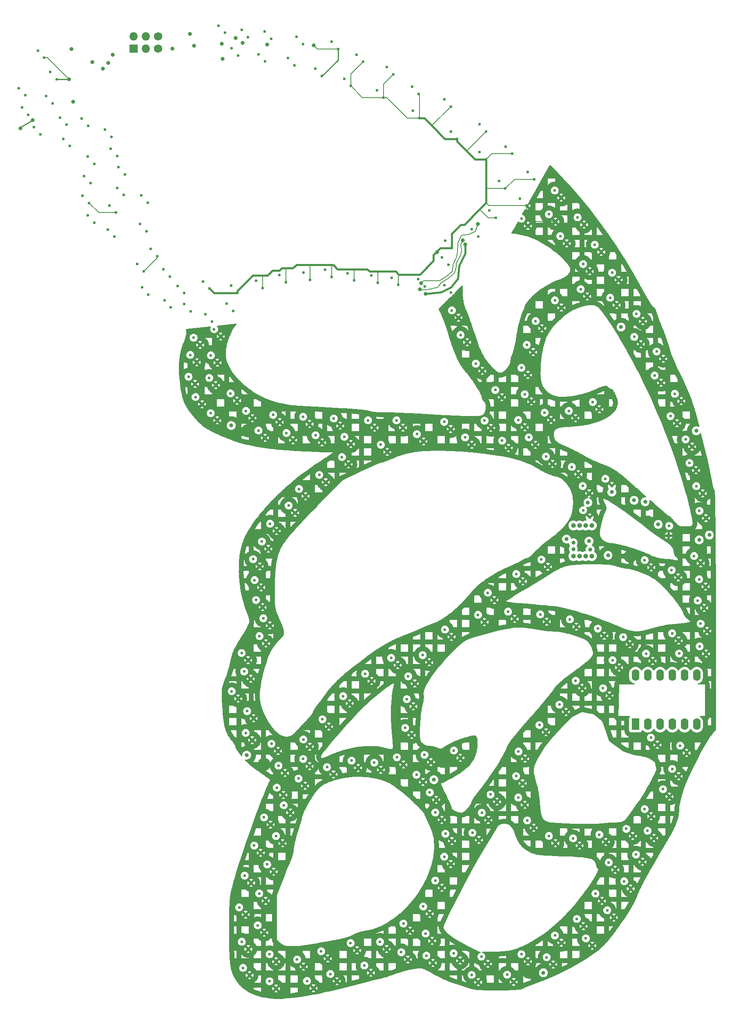
<source format=gbr>
%TF.GenerationSoftware,KiCad,Pcbnew,(6.99.0-3809-g2741d0eb4b)*%
%TF.CreationDate,2022-10-21T00:36:24-04:00*%
%TF.ProjectId,PortWing,506f7274-5769-46e6-972e-6b696361645f,rev?*%
%TF.SameCoordinates,Original*%
%TF.FileFunction,Copper,L3,Inr*%
%TF.FilePolarity,Positive*%
%FSLAX46Y46*%
G04 Gerber Fmt 4.6, Leading zero omitted, Abs format (unit mm)*
G04 Created by KiCad (PCBNEW (6.99.0-3809-g2741d0eb4b)) date 2022-10-21 00:36:24*
%MOMM*%
%LPD*%
G01*
G04 APERTURE LIST*
%TA.AperFunction,ComponentPad*%
%ADD10C,0.600000*%
%TD*%
%TA.AperFunction,ComponentPad*%
%ADD11O,1.000000X1.000000*%
%TD*%
%TA.AperFunction,ComponentPad*%
%ADD12R,1.600000X2.400000*%
%TD*%
%TA.AperFunction,ComponentPad*%
%ADD13O,1.600000X2.400000*%
%TD*%
%TA.AperFunction,ComponentPad*%
%ADD14O,1.727200X1.727200*%
%TD*%
%TA.AperFunction,ComponentPad*%
%ADD15R,1.727200X1.727200*%
%TD*%
%TA.AperFunction,ComponentPad*%
%ADD16C,1.727200*%
%TD*%
%TA.AperFunction,ViaPad*%
%ADD17C,0.800000*%
%TD*%
%TA.AperFunction,Conductor*%
%ADD18C,0.400000*%
%TD*%
%TA.AperFunction,Conductor*%
%ADD19C,0.200000*%
%TD*%
%TA.AperFunction,Conductor*%
%ADD20C,0.250000*%
%TD*%
G04 APERTURE END LIST*
D10*
%TO.N,/GND*%
%TO.C,D187*%
X-272350000Y-1750000D03*
%TO.N,/5V*%
X-271000000Y-3250000D03*
%TD*%
%TO.N,/GND*%
%TO.C,D213*%
X-280808893Y-55676393D03*
%TO.N,/5V*%
X-279458893Y-57176393D03*
%TD*%
%TO.N,/GND*%
%TO.C,D37*%
X-204308893Y-194776393D03*
%TO.N,/5V*%
X-202958893Y-196276393D03*
%TD*%
%TO.N,/GND*%
%TO.C,D94*%
X-233008893Y-136576393D03*
%TO.N,/5V*%
X-231658893Y-138076393D03*
%TD*%
%TO.N,/GND*%
%TO.C,D241*%
X-248450000Y-83150000D03*
%TO.N,/5V*%
X-247100000Y-84650000D03*
%TD*%
%TO.N,/GND*%
%TO.C,D199*%
X-293100000Y-31100000D03*
%TO.N,/5V*%
X-291750000Y-32600000D03*
%TD*%
%TO.N,/GND*%
%TO.C,D102*%
X-261350000Y-150550000D03*
%TO.N,/5V*%
X-260000000Y-152050000D03*
%TD*%
%TO.N,/GND*%
%TO.C,D78*%
X-228550000Y-160650000D03*
%TO.N,/5V*%
X-227200000Y-162150000D03*
%TD*%
%TO.N,/GND*%
%TO.C,D216*%
X-279408893Y-59450000D03*
%TO.N,/5V*%
X-278058893Y-60950000D03*
%TD*%
%TO.N,/GND*%
%TO.C,D30*%
X-191450000Y-175150000D03*
%TO.N,/5V*%
X-190100000Y-176650000D03*
%TD*%
%TO.N,/GND*%
%TO.C,D82*%
X-227400000Y-178900000D03*
%TO.N,/5V*%
X-226050000Y-180400000D03*
%TD*%
%TO.N,/GND*%
%TO.C,D153*%
X-175508893Y-87476393D03*
%TO.N,/5V*%
X-174158893Y-88976393D03*
%TD*%
%TO.N,/GND*%
%TO.C,D12*%
X-198300000Y-137500000D03*
%TO.N,/5V*%
X-196950000Y-139000000D03*
%TD*%
%TO.N,/GND*%
%TO.C,D47*%
X-238850000Y-191600000D03*
%TO.N,/5V*%
X-237500000Y-193100000D03*
%TD*%
%TO.N,/GND*%
%TO.C,D45*%
X-234000000Y-187800000D03*
%TO.N,/5V*%
X-232650000Y-189300000D03*
%TD*%
%TO.N,/GND*%
%TO.C,D233*%
X-223950000Y-60750000D03*
%TO.N,/5V*%
X-222600000Y-62250000D03*
%TD*%
%TO.N,/GND*%
%TO.C,D253*%
X-273908893Y-70076393D03*
%TO.N,/5V*%
X-272558893Y-71576393D03*
%TD*%
%TO.N,/GND*%
%TO.C,D107*%
X-267550000Y-131750000D03*
%TO.N,/5V*%
X-266200000Y-133250000D03*
%TD*%
%TO.N,/GND*%
%TO.C,D152*%
X-178650000Y-82650000D03*
%TO.N,/5V*%
X-177300000Y-84150000D03*
%TD*%
%TO.N,/GND*%
%TO.C,D196*%
X-304500000Y-25200000D03*
%TO.N,/5V*%
X-303150000Y-26700000D03*
%TD*%
%TO.N,/GND*%
%TO.C,D159*%
X-194350000Y-47150000D03*
%TO.N,/5V*%
X-193000000Y-48650000D03*
%TD*%
%TO.N,/GND*%
%TO.C,D85*%
X-217750000Y-164850000D03*
%TO.N,/5V*%
X-216400000Y-166350000D03*
%TD*%
%TO.N,/GND*%
%TO.C,D53*%
X-256050000Y-195250000D03*
%TO.N,/5V*%
X-254700000Y-196750000D03*
%TD*%
%TO.N,/GND*%
%TO.C,D20*%
X-198850000Y-170150000D03*
%TO.N,/5V*%
X-197500000Y-171650000D03*
%TD*%
%TO.N,/GND*%
%TO.C,D206*%
X-299400000Y-41100000D03*
%TO.N,/5V*%
X-298050000Y-42600000D03*
%TD*%
%TO.N,/GND*%
%TO.C,D251*%
X-278550000Y-74500000D03*
%TO.N,/5V*%
X-277200000Y-76000000D03*
%TD*%
%TO.N,/GND*%
%TO.C,D170*%
X-218200000Y-22200000D03*
%TO.N,/5V*%
X-216850000Y-23700000D03*
%TD*%
%TO.N,/GND*%
%TO.C,D165*%
X-202650000Y-35900000D03*
%TO.N,/5V*%
X-201300000Y-37400000D03*
%TD*%
%TO.N,/GND*%
%TO.C,D116*%
X-255650000Y-97750000D03*
%TO.N,/5V*%
X-254300000Y-99250000D03*
%TD*%
%TO.N,/GND*%
%TO.C,D119*%
X-225550000Y-83850000D03*
%TO.N,/5V*%
X-224200000Y-85350000D03*
%TD*%
%TO.N,/GND*%
%TO.C,D62*%
X-262250000Y-175550000D03*
%TO.N,/5V*%
X-260900000Y-177050000D03*
%TD*%
%TO.N,/GND*%
%TO.C,D249*%
X-273950000Y-82050000D03*
%TO.N,/5V*%
X-272600000Y-83550000D03*
%TD*%
%TO.N,/GND*%
%TO.C,D86*%
X-215950000Y-161050000D03*
%TO.N,/5V*%
X-214600000Y-162550000D03*
%TD*%
%TO.N,/GND*%
%TO.C,D44*%
X-229408893Y-189876393D03*
%TO.N,/5V*%
X-228058893Y-191376393D03*
%TD*%
%TO.N,/GND*%
%TO.C,D14*%
X-205808893Y-146676393D03*
%TO.N,/5V*%
X-204458893Y-148176393D03*
%TD*%
%TO.N,/GND*%
%TO.C,D76*%
X-229650000Y-152850000D03*
%TO.N,/5V*%
X-228300000Y-154350000D03*
%TD*%
%TO.N,/GND*%
%TO.C,D68*%
X-255750000Y-157750000D03*
%TO.N,/5V*%
X-254400000Y-159250000D03*
%TD*%
%TO.N,/GND*%
%TO.C,D66*%
X-258800000Y-163300000D03*
%TO.N,/5V*%
X-257450000Y-164800000D03*
%TD*%
%TO.N,/GND*%
%TO.C,D163*%
X-209550000Y-41750000D03*
%TO.N,/5V*%
X-208200000Y-43250000D03*
%TD*%
%TO.N,/GND*%
%TO.C,D61*%
X-266908893Y-177876393D03*
%TO.N,/5V*%
X-265558893Y-179376393D03*
%TD*%
%TO.N,/GND*%
%TO.C,D195*%
X-300700000Y-21000000D03*
%TO.N,/5V*%
X-299350000Y-22500000D03*
%TD*%
%TO.N,/GND*%
%TO.C,D115*%
X-257800000Y-101200000D03*
%TO.N,/5V*%
X-256450000Y-102700000D03*
%TD*%
%TO.N,/GND*%
%TO.C,D96*%
X-233650000Y-147250000D03*
%TO.N,/5V*%
X-232300000Y-148750000D03*
%TD*%
%TO.N,/GND*%
%TO.C,D227*%
X-230908893Y-54276393D03*
%TO.N,/5V*%
X-229558893Y-55776393D03*
%TD*%
%TO.N,/GND*%
%TO.C,D9*%
X-188450000Y-128450000D03*
%TO.N,/5V*%
X-187100000Y-129950000D03*
%TD*%
%TO.N,/GND*%
%TO.C,D124*%
X-208008893Y-87076393D03*
%TO.N,/5V*%
X-206658893Y-88576393D03*
%TD*%
%TO.N,/GND*%
%TO.C,D70*%
X-254800000Y-153700000D03*
%TO.N,/5V*%
X-253450000Y-155200000D03*
%TD*%
%TO.N,/GND*%
%TO.C,D198*%
X-294700000Y-27300000D03*
%TO.N,/5V*%
X-293350000Y-28800000D03*
%TD*%
%TO.N,/GND*%
%TO.C,D226*%
X-236408893Y-53976393D03*
%TO.N,/5V*%
X-235058893Y-55476393D03*
%TD*%
%TO.N,/GND*%
%TO.C,D92*%
X-225400000Y-126900000D03*
%TO.N,/5V*%
X-224050000Y-128400000D03*
%TD*%
%TO.N,/GND*%
%TO.C,D125*%
X-204450000Y-91050000D03*
%TO.N,/5V*%
X-203100000Y-92550000D03*
%TD*%
%TO.N,/GND*%
%TO.C,D230*%
X-219850000Y-43950000D03*
%TO.N,/5V*%
X-218500000Y-45450000D03*
%TD*%
%TO.N,/GND*%
%TO.C,D120*%
X-221208893Y-87076393D03*
%TO.N,/5V*%
X-219858893Y-88576393D03*
%TD*%
%TO.N,/GND*%
%TO.C,D100*%
X-250808893Y-145476393D03*
%TO.N,/5V*%
X-249458893Y-146976393D03*
%TD*%
%TO.N,/GND*%
%TO.C,D74*%
X-235350000Y-153350000D03*
%TO.N,/5V*%
X-234000000Y-154850000D03*
%TD*%
%TO.N,/GND*%
%TO.C,D3*%
X-173008893Y-120876393D03*
%TO.N,/5V*%
X-171658893Y-122376393D03*
%TD*%
%TO.N,/GND*%
%TO.C,D228*%
X-226008893Y-49776393D03*
%TO.N,/5V*%
X-224658893Y-51276393D03*
%TD*%
%TO.N,/GND*%
%TO.C,D72*%
X-244750000Y-154050000D03*
%TO.N,/5V*%
X-243400000Y-155550000D03*
%TD*%
%TO.N,/GND*%
%TO.C,D98*%
X-241950000Y-136050000D03*
%TO.N,/5V*%
X-240600000Y-137550000D03*
%TD*%
%TO.N,/GND*%
%TO.C,D190*%
X-308050000Y-16350000D03*
%TO.N,/5V*%
X-306700000Y-17850000D03*
%TD*%
%TO.N,/GND*%
%TO.C,D193*%
X-310600000Y-22800000D03*
%TO.N,/5V*%
X-309250000Y-24300000D03*
%TD*%
%TO.N,/GND*%
%TO.C,D54*%
X-261750000Y-199750000D03*
%TO.N,/5V*%
X-260400000Y-201250000D03*
%TD*%
%TO.N,/GND*%
%TO.C,D22*%
X-187808893Y-168176393D03*
%TO.N,/5V*%
X-186458893Y-169676393D03*
%TD*%
%TO.N,/GND*%
%TO.C,D154*%
X-174708893Y-92376393D03*
%TO.N,/5V*%
X-173358893Y-93876393D03*
%TD*%
%TO.N,/GND*%
%TO.C,D239*%
X-246750000Y-91150000D03*
%TO.N,/5V*%
X-245400000Y-92650000D03*
%TD*%
%TO.N,/GND*%
%TO.C,D81*%
X-225550000Y-173950000D03*
%TO.N,/5V*%
X-224200000Y-175450000D03*
%TD*%
%TO.N,/GND*%
%TO.C,D242*%
X-252208893Y-86623607D03*
%TO.N,/5V*%
X-250858893Y-88123607D03*
%TD*%
%TO.N,/GND*%
%TO.C,D48*%
X-244950000Y-191850000D03*
%TO.N,/5V*%
X-243600000Y-193350000D03*
%TD*%
%TO.N,/GND*%
%TO.C,D135*%
X-196750000Y-102150000D03*
%TO.N,/5V*%
X-195400000Y-103650000D03*
%TD*%
%TO.N,/GND*%
%TO.C,D79*%
X-227400000Y-164800000D03*
%TO.N,/5V*%
X-226050000Y-166300000D03*
%TD*%
%TO.N,/GND*%
%TO.C,D10*%
X-190650000Y-133250000D03*
%TO.N,/5V*%
X-189300000Y-134750000D03*
%TD*%
%TO.N,/GND*%
%TO.C,D128*%
X-192150000Y-95650000D03*
%TO.N,/5V*%
X-190800000Y-97150000D03*
%TD*%
%TO.N,/GND*%
%TO.C,D237*%
X-238708893Y-88576393D03*
%TO.N,/5V*%
X-237358893Y-90076393D03*
%TD*%
%TO.N,/GND*%
%TO.C,D21*%
X-193408893Y-169376393D03*
%TO.N,/5V*%
X-192058893Y-170876393D03*
%TD*%
%TO.N,/GND*%
%TO.C,D164*%
X-209850000Y-37550000D03*
%TO.N,/5V*%
X-208500000Y-39050000D03*
%TD*%
%TO.N,/GND*%
%TO.C,D246*%
X-266650000Y-81576393D03*
%TO.N,/5V*%
X-265300000Y-83076393D03*
%TD*%
%TO.N,/GND*%
%TO.C,D185*%
X-267550000Y-2650000D03*
%TO.N,/5V*%
X-266200000Y-4150000D03*
%TD*%
%TO.N,/GND*%
%TO.C,D197*%
X-295900000Y-23300000D03*
%TO.N,/5V*%
X-294550000Y-24800000D03*
%TD*%
%TO.N,/GND*%
%TO.C,D11*%
X-192650000Y-139050000D03*
%TO.N,/5V*%
X-191300000Y-140550000D03*
%TD*%
%TO.N,/GND*%
%TO.C,D28*%
X-183408893Y-168576393D03*
%TO.N,/5V*%
X-182058893Y-170076393D03*
%TD*%
%TO.N,/GND*%
%TO.C,D220*%
X-264550000Y-54650000D03*
%TO.N,/5V*%
X-263200000Y-56150000D03*
%TD*%
%TO.N,/GND*%
%TO.C,D8*%
X-183708893Y-131876393D03*
%TO.N,/5V*%
X-182358893Y-133376393D03*
%TD*%
%TO.N,/GND*%
%TO.C,D2*%
X-173750000Y-111650000D03*
%TO.N,/5V*%
X-172400000Y-113150000D03*
%TD*%
%TO.N,/GND*%
%TO.C,D129*%
X-178929289Y-105410051D03*
%TO.N,/5V*%
X-179035355Y-107425305D03*
%TD*%
%TO.N,/GND*%
%TO.C,D158*%
X-196750000Y-51150000D03*
%TO.N,/5V*%
X-195400000Y-52650000D03*
%TD*%
%TO.N,/GND*%
%TO.C,D59*%
X-268050000Y-184450000D03*
%TO.N,/5V*%
X-266700000Y-185950000D03*
%TD*%
%TO.N,/GND*%
%TO.C,D248*%
X-269850000Y-77950000D03*
%TO.N,/5V*%
X-268500000Y-79450000D03*
%TD*%
%TO.N,/GND*%
%TO.C,D252*%
X-274250000Y-74750000D03*
%TO.N,/5V*%
X-272900000Y-76250000D03*
%TD*%
%TO.N,/GND*%
%TO.C,D167*%
X-214208893Y-33976393D03*
%TO.N,/5V*%
X-212858893Y-35476393D03*
%TD*%
%TO.N,/GND*%
%TO.C,D238*%
X-241350000Y-83550000D03*
%TO.N,/5V*%
X-240000000Y-85050000D03*
%TD*%
%TO.N,/GND*%
%TO.C,D4*%
X-172408893Y-125676393D03*
%TO.N,/5V*%
X-171058893Y-127176393D03*
%TD*%
%TO.N,/GND*%
%TO.C,D137*%
X-199708893Y-81576393D03*
%TO.N,/5V*%
X-198358893Y-83076393D03*
%TD*%
%TO.N,/GND*%
%TO.C,D139*%
X-208850000Y-78150000D03*
%TO.N,/5V*%
X-207500000Y-79650000D03*
%TD*%
%TO.N,/GND*%
%TO.C,D121*%
X-217200000Y-83600000D03*
%TO.N,/5V*%
X-215850000Y-85100000D03*
%TD*%
%TO.N,/GND*%
%TO.C,D31*%
X-188250000Y-179050000D03*
%TO.N,/5V*%
X-186900000Y-180550000D03*
%TD*%
%TO.N,/GND*%
%TO.C,D182*%
X-257950000Y-8450000D03*
%TO.N,/5V*%
X-256600000Y-9950000D03*
%TD*%
%TO.N,/GND*%
%TO.C,D250*%
X-277100000Y-78700000D03*
%TO.N,/5V*%
X-275750000Y-80200000D03*
%TD*%
%TO.N,/GND*%
%TO.C,D123*%
X-210208893Y-83476393D03*
%TO.N,/5V*%
X-208858893Y-84976393D03*
%TD*%
%TO.N,/GND*%
%TO.C,D243*%
X-254800000Y-82800000D03*
%TO.N,/5V*%
X-253450000Y-84300000D03*
%TD*%
%TO.N,/GND*%
%TO.C,D247*%
X-264050000Y-85650000D03*
%TO.N,/5V*%
X-262700000Y-87150000D03*
%TD*%
%TO.N,/GND*%
%TO.C,D113*%
X-263350000Y-108650000D03*
%TO.N,/5V*%
X-262000000Y-110150000D03*
%TD*%
%TO.N,/GND*%
%TO.C,D245*%
X-261000000Y-82400000D03*
%TO.N,/5V*%
X-259650000Y-83900000D03*
%TD*%
%TO.N,/GND*%
%TO.C,D26*%
X-176650000Y-150950000D03*
%TO.N,/5V*%
X-175300000Y-152450000D03*
%TD*%
%TO.N,/GND*%
%TO.C,D39*%
X-212500000Y-198400000D03*
%TO.N,/5V*%
X-211150000Y-199900000D03*
%TD*%
%TO.N,/GND*%
%TO.C,D105*%
X-269608893Y-139676393D03*
%TO.N,/5V*%
X-268258893Y-141176393D03*
%TD*%
%TO.N,/GND*%
%TO.C,D209*%
X-286400000Y-48000000D03*
%TO.N,/5V*%
X-285050000Y-49500000D03*
%TD*%
%TO.N,/GND*%
%TO.C,D210*%
X-289208893Y-51176393D03*
%TO.N,/5V*%
X-287858893Y-52676393D03*
%TD*%
%TO.N,/GND*%
%TO.C,D192*%
X-313100000Y-18700000D03*
%TO.N,/5V*%
X-311750000Y-20200000D03*
%TD*%
%TO.N,/GND*%
%TO.C,D57*%
X-267508893Y-191576393D03*
%TO.N,/5V*%
X-266158893Y-193076393D03*
%TD*%
%TO.N,/GND*%
%TO.C,D244*%
X-258250000Y-86150000D03*
%TO.N,/5V*%
X-256900000Y-87650000D03*
%TD*%
%TO.N,/GND*%
%TO.C,D171*%
X-224200000Y-23700000D03*
%TO.N,/5V*%
X-222850000Y-25200000D03*
%TD*%
%TO.N,/GND*%
%TO.C,D63*%
X-264950000Y-171650000D03*
%TO.N,/5V*%
X-263600000Y-173150000D03*
%TD*%
%TO.N,/GND*%
%TO.C,D136*%
X-204750000Y-81950000D03*
%TO.N,/5V*%
X-203400000Y-83450000D03*
%TD*%
%TO.N,/GND*%
%TO.C,D219*%
X-269750000Y-55650000D03*
%TO.N,/5V*%
X-268400000Y-57150000D03*
%TD*%
%TO.N,/GND*%
%TO.C,D93*%
X-230008893Y-132176393D03*
%TO.N,/5V*%
X-228658893Y-133676393D03*
%TD*%
%TO.N,/GND*%
%TO.C,D134*%
X-216508893Y-119276393D03*
%TO.N,/5V*%
X-215158893Y-120776393D03*
%TD*%
%TO.N,/GND*%
%TO.C,D17*%
X-210200000Y-161700000D03*
%TO.N,/5V*%
X-208850000Y-163200000D03*
%TD*%
%TO.N,/GND*%
%TO.C,D34*%
X-198050000Y-186850000D03*
%TO.N,/5V*%
X-196700000Y-188350000D03*
%TD*%
%TO.N,/GND*%
%TO.C,D177*%
X-243750000Y-7750000D03*
%TO.N,/5V*%
X-242400000Y-9250000D03*
%TD*%
%TO.N,/GND*%
%TO.C,D88*%
X-199508893Y-124776393D03*
%TO.N,/5V*%
X-198158893Y-126276393D03*
%TD*%
%TO.N,/GND*%
%TO.C,D84*%
X-219700000Y-169000000D03*
%TO.N,/5V*%
X-218350000Y-170500000D03*
%TD*%
%TO.N,/GND*%
%TO.C,D240*%
X-246250000Y-86950000D03*
%TO.N,/5V*%
X-244900000Y-88450000D03*
%TD*%
%TO.N,/GND*%
%TO.C,D90*%
X-212308893Y-123176393D03*
%TO.N,/5V*%
X-210958893Y-124676393D03*
%TD*%
%TO.N,/GND*%
%TO.C,D126*%
X-199100000Y-93200000D03*
%TO.N,/5V*%
X-197750000Y-94700000D03*
%TD*%
%TO.N,/GND*%
%TO.C,D229*%
X-225350000Y-46350000D03*
%TO.N,/5V*%
X-224000000Y-47850000D03*
%TD*%
%TO.N,/GND*%
%TO.C,D109*%
X-263050000Y-124550000D03*
%TO.N,/5V*%
X-261700000Y-126050000D03*
%TD*%
%TO.N,/GND*%
%TO.C,D87*%
X-193708893Y-126676393D03*
%TO.N,/5V*%
X-192358893Y-128176393D03*
%TD*%
%TO.N,/GND*%
%TO.C,D189*%
X-309800000Y-6900000D03*
%TO.N,/5V*%
X-308450000Y-8400000D03*
%TD*%
%TO.N,/GND*%
%TO.C,D24*%
X-180208893Y-159976393D03*
%TO.N,/5V*%
X-178858893Y-161476393D03*
%TD*%
%TO.N,/GND*%
%TO.C,D256*%
X-273250000Y-64650000D03*
%TO.N,/5V*%
X-271900000Y-66150000D03*
%TD*%
%TO.N,/GND*%
%TO.C,D207*%
X-295300000Y-44000000D03*
%TO.N,/5V*%
X-293950000Y-45500000D03*
%TD*%
%TO.N,/GND*%
%TO.C,D95*%
X-233300000Y-141300000D03*
%TO.N,/5V*%
X-231950000Y-142800000D03*
%TD*%
%TO.N,/GND*%
%TO.C,D106*%
X-267008893Y-135576393D03*
%TO.N,/5V*%
X-265658893Y-137076393D03*
%TD*%
%TO.N,/GND*%
%TO.C,D208*%
X-288608893Y-42823607D03*
%TO.N,/5V*%
X-287258893Y-44323607D03*
%TD*%
%TO.N,/GND*%
%TO.C,D205*%
X-294900000Y-39000000D03*
%TO.N,/5V*%
X-293550000Y-40500000D03*
%TD*%
%TO.N,/GND*%
%TO.C,D77*%
X-223550000Y-151950000D03*
%TO.N,/5V*%
X-222200000Y-153450000D03*
%TD*%
%TO.N,/GND*%
%TO.C,D215*%
X-275550000Y-54750000D03*
%TO.N,/5V*%
X-274200000Y-56250000D03*
%TD*%
%TO.N,/GND*%
%TO.C,D19*%
X-203850000Y-169650000D03*
%TO.N,/5V*%
X-202500000Y-171150000D03*
%TD*%
%TO.N,/GND*%
%TO.C,D168*%
X-212800000Y-26800000D03*
%TO.N,/5V*%
X-211450000Y-28300000D03*
%TD*%
%TO.N,/GND*%
%TO.C,D49*%
X-242100000Y-196500000D03*
%TO.N,/5V*%
X-240750000Y-198000000D03*
%TD*%
%TO.N,/GND*%
%TO.C,D52*%
X-254000000Y-199700000D03*
%TO.N,/5V*%
X-252650000Y-201200000D03*
%TD*%
%TO.N,/GND*%
%TO.C,D186*%
X-269650000Y-6450000D03*
%TO.N,/5V*%
X-268300000Y-7950000D03*
%TD*%
%TO.N,/GND*%
%TO.C,D103*%
X-266700000Y-148300000D03*
%TO.N,/5V*%
X-265350000Y-149800000D03*
%TD*%
%TO.N,/GND*%
%TO.C,D89*%
X-205650000Y-123750000D03*
%TO.N,/5V*%
X-204300000Y-125250000D03*
%TD*%
%TO.N,/GND*%
%TO.C,D183*%
X-264008893Y-7676393D03*
%TO.N,/5V*%
X-262658893Y-9176393D03*
%TD*%
%TO.N,/GND*%
%TO.C,D222*%
X-254750000Y-52950000D03*
%TO.N,/5V*%
X-253400000Y-54450000D03*
%TD*%
%TO.N,/GND*%
%TO.C,D156*%
X-172650000Y-102300000D03*
%TO.N,/5V*%
X-171300000Y-103800000D03*
%TD*%
%TO.N,/GND*%
%TO.C,D147*%
X-185708893Y-61476393D03*
%TO.N,/5V*%
X-184358893Y-62976393D03*
%TD*%
%TO.N,/GND*%
%TO.C,D71*%
X-249850000Y-155400000D03*
%TO.N,/5V*%
X-248500000Y-156900000D03*
%TD*%
%TO.N,/GND*%
%TO.C,D56*%
X-267250000Y-197000000D03*
%TO.N,/5V*%
X-265900000Y-198500000D03*
%TD*%
%TO.N,/GND*%
%TO.C,D235*%
X-219000000Y-71800000D03*
%TO.N,/5V*%
X-217650000Y-73300000D03*
%TD*%
%TO.N,/GND*%
%TO.C,D27*%
X-182708893Y-149276393D03*
%TO.N,/5V*%
X-181358893Y-150776393D03*
%TD*%
%TO.N,/GND*%
%TO.C,D133*%
X-210608893Y-115376393D03*
%TO.N,/5V*%
X-209258893Y-116876393D03*
%TD*%
%TO.N,/GND*%
%TO.C,D144*%
X-202608893Y-58676393D03*
%TO.N,/5V*%
X-201258893Y-60176393D03*
%TD*%
%TO.N,/GND*%
%TO.C,D73*%
X-240050000Y-154450000D03*
%TO.N,/5V*%
X-238700000Y-155950000D03*
%TD*%
%TO.N,/GND*%
%TO.C,D176*%
X-239450000Y-15150000D03*
%TO.N,/5V*%
X-238100000Y-16650000D03*
%TD*%
%TO.N,/GND*%
%TO.C,D254*%
X-278200000Y-70000000D03*
%TO.N,/5V*%
X-276850000Y-71500000D03*
%TD*%
%TO.N,/GND*%
%TO.C,D174*%
X-232200000Y-14400000D03*
%TO.N,/5V*%
X-230850000Y-15900000D03*
%TD*%
%TO.N,/GND*%
%TO.C,D97*%
X-236550000Y-132750000D03*
%TO.N,/5V*%
X-235200000Y-134250000D03*
%TD*%
%TO.N,/GND*%
%TO.C,D6*%
X-178308893Y-127676393D03*
%TO.N,/5V*%
X-176958893Y-129176393D03*
%TD*%
%TO.N,/GND*%
%TO.C,D146*%
X-191150000Y-58150000D03*
%TO.N,/5V*%
X-189800000Y-59650000D03*
%TD*%
%TO.N,/GND*%
%TO.C,D67*%
X-260250000Y-159650000D03*
%TO.N,/5V*%
X-258900000Y-161150000D03*
%TD*%
%TO.N,/GND*%
%TO.C,D150*%
X-181950000Y-74250000D03*
%TO.N,/5V*%
X-180600000Y-75750000D03*
%TD*%
%TO.N,/GND*%
%TO.C,D15*%
X-210150000Y-152150000D03*
%TO.N,/5V*%
X-208800000Y-153650000D03*
%TD*%
%TO.N,/GND*%
%TO.C,D202*%
X-300500000Y-37000000D03*
%TO.N,/5V*%
X-299150000Y-38500000D03*
%TD*%
%TO.N,/GND*%
%TO.C,D118*%
X-231200000Y-86400000D03*
%TO.N,/5V*%
X-229850000Y-87900000D03*
%TD*%
%TO.N,/GND*%
%TO.C,D80*%
X-225300000Y-169200000D03*
%TO.N,/5V*%
X-223950000Y-170700000D03*
%TD*%
%TO.N,/GND*%
%TO.C,D221*%
X-259750000Y-53450000D03*
%TO.N,/5V*%
X-258400000Y-54950000D03*
%TD*%
%TO.N,/GND*%
%TO.C,D13*%
X-201650000Y-142450000D03*
%TO.N,/5V*%
X-200300000Y-143950000D03*
%TD*%
%TO.N,/GND*%
%TO.C,D155*%
X-173308893Y-97176393D03*
%TO.N,/5V*%
X-171958893Y-98676393D03*
%TD*%
%TO.N,/GND*%
%TO.C,D217*%
X-275050000Y-61550000D03*
%TO.N,/5V*%
X-273700000Y-63050000D03*
%TD*%
%TO.N,/GND*%
%TO.C,D141*%
X-209550000Y-72650000D03*
%TO.N,/5V*%
X-208200000Y-74150000D03*
%TD*%
%TO.N,/GND*%
%TO.C,D203*%
X-293350000Y-35350000D03*
%TO.N,/5V*%
X-292000000Y-36850000D03*
%TD*%
%TO.N,/GND*%
%TO.C,D65*%
X-262900000Y-165800000D03*
%TO.N,/5V*%
X-261550000Y-167300000D03*
%TD*%
%TO.N,/GND*%
%TO.C,D36*%
X-202608893Y-190276393D03*
%TO.N,/5V*%
X-201258893Y-191776393D03*
%TD*%
%TO.N,/GND*%
%TO.C,D145*%
X-197250000Y-56350000D03*
%TO.N,/5V*%
X-195900000Y-57850000D03*
%TD*%
%TO.N,/GND*%
%TO.C,D29*%
X-185800000Y-173500000D03*
%TO.N,/5V*%
X-184450000Y-175000000D03*
%TD*%
%TO.N,/GND*%
%TO.C,D101*%
X-254750000Y-149650000D03*
%TO.N,/5V*%
X-253400000Y-151150000D03*
%TD*%
%TO.N,/GND*%
%TO.C,D173*%
X-232050000Y-19400000D03*
%TO.N,/5V*%
X-230700000Y-20900000D03*
%TD*%
%TO.N,/GND*%
%TO.C,D223*%
X-250250000Y-52350000D03*
%TO.N,/5V*%
X-248900000Y-53850000D03*
%TD*%
%TO.N,/GND*%
%TO.C,D23*%
X-184008893Y-164076393D03*
%TO.N,/5V*%
X-182658893Y-165576393D03*
%TD*%
%TO.N,/GND*%
%TO.C,D138*%
X-194750000Y-79750000D03*
%TO.N,/5V*%
X-193400000Y-81250000D03*
%TD*%
%TO.N,/GND*%
%TO.C,D46*%
X-234450000Y-193750000D03*
%TO.N,/5V*%
X-233100000Y-195250000D03*
%TD*%
%TO.N,/GND*%
%TO.C,D108*%
X-263850000Y-128250000D03*
%TO.N,/5V*%
X-262500000Y-129750000D03*
%TD*%
%TO.N,/GND*%
%TO.C,D172*%
X-225550000Y-17050000D03*
%TO.N,/5V*%
X-224200000Y-18550000D03*
%TD*%
%TO.N,/GND*%
%TO.C,D166*%
X-208208893Y-32076393D03*
%TO.N,/5V*%
X-206858893Y-33576393D03*
%TD*%
%TO.N,/GND*%
%TO.C,D132*%
X-205408893Y-112376393D03*
%TO.N,/5V*%
X-204058893Y-113876393D03*
%TD*%
%TO.N,/GND*%
%TO.C,D55*%
X-261750000Y-194150000D03*
%TO.N,/5V*%
X-260400000Y-195650000D03*
%TD*%
%TO.N,/GND*%
%TO.C,D211*%
X-288208893Y-55976393D03*
%TO.N,/5V*%
X-286858893Y-57476393D03*
%TD*%
%TO.N,/GND*%
%TO.C,D50*%
X-249150000Y-198250000D03*
%TO.N,/5V*%
X-247800000Y-199750000D03*
%TD*%
%TO.N,/GND*%
%TO.C,D214*%
X-283550000Y-58650000D03*
%TO.N,/5V*%
X-282200000Y-60150000D03*
%TD*%
%TO.N,/GND*%
%TO.C,D60*%
X-263908893Y-181576393D03*
%TO.N,/5V*%
X-262558893Y-183076393D03*
%TD*%
%TO.N,/GND*%
%TO.C,D231*%
X-216208893Y-40076393D03*
%TO.N,/5V*%
X-214858893Y-41576393D03*
%TD*%
%TO.N,/GND*%
%TO.C,D179*%
X-248908893Y-5076393D03*
%TO.N,/5V*%
X-247558893Y-6576393D03*
%TD*%
%TO.N,/GND*%
%TO.C,D33*%
X-191750000Y-185050000D03*
%TO.N,/5V*%
X-190400000Y-186550000D03*
%TD*%
%TO.N,/GND*%
%TO.C,D232*%
X-225508893Y-55576393D03*
%TO.N,/5V*%
X-224158893Y-57076393D03*
%TD*%
%TO.N,/GND*%
%TO.C,D169*%
X-218208893Y-27976393D03*
%TO.N,/5V*%
X-216858893Y-29476393D03*
%TD*%
%TO.N,/GND*%
%TO.C,D212*%
X-283750000Y-52250000D03*
%TO.N,/5V*%
X-282400000Y-53750000D03*
%TD*%
%TO.N,/GND*%
%TO.C,D224*%
X-245550000Y-53050000D03*
%TO.N,/5V*%
X-244200000Y-54550000D03*
%TD*%
%TO.N,/GND*%
%TO.C,D5*%
X-172608893Y-130376393D03*
%TO.N,/5V*%
X-171258893Y-131876393D03*
%TD*%
%TO.N,/GND*%
%TO.C,D201*%
X-300200000Y-32900000D03*
%TO.N,/5V*%
X-298850000Y-34400000D03*
%TD*%
%TO.N,/GND*%
%TO.C,D43*%
X-229250000Y-194450000D03*
%TO.N,/5V*%
X-227900000Y-195950000D03*
%TD*%
%TO.N,/GND*%
%TO.C,D160*%
X-201508893Y-45376393D03*
%TO.N,/5V*%
X-200158893Y-46876393D03*
%TD*%
%TO.N,/GND*%
%TO.C,D175*%
X-237450000Y-10350000D03*
%TO.N,/5V*%
X-236100000Y-11850000D03*
%TD*%
%TO.N,/GND*%
%TO.C,D234*%
X-222150000Y-65850000D03*
%TO.N,/5V*%
X-220800000Y-67350000D03*
%TD*%
%TO.N,/GND*%
%TO.C,D114*%
X-261650000Y-104950000D03*
%TO.N,/5V*%
X-260300000Y-106450000D03*
%TD*%
%TO.N,/GND*%
%TO.C,D151*%
X-177750000Y-78050000D03*
%TO.N,/5V*%
X-176400000Y-79550000D03*
%TD*%
%TO.N,/GND*%
%TO.C,D140*%
X-214950000Y-77250000D03*
%TO.N,/5V*%
X-213600000Y-78750000D03*
%TD*%
%TO.N,/GND*%
%TO.C,D180*%
X-252250000Y-10700000D03*
%TO.N,/5V*%
X-250900000Y-12200000D03*
%TD*%
%TO.N,/GND*%
%TO.C,D149*%
X-181508893Y-69276393D03*
%TO.N,/5V*%
X-180158893Y-70776393D03*
%TD*%
%TO.N,/GND*%
%TO.C,D16*%
X-210650000Y-157250000D03*
%TO.N,/5V*%
X-209300000Y-158750000D03*
%TD*%
%TO.N,/GND*%
%TO.C,D122*%
X-213550000Y-87750000D03*
%TO.N,/5V*%
X-212200000Y-89250000D03*
%TD*%
%TO.N,/GND*%
%TO.C,D255*%
X-277500000Y-66400000D03*
%TO.N,/5V*%
X-276150000Y-67900000D03*
%TD*%
%TO.N,/GND*%
%TO.C,D157*%
X-190750000Y-52950000D03*
%TO.N,/5V*%
X-189400000Y-54450000D03*
%TD*%
%TO.N,/GND*%
%TO.C,D91*%
X-218550000Y-123850000D03*
%TO.N,/5V*%
X-217200000Y-125350000D03*
%TD*%
%TO.N,/GND*%
%TO.C,D58*%
X-264208893Y-188176393D03*
%TO.N,/5V*%
X-262858893Y-189676393D03*
%TD*%
%TO.N,/GND*%
%TO.C,D104*%
X-266408893Y-143776393D03*
%TO.N,/5V*%
X-265058893Y-145276393D03*
%TD*%
%TO.N,/GND*%
%TO.C,D41*%
X-219850000Y-198450000D03*
%TO.N,/5V*%
X-218500000Y-199950000D03*
%TD*%
%TO.N,/GND*%
%TO.C,D51*%
X-251050000Y-193550000D03*
%TO.N,/5V*%
X-249700000Y-195050000D03*
%TD*%
%TO.N,/GND*%
%TO.C,D40*%
X-217850000Y-194650000D03*
%TO.N,/5V*%
X-216500000Y-196150000D03*
%TD*%
%TO.N,/GND*%
%TO.C,D117*%
X-251450000Y-94850000D03*
%TO.N,/5V*%
X-250100000Y-96350000D03*
%TD*%
%TO.N,/GND*%
%TO.C,D142*%
X-208450000Y-67900000D03*
%TO.N,/5V*%
X-207100000Y-69400000D03*
%TD*%
%TO.N,/GND*%
%TO.C,D218*%
X-270650000Y-59350000D03*
%TO.N,/5V*%
X-269300000Y-60850000D03*
%TD*%
%TO.N,/GND*%
%TO.C,D42*%
X-223608893Y-193976393D03*
%TO.N,/5V*%
X-222258893Y-195476393D03*
%TD*%
%TO.N,/GND*%
%TO.C,D161*%
X-197908893Y-41476393D03*
%TO.N,/5V*%
X-196558893Y-42976393D03*
%TD*%
%TO.N,/GND*%
%TO.C,D194*%
X-305200000Y-20800000D03*
%TO.N,/5V*%
X-303850000Y-22300000D03*
%TD*%
%TO.N,/GND*%
%TO.C,D188*%
X-307250000Y-11350000D03*
%TO.N,/5V*%
X-305900000Y-12850000D03*
%TD*%
%TO.N,/GND*%
%TO.C,D83*%
X-229908893Y-184276393D03*
%TO.N,/5V*%
X-228558893Y-185776393D03*
%TD*%
%TO.N,/GND*%
%TO.C,D184*%
X-262750000Y-2950000D03*
%TO.N,/5V*%
X-261400000Y-4450000D03*
%TD*%
%TO.N,/GND*%
%TO.C,D1*%
X-172708893Y-116476393D03*
%TO.N,/5V*%
X-171358893Y-117976393D03*
%TD*%
%TO.N,/GND*%
%TO.C,D130*%
X-178408893Y-114576393D03*
%TO.N,/5V*%
X-177058893Y-116076393D03*
%TD*%
%TO.N,/GND*%
%TO.C,D200*%
X-299400000Y-28900000D03*
%TO.N,/5V*%
X-298050000Y-30400000D03*
%TD*%
%TO.N,/GND*%
%TO.C,D35*%
X-196208893Y-190876393D03*
%TO.N,/5V*%
X-194858893Y-192376393D03*
%TD*%
%TO.N,/GND*%
%TO.C,D236*%
X-235450000Y-83550000D03*
%TO.N,/5V*%
X-234100000Y-85050000D03*
%TD*%
%TO.N,/GND*%
%TO.C,D7*%
X-176850000Y-131850000D03*
%TO.N,/5V*%
X-175500000Y-133350000D03*
%TD*%
%TO.N,/GND*%
%TO.C,D143*%
X-206608893Y-62976393D03*
%TO.N,/5V*%
X-205258893Y-64476393D03*
%TD*%
%TO.N,/GND*%
%TO.C,D18*%
X-208350000Y-166450000D03*
%TO.N,/5V*%
X-207000000Y-167950000D03*
%TD*%
%TO.N,/GND*%
%TO.C,D110*%
X-264550000Y-120750000D03*
%TO.N,/5V*%
X-263200000Y-122250000D03*
%TD*%
%TO.N,/GND*%
%TO.C,D178*%
X-246250000Y-12750000D03*
%TO.N,/5V*%
X-244900000Y-14250000D03*
%TD*%
%TO.N,/GND*%
%TO.C,D127*%
X-196850000Y-97150000D03*
%TO.N,/5V*%
X-195500000Y-98650000D03*
%TD*%
%TO.N,/GND*%
%TO.C,D112*%
X-265150000Y-112300000D03*
%TO.N,/5V*%
X-263800000Y-113800000D03*
%TD*%
%TO.N,/GND*%
%TO.C,D25*%
X-178308893Y-155776393D03*
%TO.N,/5V*%
X-176958893Y-157276393D03*
%TD*%
%TO.N,/GND*%
%TO.C,D99*%
X-246508893Y-140676393D03*
%TO.N,/5V*%
X-245158893Y-142176393D03*
%TD*%
%TO.N,/GND*%
%TO.C,D131*%
X-184000000Y-112500000D03*
%TO.N,/5V*%
X-182650000Y-114000000D03*
%TD*%
%TO.N,/GND*%
%TO.C,D111*%
X-264850000Y-116650000D03*
%TO.N,/5V*%
X-263500000Y-118150000D03*
%TD*%
%TO.N,/GND*%
%TO.C,D148*%
X-186150000Y-66250000D03*
%TO.N,/5V*%
X-184800000Y-67750000D03*
%TD*%
%TO.N,/GND*%
%TO.C,D75*%
X-231308893Y-156976393D03*
%TO.N,/5V*%
X-229958893Y-158476393D03*
%TD*%
%TO.N,/GND*%
%TO.C,D38*%
X-209550000Y-194150000D03*
%TO.N,/5V*%
X-208200000Y-195650000D03*
%TD*%
%TO.N,/GND*%
%TO.C,D191*%
X-313708893Y-14700000D03*
%TO.N,/5V*%
X-312358893Y-16200000D03*
%TD*%
%TO.N,/GND*%
%TO.C,D64*%
X-260408893Y-169676393D03*
%TO.N,/5V*%
X-259058893Y-171176393D03*
%TD*%
%TO.N,/GND*%
%TO.C,D225*%
X-240650000Y-53550000D03*
%TO.N,/5V*%
X-239300000Y-55050000D03*
%TD*%
%TO.N,/GND*%
%TO.C,D181*%
X-256200000Y-4100000D03*
%TO.N,/5V*%
X-254850000Y-5600000D03*
%TD*%
%TO.N,/GND*%
%TO.C,D204*%
X-288308893Y-36923607D03*
%TO.N,/5V*%
X-286958893Y-38423607D03*
%TD*%
%TO.N,/GND*%
%TO.C,D32*%
X-194200000Y-181600000D03*
%TO.N,/5V*%
X-192850000Y-183100000D03*
%TD*%
%TO.N,/GND*%
%TO.C,D69*%
X-259900000Y-155100000D03*
%TO.N,/5V*%
X-258550000Y-156600000D03*
%TD*%
%TO.N,/GND*%
%TO.C,D162*%
X-203850000Y-40850000D03*
%TO.N,/5V*%
X-202500000Y-42350000D03*
%TD*%
D11*
%TO.N,*%
%TO.C,J1*%
X-198769999Y-105319999D03*
X-198769999Y-111669999D03*
X-197499999Y-105319999D03*
X-197499999Y-111669999D03*
X-196229999Y-105319999D03*
X-196229999Y-111669999D03*
X-194959999Y-105319999D03*
X-194959999Y-111669999D03*
%TD*%
D12*
%TO.N,unconnected-(J14-Pin_1)*%
%TO.C,J14*%
X-185899999Y-146499999D03*
D13*
%TO.N,unconnected-(J14-Pin_2)*%
X-183359999Y-146499999D03*
%TO.N,unconnected-(J14-Pin_3)*%
X-180819999Y-146499999D03*
%TO.N,unconnected-(J14-Pin_4)*%
X-178279999Y-146499999D03*
%TO.N,unconnected-(J14-Pin_5)*%
X-175739999Y-146499999D03*
%TO.N,unconnected-(J14-Pin_6)*%
X-173199999Y-146499999D03*
%TO.N,unconnected-(J14-Pin_7)*%
X-173199999Y-136339999D03*
%TO.N,unconnected-(J14-Pin_8)*%
X-175739999Y-136339999D03*
%TO.N,unconnected-(J14-Pin_9)*%
X-178279999Y-136339999D03*
%TO.N,unconnected-(J14-Pin_10)*%
X-180819999Y-136339999D03*
%TO.N,unconnected-(J14-Pin_11)*%
X-183359999Y-136339999D03*
%TO.N,unconnected-(J14-Pin_12)*%
X-185899999Y-136339999D03*
%TD*%
D14*
%TO.N,/3V3*%
%TO.C,X1*%
X-289979999Y-3949999D03*
D15*
%TO.N,/GND*%
X-289979999Y-6489999D03*
D14*
%TO.N,/SDA*%
X-287439999Y-3949999D03*
%TO.N,/SCL*%
X-287439999Y-6489999D03*
D16*
%TO.N,/PORT_GP0*%
X-284900000Y-3950000D03*
%TO.N,/NFC_MSG*%
X-284900000Y-6490000D03*
%TD*%
D17*
%TO.N,/5V*%
X-224300000Y-58500000D03*
X-227057500Y-48700000D03*
X-252600000Y-5800000D03*
%TO.N,Net-(D184-DOUT)*%
X-268800000Y-4300000D03*
X-262300000Y-5700000D03*
%TO.N,/5V*%
X-267344622Y-5344622D03*
X-278300000Y-3500000D03*
X-303300000Y-12900000D03*
X-302500000Y-17500000D03*
%TO.N,/ANTENNA*%
X-298500000Y-9300000D03*
X-218600000Y-42800000D03*
X-230358393Y-55100000D03*
X-221700000Y-46200000D03*
X-230600000Y-56400000D03*
X-313400000Y-23000000D03*
X-310900000Y-21300000D03*
X-221200000Y-47100000D03*
X-229400000Y-57300000D03*
%TO.N,/GND*%
X-277409961Y-5909961D03*
%TO.N,/3V3*%
X-294300000Y-7800000D03*
%TO.N,/GND*%
X-295200000Y-9500000D03*
X-296300000Y-10700000D03*
X-302800000Y-6600000D03*
%TO.N,/NFC_MSG*%
X-281900000Y-6500000D03*
X-195300000Y-110300000D03*
X-195772535Y-100572535D03*
%TO.N,/PORT_GP0*%
X-195546370Y-108554482D03*
%TO.N,/SDA*%
X-198800000Y-110200000D03*
%TO.N,/SCL*%
X-198800000Y-108900000D03*
%TO.N,/5V*%
X-262900000Y-154800000D03*
%TO.N,/GND*%
X-266500000Y-152900000D03*
X-269700000Y-84600000D03*
%TO.N,/5V*%
X-266299500Y-85700773D03*
X-208000000Y-197900000D03*
%TO.N,/GND*%
X-205000000Y-198000000D03*
%TO.N,/5V*%
X-225900000Y-154200000D03*
%TO.N,/GND*%
X-227700000Y-158000000D03*
X-271506049Y-8600500D03*
%TO.N,/5V*%
X-271700000Y-5500000D03*
%TO.N,Net-(D156-DOUT)*%
X-173300000Y-85700000D03*
X-188900000Y-64200000D03*
%TO.N,/GND*%
X-170600000Y-107300000D03*
%TO.N,/5V*%
X-173200000Y-109900000D03*
%TO.N,/PORT_LED_1*%
X-190800000Y-98400000D03*
X-172700000Y-108300000D03*
%TO.N,/5V*%
X-199200000Y-106800000D03*
%TO.N,/GND*%
X-200212826Y-108125652D03*
X-191600000Y-111500000D03*
%TO.N,/5V*%
X-187000000Y-111700000D03*
X-183400000Y-104600000D03*
%TO.N,/GND*%
X-183900000Y-100400000D03*
%TO.N,Net-(JP1-C)*%
X-181200000Y-105100000D03*
X-186200000Y-100100000D03*
%TD*%
D18*
%TO.N,/ANTENNA*%
X-222500000Y-51500000D02*
X-221200000Y-48900000D01*
X-224200000Y-56000000D02*
X-222700000Y-54200000D01*
X-222700000Y-54200000D02*
X-222500000Y-51500000D01*
X-226200000Y-57000000D02*
X-224200000Y-56000000D01*
X-221200000Y-48900000D02*
X-221200000Y-47100000D01*
X-229400000Y-57300000D02*
X-226200000Y-57000000D01*
D19*
X-223800000Y-52600000D02*
X-225000000Y-53700000D01*
X-225000000Y-53700000D02*
X-226500000Y-54600000D01*
X-223700000Y-51300000D02*
X-223800000Y-52600000D01*
X-222100000Y-45500000D02*
X-222700000Y-46800000D01*
X-221800000Y-45100000D02*
X-222100000Y-45500000D01*
X-220500000Y-45000000D02*
X-221800000Y-45100000D01*
X-219100000Y-44400000D02*
X-220500000Y-45000000D01*
X-226500000Y-54600000D02*
X-229858393Y-54600000D01*
X-223000000Y-49700000D02*
X-223700000Y-51300000D01*
X-218600000Y-42800000D02*
X-219100000Y-44400000D01*
X-222700000Y-46800000D02*
X-222800000Y-48600000D01*
X-222800000Y-48600000D02*
X-223000000Y-49700000D01*
X-229858393Y-54600000D02*
X-230358393Y-55100000D01*
%TO.N,/5V*%
X-308450000Y-8400000D02*
X-307800000Y-8400000D01*
X-307800000Y-8400000D02*
X-303300000Y-12900000D01*
D20*
X-305900000Y-12850000D02*
X-303350000Y-12850000D01*
X-303350000Y-12850000D02*
X-303300000Y-12900000D01*
D19*
X-299150000Y-38500000D02*
X-297150000Y-40500000D01*
X-297150000Y-40500000D02*
X-293550000Y-40500000D01*
X-287858893Y-52676393D02*
X-285050000Y-49867500D01*
X-285050000Y-49867500D02*
X-285050000Y-49500000D01*
D18*
X-230600000Y-53300000D02*
X-234600000Y-53300000D01*
X-234600000Y-53300000D02*
X-235000000Y-53300000D01*
D19*
X-235058893Y-55476393D02*
X-235058893Y-53758893D01*
X-235058893Y-53758893D02*
X-234600000Y-53300000D01*
D18*
X-235600000Y-52700000D02*
X-239000000Y-52700000D01*
X-239000000Y-52700000D02*
X-241000000Y-52700000D01*
D19*
X-239300000Y-55050000D02*
X-239300000Y-53000000D01*
X-239300000Y-53000000D02*
X-239000000Y-52700000D01*
D18*
X-241500000Y-52200000D02*
X-244000000Y-52200000D01*
X-244000000Y-52200000D02*
X-247700000Y-52200000D01*
D19*
X-244200000Y-54550000D02*
X-244200000Y-52400000D01*
X-244200000Y-52400000D02*
X-244000000Y-52200000D01*
D18*
X-248400000Y-51500000D02*
X-248600000Y-51300000D01*
X-247700000Y-52200000D02*
X-248400000Y-51500000D01*
D19*
X-248900000Y-53850000D02*
X-248900000Y-51700000D01*
X-248700000Y-51500000D02*
X-248400000Y-51500000D01*
X-248900000Y-51700000D02*
X-248700000Y-51500000D01*
D18*
X-248600000Y-51300000D02*
X-253100000Y-51300000D01*
X-253100000Y-51300000D02*
X-256200000Y-51300000D01*
D19*
X-253400000Y-54450000D02*
X-253400000Y-51600000D01*
X-253400000Y-51600000D02*
X-253100000Y-51300000D01*
D18*
X-256900000Y-52000000D02*
X-258500000Y-52000000D01*
X-258500000Y-52000000D02*
X-259200000Y-52000000D01*
D19*
X-258400000Y-54950000D02*
X-258400000Y-52100000D01*
X-258400000Y-52100000D02*
X-258500000Y-52000000D01*
D18*
X-262200000Y-53500000D02*
X-263200000Y-53500000D01*
D19*
X-263200000Y-56150000D02*
X-263200000Y-53500000D01*
D18*
X-263200000Y-53500000D02*
X-265200000Y-53500000D01*
X-268400000Y-57150000D02*
X-273300000Y-57150000D01*
X-273300000Y-57150000D02*
X-274200000Y-56250000D01*
X-224000000Y-47850000D02*
X-226350000Y-47850000D01*
X-226350000Y-47850000D02*
X-227800000Y-49300000D01*
X-227800000Y-49300000D02*
X-227800000Y-50500000D01*
X-227800000Y-50500000D02*
X-230600000Y-53300000D01*
X-259200000Y-52000000D02*
X-259700000Y-52500000D01*
X-265200000Y-53500000D02*
X-268400000Y-56700000D01*
X-235000000Y-53300000D02*
X-235600000Y-52700000D01*
X-241000000Y-52700000D02*
X-241500000Y-52200000D01*
X-256200000Y-51300000D02*
X-256900000Y-52000000D01*
X-259700000Y-52500000D02*
X-261200000Y-52500000D01*
X-261200000Y-52500000D02*
X-262200000Y-53500000D01*
X-268400000Y-56700000D02*
X-268400000Y-57150000D01*
D19*
X-202500000Y-42350000D02*
X-207300000Y-42350000D01*
X-207300000Y-42350000D02*
X-208200000Y-43250000D01*
X-208500000Y-39050000D02*
X-208500000Y-42950000D01*
X-208500000Y-42950000D02*
X-208200000Y-43250000D01*
D18*
X-216858893Y-38458893D02*
X-218200000Y-39800000D01*
X-218200000Y-39800000D02*
X-221400000Y-43000000D01*
D19*
X-214858893Y-41576393D02*
X-216423607Y-41576393D01*
X-216423607Y-41576393D02*
X-218200000Y-39800000D01*
X-208500000Y-39050000D02*
X-216267786Y-39050000D01*
X-216267786Y-39050000D02*
X-216858893Y-38458893D01*
X-206858893Y-33576393D02*
X-210958893Y-33576393D01*
X-210958893Y-33576393D02*
X-212858893Y-35476393D01*
D18*
X-216858893Y-29476393D02*
X-216858893Y-35341107D01*
X-216858893Y-35341107D02*
X-216858893Y-38458893D01*
D19*
X-212858893Y-35476393D02*
X-216723607Y-35476393D01*
X-216723607Y-35476393D02*
X-216858893Y-35341107D01*
X-211450000Y-28300000D02*
X-215682500Y-28300000D01*
X-215682500Y-28300000D02*
X-216858893Y-29476393D01*
D18*
X-222850000Y-25750000D02*
X-220850000Y-27750000D01*
X-220850000Y-27750000D02*
X-219123607Y-29476393D01*
D19*
X-216850000Y-23700000D02*
X-220850000Y-27700000D01*
X-220850000Y-27700000D02*
X-220850000Y-27750000D01*
D18*
X-229700000Y-20900000D02*
X-228150000Y-22450000D01*
X-228150000Y-22450000D02*
X-225400000Y-25200000D01*
D19*
X-224200000Y-18550000D02*
X-228100000Y-22450000D01*
X-228100000Y-22450000D02*
X-228150000Y-22450000D01*
D18*
X-221400000Y-43000000D02*
X-222100000Y-43000000D01*
X-222100000Y-43000000D02*
X-224000000Y-44900000D01*
X-224000000Y-44900000D02*
X-224000000Y-47850000D01*
X-222850000Y-25200000D02*
X-222850000Y-25750000D01*
X-219123607Y-29476393D02*
X-216858893Y-29476393D01*
X-230700000Y-20900000D02*
X-229700000Y-20900000D01*
X-225400000Y-25200000D02*
X-222850000Y-25200000D01*
D19*
X-230700000Y-20900000D02*
X-230700000Y-16050000D01*
X-230700000Y-16050000D02*
X-230850000Y-15900000D01*
X-238100000Y-16650000D02*
X-237450000Y-16650000D01*
X-233200000Y-20900000D02*
X-230700000Y-20900000D01*
X-237450000Y-16650000D02*
X-233200000Y-20900000D01*
X-238100000Y-16650000D02*
X-238100000Y-13850000D01*
X-238100000Y-13850000D02*
X-236100000Y-11850000D01*
X-244900000Y-14250000D02*
X-242500000Y-16650000D01*
X-242500000Y-16650000D02*
X-238100000Y-16650000D01*
X-244900000Y-14250000D02*
X-244900000Y-11750000D01*
X-244900000Y-11750000D02*
X-242400000Y-9250000D01*
D20*
X-247558893Y-6576393D02*
X-247558893Y-8858893D01*
X-247558893Y-8858893D02*
X-250900000Y-12200000D01*
D19*
X-252600000Y-5800000D02*
X-251823607Y-6576393D01*
X-251823607Y-6576393D02*
X-247558893Y-6576393D01*
%TO.N,/ANTENNA*%
X-222100000Y-47200000D02*
X-221700000Y-46200000D01*
X-230000000Y-56500000D02*
X-229100000Y-56500000D01*
X-229100000Y-56500000D02*
X-226900000Y-56000000D01*
X-226900000Y-56000000D02*
X-226200000Y-55000000D01*
X-222000000Y-48200000D02*
X-222100000Y-47200000D01*
X-223400000Y-53000000D02*
X-223100000Y-51700000D01*
X-223100000Y-51700000D02*
X-223100000Y-51000000D01*
X-223100000Y-51000000D02*
X-222100000Y-49300000D01*
X-222100000Y-49300000D02*
X-222000000Y-48200000D01*
X-226200000Y-55000000D02*
X-224600000Y-54000000D01*
X-230600000Y-56400000D02*
X-230000000Y-56500000D01*
X-224600000Y-54000000D02*
X-223400000Y-53000000D01*
D20*
X-313500000Y-22900000D02*
X-313400000Y-23000000D01*
X-310900000Y-21300000D02*
X-313500000Y-22900000D01*
%TD*%
%TA.AperFunction,Conductor*%
%TO.N,/5V*%
G36*
X-203529604Y-30656656D02*
G01*
X-203516823Y-30667969D01*
X-201961796Y-32244580D01*
X-201959164Y-32247330D01*
X-199735899Y-34642009D01*
X-199733360Y-34644827D01*
X-197579951Y-37109051D01*
X-197577504Y-37111937D01*
X-195495984Y-39643446D01*
X-195493629Y-39646400D01*
X-193485979Y-42242997D01*
X-193483715Y-42246018D01*
X-191551917Y-44905500D01*
X-191549744Y-44908588D01*
X-190889250Y-45877679D01*
X-189715305Y-47600115D01*
X-189695793Y-47628744D01*
X-189693722Y-47631882D01*
X-188088988Y-50145220D01*
X-187919579Y-50410548D01*
X-187917594Y-50413762D01*
X-187684841Y-50803665D01*
X-186225314Y-53248628D01*
X-186223416Y-53251919D01*
X-184614235Y-56142112D01*
X-184614025Y-56142493D01*
X-184613964Y-56142641D01*
X-184613937Y-56142652D01*
X-184613769Y-56142957D01*
X-184189966Y-56918054D01*
X-184191510Y-56918898D01*
X-184191495Y-56918922D01*
X-184189965Y-56918058D01*
X-184189917Y-56918143D01*
X-184189872Y-56918225D01*
X-184191405Y-56919066D01*
X-184191391Y-56919089D01*
X-184189869Y-56918227D01*
X-183778080Y-57645018D01*
X-183780025Y-57646120D01*
X-183780007Y-57646148D01*
X-183778079Y-57645023D01*
X-183778023Y-57645119D01*
X-183777984Y-57645187D01*
X-183779916Y-57646295D01*
X-183779901Y-57646319D01*
X-183777981Y-57645189D01*
X-183388586Y-58307153D01*
X-183389908Y-58307931D01*
X-183389895Y-58307951D01*
X-183388585Y-58307157D01*
X-183388545Y-58307223D01*
X-183388488Y-58307319D01*
X-183389803Y-58308100D01*
X-183389788Y-58308124D01*
X-183388483Y-58307323D01*
X-183031660Y-58888302D01*
X-183032721Y-58888954D01*
X-183032709Y-58888976D01*
X-183031659Y-58888308D01*
X-183031589Y-58888418D01*
X-183031558Y-58888468D01*
X-183032622Y-58889128D01*
X-183032612Y-58889145D01*
X-183031556Y-58888470D01*
X-182868588Y-59143466D01*
X-182870204Y-59144499D01*
X-182870187Y-59144524D01*
X-182868587Y-59143470D01*
X-182868533Y-59143552D01*
X-182868483Y-59143630D01*
X-182870093Y-59144662D01*
X-182870077Y-59144687D01*
X-182868480Y-59143632D01*
X-182717473Y-59372329D01*
X-182718807Y-59373210D01*
X-182718790Y-59373236D01*
X-182717472Y-59372333D01*
X-182717422Y-59372406D01*
X-182717367Y-59372489D01*
X-182718699Y-59373372D01*
X-182718681Y-59373398D01*
X-182717363Y-59372492D01*
X-182579586Y-59572870D01*
X-182581513Y-59574195D01*
X-182581485Y-59574237D01*
X-182579585Y-59572876D01*
X-182579537Y-59572943D01*
X-182579478Y-59573028D01*
X-182581400Y-59574362D01*
X-182581370Y-59574408D01*
X-182579472Y-59573032D01*
X-182456199Y-59743078D01*
X-182457491Y-59744015D01*
X-182457341Y-59744219D01*
X-182456081Y-59743235D01*
X-182348582Y-59880931D01*
X-182349550Y-59881687D01*
X-182349500Y-59881749D01*
X-182348577Y-59880946D01*
X-182348517Y-59881015D01*
X-182348469Y-59881076D01*
X-182349431Y-59881833D01*
X-182349382Y-59881893D01*
X-182348457Y-59881083D01*
X-182257999Y-59984424D01*
X-182258120Y-59984530D01*
X-182257972Y-59984683D01*
X-182257862Y-59984565D01*
X-182207396Y-60031411D01*
X-182185714Y-60051538D01*
X-182185692Y-60051571D01*
X-182185644Y-60051603D01*
X-182185600Y-60051644D01*
X-182185561Y-60051659D01*
X-182156794Y-60070852D01*
X-182156753Y-60070891D01*
X-182156709Y-60070908D01*
X-182156672Y-60070933D01*
X-182156621Y-60070943D01*
X-182144799Y-60075610D01*
X-182144798Y-60075611D01*
X-182141279Y-60077000D01*
X-182132923Y-60080299D01*
X-182132898Y-60080318D01*
X-182132835Y-60080334D01*
X-182132777Y-60080358D01*
X-182132774Y-60080358D01*
X-182132769Y-60080360D01*
X-182132736Y-60080359D01*
X-182116904Y-60084417D01*
X-182106274Y-60087648D01*
X-182097055Y-60090902D01*
X-182083427Y-60096633D01*
X-182054265Y-60110964D01*
X-182039906Y-60119235D01*
X-182008992Y-60139861D01*
X-181998111Y-60148001D01*
X-181964236Y-60176320D01*
X-181955916Y-60183933D01*
X-181945032Y-60194830D01*
X-181920222Y-60219669D01*
X-181913719Y-60226695D01*
X-181877138Y-60269357D01*
X-181871960Y-60275812D01*
X-181835187Y-60324891D01*
X-181830975Y-60330870D01*
X-181794652Y-60385734D01*
X-181791135Y-60391361D01*
X-181755764Y-60451436D01*
X-181752789Y-60456782D01*
X-181718769Y-60521579D01*
X-181716238Y-60526680D01*
X-181684016Y-60595552D01*
X-181681781Y-60600617D01*
X-181655644Y-60663569D01*
X-181651735Y-60672983D01*
X-181649763Y-60678039D01*
X-181622240Y-60753333D01*
X-181620495Y-60758444D01*
X-181595770Y-60836276D01*
X-181594231Y-60841510D01*
X-181572684Y-60921131D01*
X-181571347Y-60926542D01*
X-181552655Y-61010112D01*
X-181552631Y-61010219D01*
X-181553596Y-61010435D01*
X-181553595Y-61010724D01*
X-181552573Y-61010474D01*
X-181501610Y-61218948D01*
X-181502743Y-61219225D01*
X-181502724Y-61219293D01*
X-181501611Y-61218960D01*
X-181501588Y-61219037D01*
X-181501566Y-61219127D01*
X-181502694Y-61219403D01*
X-181502675Y-61219471D01*
X-181501558Y-61219138D01*
X-181421086Y-61488669D01*
X-181422968Y-61489231D01*
X-181422895Y-61489476D01*
X-181421027Y-61488857D01*
X-181315160Y-61808168D01*
X-181316256Y-61808531D01*
X-181316185Y-61808742D01*
X-181315096Y-61808355D01*
X-181187951Y-62166180D01*
X-181189845Y-62166853D01*
X-181189760Y-62167070D01*
X-181187883Y-62166366D01*
X-181043576Y-62551435D01*
X-181043954Y-62551577D01*
X-181043950Y-62551588D01*
X-181043576Y-62551441D01*
X-181043525Y-62551571D01*
X-181043507Y-62551619D01*
X-181043896Y-62551765D01*
X-181043893Y-62551773D01*
X-181043506Y-62551621D01*
X-180886153Y-62952670D01*
X-180888172Y-62953462D01*
X-180888158Y-62953496D01*
X-180886153Y-62952674D01*
X-180886121Y-62952752D01*
X-180886082Y-62952851D01*
X-180888097Y-62953645D01*
X-180888084Y-62953676D01*
X-180886079Y-62952854D01*
X-180719802Y-63358608D01*
X-180721886Y-63359462D01*
X-180721871Y-63359498D01*
X-180719802Y-63358614D01*
X-180719758Y-63358717D01*
X-180719728Y-63358789D01*
X-180721805Y-63359655D01*
X-180721795Y-63359678D01*
X-180719726Y-63358791D01*
X-180548747Y-63757732D01*
X-180548540Y-63758220D01*
X-180548523Y-63758261D01*
X-180548522Y-63758261D01*
X-180548427Y-63758486D01*
X-180442532Y-64010072D01*
X-180389726Y-64135528D01*
X-180366576Y-64190529D01*
X-180365505Y-64193155D01*
X-180178909Y-64666078D01*
X-180167401Y-64695246D01*
X-180166647Y-64697207D01*
X-179958205Y-65252442D01*
X-179957626Y-65254016D01*
X-179863027Y-65516957D01*
X-179745459Y-65843740D01*
X-179744932Y-65845232D01*
X-179627265Y-66185650D01*
X-179538181Y-66443372D01*
X-179535429Y-66451335D01*
X-179534939Y-66452783D01*
X-179403225Y-66849928D01*
X-179334660Y-67056664D01*
X-179334126Y-67058311D01*
X-179149424Y-67641937D01*
X-179148815Y-67643919D01*
X-178985930Y-68189667D01*
X-178989114Y-68190617D01*
X-178989065Y-68190937D01*
X-178985849Y-68189935D01*
X-178808791Y-68758379D01*
X-178810651Y-68758958D01*
X-178810630Y-68759026D01*
X-178808792Y-68758388D01*
X-178808759Y-68758483D01*
X-178808735Y-68758560D01*
X-178810594Y-68759139D01*
X-178810573Y-68759206D01*
X-178808730Y-68758566D01*
X-178583822Y-69405788D01*
X-178583826Y-69405789D01*
X-178583780Y-69405908D01*
X-178583759Y-69405969D01*
X-178583755Y-69405973D01*
X-178320191Y-70109437D01*
X-178321590Y-70109961D01*
X-178321579Y-70109992D01*
X-178320191Y-70109441D01*
X-178320166Y-70109504D01*
X-178320124Y-70109616D01*
X-178321524Y-70110141D01*
X-178321512Y-70110174D01*
X-178320120Y-70109621D01*
X-178027095Y-70846795D01*
X-178029211Y-70847636D01*
X-178029199Y-70847665D01*
X-178027095Y-70846799D01*
X-178027067Y-70846867D01*
X-178027024Y-70846974D01*
X-178029134Y-70847822D01*
X-178029120Y-70847857D01*
X-178027020Y-70846978D01*
X-177713730Y-71595332D01*
X-177713734Y-71595334D01*
X-177713668Y-71595480D01*
X-177713655Y-71595512D01*
X-177713653Y-71595514D01*
X-177389311Y-72332478D01*
X-177389288Y-72332529D01*
X-177389288Y-72332533D01*
X-177389254Y-72332606D01*
X-177389211Y-72332704D01*
X-177390136Y-72333110D01*
X-177390131Y-72333137D01*
X-177389207Y-72332708D01*
X-177062967Y-73035847D01*
X-177064660Y-73036633D01*
X-177064633Y-73036693D01*
X-177062940Y-73035906D01*
X-177062887Y-73036020D01*
X-177064582Y-73036808D01*
X-177064561Y-73036853D01*
X-177062882Y-73036025D01*
X-176743966Y-73682755D01*
X-176747128Y-73684314D01*
X-176746953Y-73684567D01*
X-176743838Y-73683013D01*
X-176420025Y-74331962D01*
X-176419168Y-74333714D01*
X-176078310Y-75044341D01*
X-176077690Y-75045657D01*
X-175737724Y-75778253D01*
X-175729731Y-75795478D01*
X-175729161Y-75796725D01*
X-175468633Y-76375432D01*
X-175384357Y-76562633D01*
X-175383781Y-76563933D01*
X-175220537Y-76937756D01*
X-175078340Y-77263382D01*
X-175052610Y-77322304D01*
X-175052007Y-77323705D01*
X-175043122Y-77344747D01*
X-174744663Y-78051547D01*
X-174743967Y-78053230D01*
X-174601835Y-78403880D01*
X-174471154Y-78726278D01*
X-174470831Y-78727076D01*
X-174469957Y-78729292D01*
X-174242012Y-79324070D01*
X-174239763Y-79330449D01*
X-174080486Y-79823933D01*
X-173799415Y-80694774D01*
X-173798121Y-80699040D01*
X-173222253Y-82725908D01*
X-173221686Y-82727968D01*
X-172682498Y-84755937D01*
X-172684325Y-84826911D01*
X-172724233Y-84885629D01*
X-172789552Y-84913451D01*
X-172855515Y-84903420D01*
X-173003306Y-84837620D01*
X-173011681Y-84833891D01*
X-173011682Y-84833891D01*
X-173017712Y-84831206D01*
X-173111112Y-84811353D01*
X-173198056Y-84792872D01*
X-173198061Y-84792872D01*
X-173204513Y-84791500D01*
X-173395487Y-84791500D01*
X-173401939Y-84792872D01*
X-173401944Y-84792872D01*
X-173488887Y-84811353D01*
X-173582288Y-84831206D01*
X-173588318Y-84833891D01*
X-173588319Y-84833891D01*
X-173750722Y-84906197D01*
X-173750724Y-84906198D01*
X-173756752Y-84908882D01*
X-173762093Y-84912762D01*
X-173762094Y-84912763D01*
X-173804427Y-84943520D01*
X-173911253Y-85021134D01*
X-173915674Y-85026044D01*
X-173915675Y-85026045D01*
X-174032969Y-85156314D01*
X-174039040Y-85163056D01*
X-174090411Y-85252033D01*
X-174128932Y-85318754D01*
X-174134527Y-85328444D01*
X-174193542Y-85510072D01*
X-174194232Y-85516633D01*
X-174194232Y-85516635D01*
X-174201741Y-85588082D01*
X-174213504Y-85700000D01*
X-174212814Y-85706565D01*
X-174198518Y-85842580D01*
X-174193542Y-85889928D01*
X-174134527Y-86071556D01*
X-174131224Y-86077278D01*
X-174131223Y-86077279D01*
X-174111570Y-86111318D01*
X-174039040Y-86236944D01*
X-174034622Y-86241851D01*
X-174034621Y-86241852D01*
X-173928590Y-86359611D01*
X-173911253Y-86378866D01*
X-173756752Y-86491118D01*
X-173750724Y-86493802D01*
X-173750722Y-86493803D01*
X-173592822Y-86564104D01*
X-173582288Y-86568794D01*
X-173524642Y-86581047D01*
X-173401944Y-86607128D01*
X-173401939Y-86607128D01*
X-173395487Y-86608500D01*
X-173204513Y-86608500D01*
X-173198061Y-86607128D01*
X-173198056Y-86607128D01*
X-173075358Y-86581047D01*
X-173017712Y-86568794D01*
X-173007178Y-86564104D01*
X-172849278Y-86493803D01*
X-172849276Y-86493802D01*
X-172843248Y-86491118D01*
X-172688747Y-86378866D01*
X-172671410Y-86359611D01*
X-172565379Y-86241852D01*
X-172565378Y-86241851D01*
X-172560960Y-86236944D01*
X-172557661Y-86231231D01*
X-172557658Y-86231226D01*
X-172535703Y-86193198D01*
X-172484320Y-86144205D01*
X-172414606Y-86130769D01*
X-172348696Y-86157156D01*
X-172307514Y-86214988D01*
X-172304450Y-86225227D01*
X-171880005Y-87899030D01*
X-171879696Y-87900274D01*
X-171729472Y-88519026D01*
X-171223922Y-90601313D01*
X-171222482Y-90607246D01*
X-171222167Y-90608576D01*
X-170932679Y-91863616D01*
X-170645974Y-93106590D01*
X-170645514Y-93108661D01*
X-170204391Y-95179693D01*
X-170203551Y-95184004D01*
X-170054387Y-96027649D01*
X-169963064Y-96544157D01*
X-169951175Y-96611402D01*
X-169950890Y-96613170D01*
X-169950894Y-96613179D01*
X-169950886Y-96613199D01*
X-169950569Y-96615165D01*
X-169938773Y-96696120D01*
X-169930962Y-96749721D01*
X-169931053Y-96749734D01*
X-169931052Y-96749738D01*
X-169930963Y-96749723D01*
X-169930956Y-96749765D01*
X-169930935Y-96749909D01*
X-169931009Y-96749920D01*
X-169931007Y-96749929D01*
X-169930931Y-96749916D01*
X-169930663Y-96751530D01*
X-169908924Y-96882458D01*
X-169910023Y-96882640D01*
X-169909987Y-96882858D01*
X-169908890Y-96882653D01*
X-169884976Y-97010683D01*
X-169886845Y-97011032D01*
X-169886837Y-97011071D01*
X-169884977Y-97010690D01*
X-169884952Y-97010812D01*
X-169884940Y-97010874D01*
X-169886802Y-97011234D01*
X-169886795Y-97011264D01*
X-169884938Y-97010877D01*
X-169859346Y-97133706D01*
X-169861821Y-97134222D01*
X-169861807Y-97134281D01*
X-169859347Y-97133711D01*
X-169859328Y-97133793D01*
X-169859307Y-97133894D01*
X-169861778Y-97134408D01*
X-169861764Y-97134468D01*
X-169859303Y-97133899D01*
X-169832265Y-97250836D01*
X-169834632Y-97251383D01*
X-169834619Y-97251437D01*
X-169832266Y-97250842D01*
X-169832244Y-97250929D01*
X-169832222Y-97251023D01*
X-169834584Y-97251576D01*
X-169834570Y-97251630D01*
X-169832218Y-97251028D01*
X-169803961Y-97361390D01*
X-169805694Y-97361834D01*
X-169805683Y-97361881D01*
X-169803962Y-97361396D01*
X-169803940Y-97361474D01*
X-169803914Y-97361575D01*
X-169805649Y-97362022D01*
X-169805637Y-97362071D01*
X-169803910Y-97361581D01*
X-169774663Y-97464678D01*
X-169776407Y-97465173D01*
X-169776338Y-97465413D01*
X-169774607Y-97464867D01*
X-169744600Y-97560016D01*
X-169745610Y-97560335D01*
X-169745536Y-97560557D01*
X-169744537Y-97560204D01*
X-169714000Y-97646715D01*
X-169715221Y-97647146D01*
X-169715198Y-97647206D01*
X-169714000Y-97646727D01*
X-169713962Y-97646822D01*
X-169713937Y-97646893D01*
X-169715155Y-97647322D01*
X-169715133Y-97647380D01*
X-169713931Y-97646900D01*
X-169683093Y-97724090D01*
X-169683997Y-97724451D01*
X-169683897Y-97724678D01*
X-169683015Y-97724272D01*
X-169652105Y-97791457D01*
X-169653151Y-97791938D01*
X-169653039Y-97792164D01*
X-169652018Y-97791633D01*
X-169636651Y-97821176D01*
X-169638141Y-97821951D01*
X-169638109Y-97822012D01*
X-169636650Y-97821186D01*
X-169636607Y-97821262D01*
X-169636565Y-97821342D01*
X-169638051Y-97822122D01*
X-169638018Y-97822183D01*
X-169636557Y-97821349D01*
X-169621263Y-97848135D01*
X-169622571Y-97848882D01*
X-169622536Y-97848941D01*
X-169621261Y-97848146D01*
X-169621218Y-97848215D01*
X-169621171Y-97848296D01*
X-169622470Y-97849050D01*
X-169622434Y-97849111D01*
X-169621161Y-97848304D01*
X-169605967Y-97872249D01*
X-169606885Y-97872831D01*
X-169606844Y-97872893D01*
X-169605964Y-97872263D01*
X-169605916Y-97872330D01*
X-169605869Y-97872404D01*
X-169606784Y-97872985D01*
X-169606743Y-97873048D01*
X-169605857Y-97872413D01*
X-169590791Y-97893436D01*
X-169591437Y-97893899D01*
X-169591284Y-97894098D01*
X-169590671Y-97893591D01*
X-169575763Y-97911606D01*
X-169576123Y-97911904D01*
X-169576082Y-97911949D01*
X-169575754Y-97911627D01*
X-169575700Y-97911682D01*
X-169575651Y-97911741D01*
X-169576004Y-97912034D01*
X-169575963Y-97912080D01*
X-169575631Y-97911752D01*
X-169569531Y-97917936D01*
X-169561789Y-97925786D01*
X-169560905Y-97926682D01*
X-169561071Y-97926846D01*
X-169561035Y-97926879D01*
X-169560892Y-97926705D01*
X-169560841Y-97926747D01*
X-169560787Y-97926801D01*
X-169560945Y-97926959D01*
X-169560906Y-97926995D01*
X-169560759Y-97926813D01*
X-169552262Y-97933695D01*
X-169552262Y-97933696D01*
X-169550149Y-97935407D01*
X-169546244Y-97938570D01*
X-169546222Y-97938599D01*
X-169546169Y-97938631D01*
X-169546119Y-97938671D01*
X-169546083Y-97938682D01*
X-169538408Y-97943253D01*
X-169527676Y-97960668D01*
X-169510096Y-97977754D01*
X-169494898Y-98023208D01*
X-169479354Y-98140891D01*
X-169446613Y-98388768D01*
X-169445630Y-98400202D01*
X-169394774Y-99664236D01*
X-169393930Y-99685223D01*
X-169393847Y-99688151D01*
X-169349259Y-102339418D01*
X-169310460Y-104646510D01*
X-169310443Y-104648135D01*
X-169242507Y-121964492D01*
X-169239141Y-122822501D01*
X-169239181Y-122822598D01*
X-169239141Y-122822696D01*
X-169239140Y-122822995D01*
X-169239140Y-147643929D01*
X-169259142Y-147712050D01*
X-169270304Y-147726887D01*
X-169798704Y-148330946D01*
X-170015050Y-148578269D01*
X-170016386Y-148577100D01*
X-170016629Y-148577322D01*
X-170015197Y-148578445D01*
X-170282741Y-148919459D01*
X-170283519Y-148918849D01*
X-170283566Y-148918914D01*
X-170282756Y-148919469D01*
X-170282806Y-148919542D01*
X-170282853Y-148919602D01*
X-170283626Y-148918996D01*
X-170283672Y-148919059D01*
X-170282857Y-148919617D01*
X-170601147Y-149384701D01*
X-170602122Y-149384034D01*
X-170602159Y-149384093D01*
X-170601156Y-149384708D01*
X-170601194Y-149384770D01*
X-170601250Y-149384852D01*
X-170602220Y-149384189D01*
X-170602260Y-149384252D01*
X-170601253Y-149384867D01*
X-171358769Y-150625860D01*
X-171360179Y-150624999D01*
X-171360217Y-150625066D01*
X-171358779Y-150625868D01*
X-171358832Y-150625963D01*
X-171358868Y-150626022D01*
X-171360273Y-150625165D01*
X-171360309Y-150625227D01*
X-171358869Y-150626030D01*
X-172225261Y-152178760D01*
X-172226728Y-152177941D01*
X-172226750Y-152177981D01*
X-172225267Y-152178765D01*
X-172225313Y-152178852D01*
X-172225355Y-152178928D01*
X-172226825Y-152178116D01*
X-172226846Y-152178153D01*
X-172225356Y-152178934D01*
X-173134170Y-153913221D01*
X-173137913Y-153920363D01*
X-173137918Y-153920367D01*
X-173137962Y-153920456D01*
X-173138003Y-153920534D01*
X-173138009Y-153920531D01*
X-173138027Y-153920587D01*
X-173945383Y-155548868D01*
X-174034021Y-155727634D01*
X-174035831Y-155726737D01*
X-174035851Y-155726783D01*
X-174034026Y-155727639D01*
X-174034071Y-155727735D01*
X-174034107Y-155727808D01*
X-174035912Y-155726918D01*
X-174035931Y-155726961D01*
X-174034107Y-155727813D01*
X-174850879Y-157477546D01*
X-174852767Y-157476665D01*
X-174852790Y-157476717D01*
X-174850884Y-157477551D01*
X-174850919Y-157477631D01*
X-174850959Y-157477718D01*
X-174852847Y-157476850D01*
X-174852871Y-157476904D01*
X-174850959Y-157477726D01*
X-175525779Y-159047056D01*
X-175527422Y-159046349D01*
X-175527449Y-159046415D01*
X-175525786Y-159047063D01*
X-175525823Y-159047158D01*
X-175525854Y-159047230D01*
X-175527494Y-159046524D01*
X-175527520Y-159046588D01*
X-175525854Y-159047238D01*
X-175790405Y-159725722D01*
X-175791475Y-159725305D01*
X-175791557Y-159725528D01*
X-175790473Y-159725907D01*
X-175996026Y-160313149D01*
X-175997690Y-160312567D01*
X-175997717Y-160312633D01*
X-175996031Y-160313156D01*
X-175996053Y-160313227D01*
X-175997746Y-160312702D01*
X-175997825Y-160312895D01*
X-175996113Y-160313422D01*
X-176171768Y-160884466D01*
X-176171925Y-160884976D01*
X-176171930Y-160884982D01*
X-176171957Y-160885079D01*
X-176171982Y-160885160D01*
X-176174231Y-160884466D01*
X-176174250Y-160884533D01*
X-176171981Y-160885166D01*
X-176334854Y-161468694D01*
X-176337120Y-161468061D01*
X-176337184Y-161468308D01*
X-176334905Y-161468884D01*
X-176481583Y-162049114D01*
X-176483488Y-162048632D01*
X-176483498Y-162048677D01*
X-176481587Y-162049120D01*
X-176481609Y-162049215D01*
X-176481630Y-162049300D01*
X-176483533Y-162048830D01*
X-176483543Y-162048872D01*
X-176481629Y-162049306D01*
X-176608880Y-162611053D01*
X-176611066Y-162610558D01*
X-176611120Y-162610810D01*
X-176608920Y-162611246D01*
X-176713514Y-163139316D01*
X-176715311Y-163138960D01*
X-176715323Y-163139025D01*
X-176713518Y-163139322D01*
X-176713530Y-163139395D01*
X-176713551Y-163139501D01*
X-176715346Y-163139145D01*
X-176715359Y-163139214D01*
X-176713549Y-163139511D01*
X-176792254Y-163618716D01*
X-176793350Y-163618536D01*
X-176793388Y-163618766D01*
X-176792284Y-163618912D01*
X-176820908Y-163835357D01*
X-176822544Y-163835141D01*
X-176822569Y-163835381D01*
X-176820931Y-163835554D01*
X-176841875Y-164034085D01*
X-176843321Y-164033932D01*
X-176843329Y-164034019D01*
X-176841884Y-164034165D01*
X-176841895Y-164034274D01*
X-176843340Y-164034128D01*
X-176843345Y-164034178D01*
X-176841893Y-164034282D01*
X-176854754Y-164213009D01*
X-176855967Y-164212922D01*
X-176855975Y-164213172D01*
X-176854763Y-164213206D01*
X-176859134Y-164370002D01*
X-176859141Y-164370225D01*
X-176859183Y-164370328D01*
X-176859147Y-164370415D01*
X-176859162Y-164370900D01*
X-176869754Y-164673406D01*
X-176870298Y-164681495D01*
X-176897954Y-164958952D01*
X-176901735Y-164996879D01*
X-176902660Y-165004057D01*
X-176913201Y-165070722D01*
X-176955130Y-165335890D01*
X-176956306Y-165342258D01*
X-176991003Y-165506480D01*
X-177027551Y-165679461D01*
X-177029823Y-165690212D01*
X-177031150Y-165695850D01*
X-177112926Y-166010462D01*
X-177125703Y-166059619D01*
X-177127121Y-166064644D01*
X-177242657Y-166443847D01*
X-177244116Y-166448331D01*
X-177380568Y-166842623D01*
X-177382032Y-166846635D01*
X-177413111Y-166927460D01*
X-177539353Y-167255776D01*
X-177540805Y-167259384D01*
X-177718899Y-167683033D01*
X-177720322Y-167686289D01*
X-177919092Y-168124127D01*
X-177920479Y-168127080D01*
X-178139849Y-168578848D01*
X-178141192Y-168581533D01*
X-178372359Y-169030058D01*
X-178381066Y-169046951D01*
X-178382362Y-169049398D01*
X-178635990Y-169515949D01*
X-178642634Y-169528170D01*
X-178643881Y-169530409D01*
X-178913471Y-170003015D01*
X-178924437Y-170022239D01*
X-178925645Y-170024311D01*
X-179201508Y-170487189D01*
X-179226412Y-170528976D01*
X-179227576Y-170530890D01*
X-179546506Y-171044983D01*
X-179546508Y-171044985D01*
X-179548925Y-171048882D01*
X-179549842Y-171048313D01*
X-179549994Y-171048465D01*
X-179549033Y-171049057D01*
X-180083977Y-171917103D01*
X-180083979Y-171917104D01*
X-180084002Y-171917143D01*
X-180084078Y-171917266D01*
X-180086550Y-171915739D01*
X-180086580Y-171915784D01*
X-180084079Y-171917272D01*
X-180683417Y-172924836D01*
X-180686215Y-172923172D01*
X-180686331Y-172923379D01*
X-180683516Y-172925005D01*
X-181273991Y-173947124D01*
X-181276662Y-173945581D01*
X-181276685Y-173945623D01*
X-181273995Y-173947127D01*
X-181274047Y-173947220D01*
X-181274089Y-173947293D01*
X-181276757Y-173945758D01*
X-181276777Y-173945797D01*
X-181274089Y-173947296D01*
X-181782382Y-174858884D01*
X-181786395Y-174856646D01*
X-181786551Y-174856904D01*
X-181782515Y-174859125D01*
X-182271800Y-175748184D01*
X-182272284Y-175749055D01*
X-182811015Y-176709877D01*
X-182811459Y-176710663D01*
X-183090989Y-177200939D01*
X-183274827Y-177523378D01*
X-183334321Y-177627726D01*
X-183334875Y-177628686D01*
X-183776672Y-178386653D01*
X-183776685Y-178386646D01*
X-183776706Y-178386667D01*
X-183776708Y-178386668D01*
X-183776709Y-178386670D01*
X-183776832Y-178386794D01*
X-183776774Y-178386827D01*
X-183975100Y-178733094D01*
X-183976523Y-178732279D01*
X-183976640Y-178732484D01*
X-183975196Y-178733266D01*
X-184186219Y-179123048D01*
X-184187121Y-179122560D01*
X-184187223Y-179122750D01*
X-184186311Y-179123222D01*
X-184403579Y-179543261D01*
X-184406499Y-179541751D01*
X-184406530Y-179541811D01*
X-184403582Y-179543263D01*
X-184403616Y-179543332D01*
X-184403668Y-179543432D01*
X-184403668Y-179543437D01*
X-184403792Y-179543686D01*
X-184403818Y-179543739D01*
X-184403908Y-179543919D01*
X-184620699Y-179980421D01*
X-184622671Y-179979441D01*
X-184622685Y-179979472D01*
X-184620702Y-179980424D01*
X-184620750Y-179980524D01*
X-184620785Y-179980595D01*
X-184622754Y-179979624D01*
X-184622766Y-179979652D01*
X-184620785Y-179980598D01*
X-184831097Y-180421221D01*
X-184833806Y-180419928D01*
X-184833830Y-180419977D01*
X-184831101Y-180421224D01*
X-184831149Y-180421329D01*
X-184831181Y-180421396D01*
X-184833890Y-180420102D01*
X-184833913Y-180420149D01*
X-184831181Y-180421399D01*
X-185028293Y-180852348D01*
X-185028296Y-180852351D01*
X-185028328Y-180852425D01*
X-185028373Y-180852523D01*
X-185030197Y-180851685D01*
X-185030216Y-180851728D01*
X-185028373Y-180852529D01*
X-185205804Y-181260490D01*
X-185207527Y-181259741D01*
X-185207558Y-181259814D01*
X-185205836Y-181260564D01*
X-185205880Y-181260665D01*
X-185207600Y-181259916D01*
X-185207620Y-181259963D01*
X-185205880Y-181260671D01*
X-185357118Y-181632266D01*
X-185357360Y-181632571D01*
X-185357260Y-181632612D01*
X-185539704Y-182077105D01*
X-185541293Y-182080808D01*
X-185750284Y-182546959D01*
X-185751761Y-182550133D01*
X-185986813Y-183037659D01*
X-185988189Y-183040426D01*
X-186247937Y-183547024D01*
X-186249843Y-183550599D01*
X-186840243Y-184616225D01*
X-186842567Y-184620243D01*
X-187517979Y-185739934D01*
X-187520138Y-185743385D01*
X-188271371Y-186902401D01*
X-188273444Y-186905499D01*
X-188589979Y-187363569D01*
X-189076613Y-188067797D01*
X-189091024Y-188088651D01*
X-189093072Y-188091526D01*
X-189912593Y-189208749D01*
X-189967355Y-189283404D01*
X-189969470Y-189286205D01*
X-190889608Y-190469913D01*
X-190891209Y-190471972D01*
X-190892052Y-190473031D01*
X-190892093Y-190473048D01*
X-190892123Y-190473120D01*
X-190893015Y-190474241D01*
X-191513554Y-191235400D01*
X-191515794Y-191238148D01*
X-191517320Y-191239983D01*
X-191579593Y-191313450D01*
X-191802660Y-191576617D01*
X-191804087Y-191578272D01*
X-192077505Y-191889727D01*
X-192079266Y-191891691D01*
X-192344462Y-192181298D01*
X-192346519Y-192183490D01*
X-192423996Y-192264072D01*
X-192607301Y-192454721D01*
X-192609699Y-192457148D01*
X-192720978Y-192566782D01*
X-192870014Y-192713613D01*
X-192872576Y-192716066D01*
X-193136384Y-192961372D01*
X-193139086Y-192963812D01*
X-193316043Y-193118897D01*
X-193410350Y-193201548D01*
X-193413107Y-193203895D01*
X-193695761Y-193437601D01*
X-193698395Y-193439720D01*
X-193996499Y-193673024D01*
X-193998903Y-193674859D01*
X-194316357Y-193911242D01*
X-194318456Y-193912771D01*
X-194457057Y-194011603D01*
X-194654472Y-194152374D01*
X-194659183Y-194155733D01*
X-194660909Y-194156942D01*
X-195028610Y-194409828D01*
X-195030481Y-194411090D01*
X-195863468Y-194961322D01*
X-195864565Y-194962029D01*
X-195864644Y-194962062D01*
X-195864654Y-194962087D01*
X-195865661Y-194962737D01*
X-197018553Y-195689438D01*
X-197021406Y-195691182D01*
X-198032061Y-196290500D01*
X-198162633Y-196367929D01*
X-198165849Y-196369773D01*
X-199315831Y-197006755D01*
X-199319186Y-197008547D01*
X-200498393Y-197615950D01*
X-200501708Y-197617597D01*
X-201413104Y-198053665D01*
X-201616518Y-198150991D01*
X-201730559Y-198205555D01*
X-201733665Y-198206990D01*
X-202973344Y-198759216D01*
X-203032541Y-198785586D01*
X-203035316Y-198786782D01*
X-203274177Y-198886384D01*
X-204424510Y-199366059D01*
X-204426878Y-199367019D01*
X-205927395Y-199957294D01*
X-205927622Y-199957383D01*
X-205927625Y-199957383D01*
X-205927688Y-199957409D01*
X-205927811Y-199957457D01*
X-206423300Y-200150347D01*
X-207022089Y-200383451D01*
X-207022928Y-200381295D01*
X-207022945Y-200381302D01*
X-207022091Y-200383451D01*
X-207022169Y-200383482D01*
X-207022271Y-200383522D01*
X-207023115Y-200381370D01*
X-207023134Y-200381378D01*
X-207022273Y-200383524D01*
X-208020116Y-200783799D01*
X-208020889Y-200781872D01*
X-208020922Y-200781886D01*
X-208020121Y-200783799D01*
X-208020250Y-200783853D01*
X-208020298Y-200783872D01*
X-208020299Y-200783873D01*
X-208020363Y-200783900D01*
X-208020451Y-200783936D01*
X-208811502Y-201113468D01*
X-208812381Y-201111359D01*
X-208812414Y-201111373D01*
X-208811508Y-201113468D01*
X-208811626Y-201113519D01*
X-208811682Y-201113543D01*
X-208812582Y-201111444D01*
X-208812601Y-201111452D01*
X-208811684Y-201113545D01*
X-209095277Y-201237753D01*
X-209096107Y-201235858D01*
X-209096157Y-201235880D01*
X-209095284Y-201237753D01*
X-209095372Y-201237794D01*
X-209095451Y-201237829D01*
X-209096289Y-201235938D01*
X-209096338Y-201235959D01*
X-209095456Y-201237834D01*
X-209220162Y-201296504D01*
X-209283421Y-201326265D01*
X-209288896Y-201328683D01*
X-209379384Y-201366115D01*
X-209391819Y-201370512D01*
X-209510066Y-201405478D01*
X-209521520Y-201408290D01*
X-209864151Y-201475560D01*
X-209872924Y-201476962D01*
X-210340579Y-201534891D01*
X-210345887Y-201535435D01*
X-210937017Y-201583357D01*
X-210940529Y-201583593D01*
X-211525460Y-201614408D01*
X-211652867Y-201621120D01*
X-211655417Y-201621228D01*
X-212487042Y-201648163D01*
X-212488968Y-201648211D01*
X-213438702Y-201664444D01*
X-213440213Y-201664460D01*
X-213893598Y-201666769D01*
X-214506607Y-201669890D01*
X-214507182Y-201669892D01*
X-216067968Y-201668705D01*
X-216069560Y-201668692D01*
X-216952203Y-201656102D01*
X-217279261Y-201651436D01*
X-217282649Y-201651342D01*
X-217791949Y-201630366D01*
X-217795539Y-201630167D01*
X-218092438Y-201609440D01*
X-218262262Y-201597584D01*
X-218266785Y-201597186D01*
X-218433730Y-201579440D01*
X-218705833Y-201550515D01*
X-218710996Y-201549858D01*
X-219137923Y-201486549D01*
X-219143181Y-201485655D01*
X-219497636Y-201417653D01*
X-219573634Y-201403073D01*
X-219578436Y-201402054D01*
X-220028004Y-201297493D01*
X-220031968Y-201296504D01*
X-220345389Y-201212811D01*
X-220516206Y-201167198D01*
X-220519139Y-201166375D01*
X-220873290Y-201062448D01*
X-221052690Y-201009802D01*
X-221055377Y-201008981D01*
X-222108652Y-200674214D01*
X-218859385Y-200674214D01*
X-218854325Y-200680974D01*
X-218846120Y-200684925D01*
X-218687617Y-200740389D01*
X-218673901Y-200743520D01*
X-218507029Y-200762321D01*
X-218492971Y-200762321D01*
X-218326099Y-200743520D01*
X-218312383Y-200740389D01*
X-218153880Y-200684925D01*
X-218147938Y-200682064D01*
X-218140560Y-200673722D01*
X-218144618Y-200664593D01*
X-218184997Y-200624214D01*
X-211509385Y-200624214D01*
X-211504325Y-200630974D01*
X-211496120Y-200634925D01*
X-211337617Y-200690389D01*
X-211323901Y-200693520D01*
X-211157029Y-200712321D01*
X-211142971Y-200712321D01*
X-210976099Y-200693520D01*
X-210962383Y-200690389D01*
X-210803880Y-200634925D01*
X-210797938Y-200632064D01*
X-210790560Y-200623722D01*
X-210794618Y-200614593D01*
X-211137189Y-200272021D01*
X-211151132Y-200264408D01*
X-211152966Y-200264539D01*
X-211159579Y-200268790D01*
X-211502628Y-200611839D01*
X-211509385Y-200624214D01*
X-218184997Y-200624214D01*
X-218487189Y-200322021D01*
X-218501132Y-200314408D01*
X-218502966Y-200314539D01*
X-218509579Y-200318790D01*
X-218852628Y-200661839D01*
X-218859385Y-200674214D01*
X-222108652Y-200674214D01*
X-222332860Y-200602953D01*
X-222334169Y-200602529D01*
X-223988150Y-200056881D01*
X-223991099Y-200055867D01*
X-224398973Y-199910019D01*
X-224403220Y-199908413D01*
X-224866726Y-199723579D01*
X-224869829Y-199722294D01*
X-224892877Y-199712383D01*
X-224956972Y-199684822D01*
X-221873960Y-199684822D01*
X-220757655Y-200039623D01*
X-220733913Y-200046590D01*
X-220736408Y-200045211D01*
X-220742496Y-200041620D01*
X-220877121Y-199957029D01*
X-219312321Y-199957029D01*
X-219293520Y-200123901D01*
X-219290389Y-200137617D01*
X-219234925Y-200296120D01*
X-219232064Y-200302062D01*
X-219223722Y-200309440D01*
X-219214593Y-200305382D01*
X-218872021Y-199962811D01*
X-218865644Y-199951132D01*
X-218135592Y-199951132D01*
X-218135461Y-199952966D01*
X-218131210Y-199959579D01*
X-217788161Y-200302628D01*
X-217775786Y-200309385D01*
X-217769026Y-200304325D01*
X-217765075Y-200296120D01*
X-217709611Y-200137617D01*
X-217706480Y-200123901D01*
X-217687679Y-199957029D01*
X-217687679Y-199942971D01*
X-217706480Y-199776099D01*
X-217709611Y-199762383D01*
X-217765075Y-199603880D01*
X-217767936Y-199597938D01*
X-217776278Y-199590560D01*
X-217785407Y-199594618D01*
X-218127979Y-199937189D01*
X-218135592Y-199951132D01*
X-218865644Y-199951132D01*
X-218864408Y-199948868D01*
X-218864539Y-199947034D01*
X-218868790Y-199940421D01*
X-219211839Y-199597372D01*
X-219224214Y-199590615D01*
X-219230974Y-199595675D01*
X-219234925Y-199603880D01*
X-219290389Y-199762383D01*
X-219293520Y-199776099D01*
X-219312321Y-199942971D01*
X-219312321Y-199957029D01*
X-220877121Y-199957029D01*
X-220896762Y-199944688D01*
X-220902639Y-199940762D01*
X-220972338Y-199891308D01*
X-220977986Y-199887057D01*
X-221000045Y-199869465D01*
X-221005445Y-199864904D01*
X-221069152Y-199807970D01*
X-221074286Y-199803116D01*
X-221203116Y-199674286D01*
X-221207970Y-199669152D01*
X-221264904Y-199605445D01*
X-221269465Y-199600045D01*
X-221287057Y-199577986D01*
X-221291308Y-199572338D01*
X-221340762Y-199502639D01*
X-221344688Y-199496762D01*
X-221441620Y-199342496D01*
X-221445211Y-199336408D01*
X-221486547Y-199261616D01*
X-221489791Y-199255337D01*
X-221502033Y-199229916D01*
X-221504920Y-199223465D01*
X-221537620Y-199144520D01*
X-221540140Y-199137917D01*
X-221600314Y-198965949D01*
X-221602460Y-198959216D01*
X-221626113Y-198877117D01*
X-221627878Y-198870275D01*
X-221634157Y-198842767D01*
X-221635536Y-198835835D01*
X-221649853Y-198751579D01*
X-221650842Y-198744578D01*
X-221671241Y-198563531D01*
X-221671835Y-198556488D01*
X-221673747Y-198522448D01*
X-221873960Y-198522448D01*
X-221873960Y-199684822D01*
X-224956972Y-199684822D01*
X-225017386Y-199658844D01*
X-225373570Y-199505683D01*
X-225376107Y-199504559D01*
X-225676555Y-199367448D01*
X-225903626Y-199263823D01*
X-225905898Y-199262758D01*
X-225921331Y-199255337D01*
X-226440584Y-199005656D01*
X-226442791Y-199004568D01*
X-226822556Y-198812482D01*
X-224413960Y-198812482D01*
X-224042515Y-198960604D01*
X-223660054Y-199097365D01*
X-222887960Y-199352078D01*
X-222887960Y-198522448D01*
X-224413960Y-198522448D01*
X-224413960Y-198812482D01*
X-226822556Y-198812482D01*
X-226968346Y-198738741D01*
X-226970797Y-198737467D01*
X-227337352Y-198541852D01*
X-227470674Y-198470703D01*
X-227473564Y-198469113D01*
X-227507224Y-198450000D01*
X-220663616Y-198450000D01*
X-220662824Y-198457029D01*
X-220646375Y-198603015D01*
X-220643217Y-198631047D01*
X-220583043Y-198803015D01*
X-220579278Y-198809007D01*
X-220490301Y-198950612D01*
X-220486111Y-198957281D01*
X-220357281Y-199086111D01*
X-220351286Y-199089878D01*
X-220231611Y-199165075D01*
X-220203015Y-199183043D01*
X-220031047Y-199243217D01*
X-220024020Y-199244009D01*
X-220024019Y-199244009D01*
X-219982260Y-199248714D01*
X-219867750Y-199261616D01*
X-219850000Y-199263616D01*
X-219842971Y-199262824D01*
X-219832249Y-199261616D01*
X-219717740Y-199248714D01*
X-219675981Y-199244009D01*
X-219675980Y-199244009D01*
X-219668953Y-199243217D01*
X-219620544Y-199226278D01*
X-218859440Y-199226278D01*
X-218855382Y-199235407D01*
X-218512811Y-199577979D01*
X-218498868Y-199585592D01*
X-218497034Y-199585461D01*
X-218490421Y-199581210D01*
X-218218245Y-199309034D01*
X-216793960Y-199309034D01*
X-216750177Y-199434157D01*
X-216748031Y-199440891D01*
X-216724375Y-199523000D01*
X-216722609Y-199529843D01*
X-216716330Y-199557352D01*
X-216714951Y-199564285D01*
X-216700636Y-199648537D01*
X-216699648Y-199655536D01*
X-216679262Y-199836471D01*
X-216678668Y-199843513D01*
X-216673877Y-199928828D01*
X-216673679Y-199935893D01*
X-216673679Y-199964107D01*
X-216673877Y-199971172D01*
X-216678217Y-200048448D01*
X-215267960Y-200048448D01*
X-215267960Y-198904010D01*
X-214253960Y-198904010D01*
X-214253960Y-200048448D01*
X-213287360Y-200048448D01*
X-213305337Y-200039791D01*
X-213311616Y-200036547D01*
X-213386408Y-199995211D01*
X-213392496Y-199991620D01*
X-213527121Y-199907029D01*
X-211962321Y-199907029D01*
X-211943520Y-200073901D01*
X-211940389Y-200087617D01*
X-211884925Y-200246120D01*
X-211882064Y-200252062D01*
X-211873722Y-200259440D01*
X-211864593Y-200255382D01*
X-211522021Y-199912811D01*
X-211515644Y-199901132D01*
X-210785592Y-199901132D01*
X-210785461Y-199902966D01*
X-210781210Y-199909579D01*
X-210438161Y-200252628D01*
X-210425786Y-200259385D01*
X-210419026Y-200254325D01*
X-210415075Y-200246120D01*
X-210359611Y-200087617D01*
X-210356480Y-200073901D01*
X-210337679Y-199907029D01*
X-210337679Y-199892971D01*
X-210356480Y-199726099D01*
X-210359611Y-199712383D01*
X-210415075Y-199553880D01*
X-210417936Y-199547938D01*
X-210426278Y-199540560D01*
X-210435407Y-199544618D01*
X-210777979Y-199887189D01*
X-210785592Y-199901132D01*
X-211515644Y-199901132D01*
X-211514408Y-199898868D01*
X-211514539Y-199897034D01*
X-211518790Y-199890421D01*
X-211861839Y-199547372D01*
X-211874214Y-199540615D01*
X-211880974Y-199545675D01*
X-211884925Y-199553880D01*
X-211940389Y-199712383D01*
X-211943520Y-199726099D01*
X-211962321Y-199892971D01*
X-211962321Y-199907029D01*
X-213527121Y-199907029D01*
X-213546762Y-199894688D01*
X-213552639Y-199890762D01*
X-213622338Y-199841308D01*
X-213627986Y-199837057D01*
X-213650045Y-199819465D01*
X-213655445Y-199814904D01*
X-213719152Y-199757970D01*
X-213724286Y-199753116D01*
X-213853116Y-199624286D01*
X-213857970Y-199619152D01*
X-213914904Y-199555445D01*
X-213919465Y-199550045D01*
X-213937057Y-199527986D01*
X-213941308Y-199522338D01*
X-213990762Y-199452639D01*
X-213994688Y-199446762D01*
X-214091620Y-199292496D01*
X-214095211Y-199286408D01*
X-214136547Y-199211616D01*
X-214139791Y-199205337D01*
X-214152033Y-199179916D01*
X-214154920Y-199173465D01*
X-214187620Y-199094520D01*
X-214190140Y-199087917D01*
X-214250314Y-198915949D01*
X-214252460Y-198909216D01*
X-214253960Y-198904010D01*
X-215267960Y-198904010D01*
X-215267960Y-198522448D01*
X-216793960Y-198522448D01*
X-216793960Y-199309034D01*
X-218218245Y-199309034D01*
X-218147372Y-199238161D01*
X-218140615Y-199225786D01*
X-218145675Y-199219026D01*
X-218153880Y-199215075D01*
X-218312383Y-199159611D01*
X-218326099Y-199156480D01*
X-218492971Y-199137679D01*
X-218507029Y-199137679D01*
X-218673901Y-199156480D01*
X-218687617Y-199159611D01*
X-218846120Y-199215075D01*
X-218852062Y-199217936D01*
X-218859440Y-199226278D01*
X-219620544Y-199226278D01*
X-219496985Y-199183043D01*
X-219468389Y-199165075D01*
X-219348714Y-199089878D01*
X-219342719Y-199086111D01*
X-219213889Y-198957281D01*
X-219209698Y-198950612D01*
X-219120722Y-198809007D01*
X-219116957Y-198803015D01*
X-219056783Y-198631047D01*
X-219053624Y-198603015D01*
X-219037176Y-198457029D01*
X-219036384Y-198450000D01*
X-219042018Y-198400000D01*
X-213313616Y-198400000D01*
X-213312824Y-198407029D01*
X-213295116Y-198564189D01*
X-213293217Y-198581047D01*
X-213233043Y-198753015D01*
X-213229278Y-198759007D01*
X-213149241Y-198886384D01*
X-213136111Y-198907281D01*
X-213007281Y-199036111D01*
X-213001286Y-199039878D01*
X-212883498Y-199113889D01*
X-212853015Y-199133043D01*
X-212681047Y-199193217D01*
X-212674020Y-199194009D01*
X-212674019Y-199194009D01*
X-212573479Y-199205337D01*
X-212517750Y-199211616D01*
X-212500000Y-199213616D01*
X-212492971Y-199212824D01*
X-212482249Y-199211616D01*
X-212426521Y-199205337D01*
X-212325981Y-199194009D01*
X-212325980Y-199194009D01*
X-212318953Y-199193217D01*
X-212270544Y-199176278D01*
X-211509440Y-199176278D01*
X-211505382Y-199185407D01*
X-211162811Y-199527979D01*
X-211148868Y-199535592D01*
X-211147034Y-199535461D01*
X-211140421Y-199531210D01*
X-210797372Y-199188161D01*
X-210790615Y-199175786D01*
X-210795675Y-199169026D01*
X-210803880Y-199165075D01*
X-210962383Y-199109611D01*
X-210976099Y-199106480D01*
X-211142971Y-199087679D01*
X-211157029Y-199087679D01*
X-211323901Y-199106480D01*
X-211337617Y-199109611D01*
X-211496120Y-199165075D01*
X-211502062Y-199167936D01*
X-211509440Y-199176278D01*
X-212270544Y-199176278D01*
X-212146985Y-199133043D01*
X-212116502Y-199113889D01*
X-211998714Y-199039878D01*
X-211992719Y-199036111D01*
X-211863889Y-198907281D01*
X-211850758Y-198886384D01*
X-211770722Y-198759007D01*
X-211766957Y-198753015D01*
X-211706783Y-198581047D01*
X-211704883Y-198564189D01*
X-211704172Y-198557878D01*
X-209173960Y-198557878D01*
X-209173960Y-200048448D01*
X-208891784Y-200048448D01*
X-208410377Y-199847906D01*
X-208406925Y-199847528D01*
X-208405925Y-199847008D01*
X-208406192Y-199846296D01*
X-208400313Y-199844089D01*
X-208399191Y-199843505D01*
X-208398566Y-199843083D01*
X-208398546Y-199843075D01*
X-208398088Y-199842932D01*
X-208397631Y-199842694D01*
X-207647960Y-199541971D01*
X-207647960Y-199195013D01*
X-207755425Y-199223808D01*
X-207777056Y-199227622D01*
X-207989019Y-199246166D01*
X-208010981Y-199246166D01*
X-208222944Y-199227622D01*
X-208244575Y-199223808D01*
X-208450097Y-199168738D01*
X-208470734Y-199161226D01*
X-208663572Y-199071305D01*
X-208682594Y-199060323D01*
X-208856886Y-198938281D01*
X-208873710Y-198924163D01*
X-209024163Y-198773710D01*
X-209038281Y-198756886D01*
X-209160323Y-198582594D01*
X-209171305Y-198563572D01*
X-209173960Y-198557878D01*
X-211704172Y-198557878D01*
X-211687176Y-198407029D01*
X-211686384Y-198400000D01*
X-211696256Y-198312383D01*
X-211705991Y-198225981D01*
X-211705991Y-198225980D01*
X-211706783Y-198218953D01*
X-211766957Y-198046985D01*
X-211793161Y-198005282D01*
X-211796480Y-198000000D01*
X-205913504Y-198000000D01*
X-205912814Y-198006565D01*
X-205895226Y-198173901D01*
X-205893542Y-198189928D01*
X-205834527Y-198371556D01*
X-205739040Y-198536944D01*
X-205734622Y-198541851D01*
X-205734621Y-198541852D01*
X-205618988Y-198670275D01*
X-205611253Y-198678866D01*
X-205528520Y-198738975D01*
X-205462202Y-198787158D01*
X-205456752Y-198791118D01*
X-205450724Y-198793802D01*
X-205450722Y-198793803D01*
X-205291845Y-198864539D01*
X-205282288Y-198868794D01*
X-205202681Y-198885715D01*
X-205101944Y-198907128D01*
X-205101939Y-198907128D01*
X-205095487Y-198908500D01*
X-204904513Y-198908500D01*
X-204898061Y-198907128D01*
X-204898056Y-198907128D01*
X-204797319Y-198885715D01*
X-204717712Y-198868794D01*
X-204708155Y-198864539D01*
X-204549278Y-198793803D01*
X-204549276Y-198793802D01*
X-204543248Y-198791118D01*
X-204537797Y-198787158D01*
X-204471480Y-198738975D01*
X-204388747Y-198678866D01*
X-204381012Y-198670275D01*
X-204265379Y-198541852D01*
X-204265378Y-198541851D01*
X-204260960Y-198536944D01*
X-204165473Y-198371556D01*
X-204106458Y-198189928D01*
X-204104773Y-198173901D01*
X-204087186Y-198006565D01*
X-204086496Y-198000000D01*
X-204097323Y-197896985D01*
X-204105768Y-197816635D01*
X-204105768Y-197816633D01*
X-204106458Y-197810072D01*
X-204165473Y-197628444D01*
X-204171735Y-197617597D01*
X-204222324Y-197529975D01*
X-204260960Y-197463056D01*
X-204284975Y-197436384D01*
X-204384325Y-197326045D01*
X-204384326Y-197326044D01*
X-204388747Y-197321134D01*
X-204493884Y-197244747D01*
X-204537906Y-197212763D01*
X-204537907Y-197212762D01*
X-204543248Y-197208882D01*
X-204549276Y-197206198D01*
X-204549278Y-197206197D01*
X-204711681Y-197133891D01*
X-204711682Y-197133891D01*
X-204717712Y-197131206D01*
X-204820371Y-197109385D01*
X-204898056Y-197092872D01*
X-204898061Y-197092872D01*
X-204904513Y-197091500D01*
X-205095487Y-197091500D01*
X-205101939Y-197092872D01*
X-205101944Y-197092872D01*
X-205179629Y-197109385D01*
X-205282288Y-197131206D01*
X-205288318Y-197133891D01*
X-205288319Y-197133891D01*
X-205450722Y-197206197D01*
X-205450724Y-197206198D01*
X-205456752Y-197208882D01*
X-205462093Y-197212762D01*
X-205462094Y-197212763D01*
X-205506116Y-197244747D01*
X-205611253Y-197321134D01*
X-205615674Y-197326044D01*
X-205615675Y-197326045D01*
X-205715024Y-197436384D01*
X-205739040Y-197463056D01*
X-205777676Y-197529975D01*
X-205828264Y-197617597D01*
X-205834527Y-197628444D01*
X-205893542Y-197810072D01*
X-205894232Y-197816633D01*
X-205894232Y-197816635D01*
X-205902677Y-197896985D01*
X-205913504Y-198000000D01*
X-211796480Y-198000000D01*
X-211860122Y-197898714D01*
X-211863889Y-197892719D01*
X-211992719Y-197763889D01*
X-212050378Y-197727659D01*
X-212140993Y-197670722D01*
X-212146985Y-197666957D01*
X-212318953Y-197606783D01*
X-212325980Y-197605991D01*
X-212325981Y-197605991D01*
X-212492971Y-197587176D01*
X-212500000Y-197586384D01*
X-212507029Y-197587176D01*
X-212674019Y-197605991D01*
X-212674020Y-197605991D01*
X-212681047Y-197606783D01*
X-212853015Y-197666957D01*
X-212859007Y-197670722D01*
X-212949621Y-197727659D01*
X-213007281Y-197763889D01*
X-213136111Y-197892719D01*
X-213139878Y-197898714D01*
X-213206839Y-198005282D01*
X-213233043Y-198046985D01*
X-213293217Y-198218953D01*
X-213294009Y-198225980D01*
X-213294009Y-198225981D01*
X-213303744Y-198312383D01*
X-213313616Y-198400000D01*
X-219042018Y-198400000D01*
X-219056783Y-198268953D01*
X-219116957Y-198096985D01*
X-219158581Y-198030741D01*
X-219210122Y-197948714D01*
X-219213889Y-197942719D01*
X-219342719Y-197813889D01*
X-219379337Y-197790880D01*
X-219490993Y-197720722D01*
X-219496985Y-197716957D01*
X-219668953Y-197656783D01*
X-219675980Y-197655991D01*
X-219675981Y-197655991D01*
X-219842971Y-197637176D01*
X-219850000Y-197636384D01*
X-219857029Y-197637176D01*
X-220024019Y-197655991D01*
X-220024020Y-197655991D01*
X-220031047Y-197656783D01*
X-220203015Y-197716957D01*
X-220209007Y-197720722D01*
X-220320662Y-197790880D01*
X-220357281Y-197813889D01*
X-220486111Y-197942719D01*
X-220489878Y-197948714D01*
X-220541419Y-198030741D01*
X-220583043Y-198096985D01*
X-220643217Y-198268953D01*
X-220663616Y-198450000D01*
X-227507224Y-198450000D01*
X-227932701Y-198208406D01*
X-227933167Y-198208138D01*
X-227933178Y-198208110D01*
X-227933307Y-198208057D01*
X-227933955Y-198207684D01*
X-228237234Y-198030840D01*
X-228235441Y-198027764D01*
X-228235471Y-198027752D01*
X-228237235Y-198030838D01*
X-228237305Y-198030798D01*
X-228237403Y-198030741D01*
X-228235627Y-198027688D01*
X-228235660Y-198027675D01*
X-228237406Y-198030741D01*
X-228518132Y-197870908D01*
X-228516775Y-197868525D01*
X-228516982Y-197868415D01*
X-228518304Y-197870811D01*
X-228777729Y-197727659D01*
X-228776710Y-197725812D01*
X-228776737Y-197725795D01*
X-228777731Y-197727656D01*
X-228777804Y-197727617D01*
X-228777897Y-197727566D01*
X-228776879Y-197725710D01*
X-228776909Y-197725691D01*
X-228777902Y-197727565D01*
X-229017727Y-197600499D01*
X-229017833Y-197600443D01*
X-229017836Y-197600439D01*
X-229017908Y-197600403D01*
X-229018002Y-197600353D01*
X-229017173Y-197598795D01*
X-229017214Y-197598772D01*
X-229018008Y-197600352D01*
X-229200790Y-197508448D01*
X-226953960Y-197508448D01*
X-225427960Y-197508448D01*
X-224413960Y-197508448D01*
X-222887960Y-197508448D01*
X-221873960Y-197508448D01*
X-221410796Y-197508448D01*
X-221344688Y-197403238D01*
X-221340762Y-197397361D01*
X-221291308Y-197327662D01*
X-221287057Y-197322014D01*
X-221269465Y-197299955D01*
X-221264904Y-197294555D01*
X-221207970Y-197230848D01*
X-221203116Y-197225714D01*
X-221074286Y-197096884D01*
X-221069152Y-197092030D01*
X-221005445Y-197035096D01*
X-221000045Y-197030535D01*
X-220977986Y-197012943D01*
X-220972338Y-197008692D01*
X-220902639Y-196959238D01*
X-220896762Y-196955312D01*
X-220742496Y-196858380D01*
X-220736408Y-196854789D01*
X-220661616Y-196813453D01*
X-220655337Y-196810209D01*
X-220629916Y-196797967D01*
X-220623465Y-196795080D01*
X-220544520Y-196762380D01*
X-220537917Y-196759860D01*
X-220366040Y-196699718D01*
X-219333960Y-196699718D01*
X-219162083Y-196759860D01*
X-219155480Y-196762380D01*
X-219076535Y-196795080D01*
X-219070084Y-196797967D01*
X-219044663Y-196810209D01*
X-219038384Y-196813453D01*
X-218963592Y-196854789D01*
X-218957504Y-196858380D01*
X-218803238Y-196955312D01*
X-218797361Y-196959238D01*
X-218727662Y-197008692D01*
X-218722014Y-197012943D01*
X-218699955Y-197030535D01*
X-218694555Y-197035096D01*
X-218630848Y-197092030D01*
X-218625714Y-197096884D01*
X-218496884Y-197225714D01*
X-218492030Y-197230848D01*
X-218435096Y-197294555D01*
X-218430535Y-197299955D01*
X-218412943Y-197322014D01*
X-218408692Y-197327662D01*
X-218359238Y-197397361D01*
X-218355312Y-197403238D01*
X-218289204Y-197508448D01*
X-217807960Y-197508448D01*
X-214253960Y-197508448D01*
X-214092177Y-197508448D01*
X-214091620Y-197507504D01*
X-213994688Y-197353238D01*
X-213990762Y-197347361D01*
X-213941308Y-197277662D01*
X-213937057Y-197272014D01*
X-213919465Y-197249955D01*
X-213914904Y-197244555D01*
X-213857970Y-197180848D01*
X-213853116Y-197175714D01*
X-213724286Y-197046884D01*
X-213719152Y-197042030D01*
X-213655445Y-196985096D01*
X-213650045Y-196980535D01*
X-213627986Y-196962943D01*
X-213622338Y-196958692D01*
X-213552639Y-196909238D01*
X-213546762Y-196905312D01*
X-213392496Y-196808380D01*
X-213386408Y-196804789D01*
X-213311616Y-196763453D01*
X-213305337Y-196760209D01*
X-213286040Y-196750916D01*
X-211713960Y-196750916D01*
X-211694663Y-196760209D01*
X-211688384Y-196763453D01*
X-211613592Y-196804789D01*
X-211607504Y-196808380D01*
X-211453238Y-196905312D01*
X-211447361Y-196909238D01*
X-211377662Y-196958692D01*
X-211372014Y-196962943D01*
X-211349955Y-196980535D01*
X-211344555Y-196985096D01*
X-211280848Y-197042030D01*
X-211275714Y-197046884D01*
X-211146884Y-197175714D01*
X-211142030Y-197180848D01*
X-211085096Y-197244555D01*
X-211080535Y-197249955D01*
X-211062943Y-197272014D01*
X-211058692Y-197277662D01*
X-211009238Y-197347361D01*
X-211005312Y-197353238D01*
X-210908380Y-197507504D01*
X-210907823Y-197508448D01*
X-210187960Y-197508448D01*
X-210187960Y-197000607D01*
X-203318278Y-197000607D01*
X-203313218Y-197007367D01*
X-203305013Y-197011318D01*
X-203146510Y-197066782D01*
X-203132794Y-197069913D01*
X-202965922Y-197088714D01*
X-202951864Y-197088714D01*
X-202784992Y-197069913D01*
X-202771276Y-197066782D01*
X-202612773Y-197011318D01*
X-202606831Y-197008457D01*
X-202599453Y-197000115D01*
X-202603511Y-196990986D01*
X-202754557Y-196839940D01*
X-201225763Y-196839940D01*
X-200951097Y-196708523D01*
X-200027960Y-196233020D01*
X-200027960Y-195982448D01*
X-201158483Y-195982448D01*
X-201138155Y-196162864D01*
X-201137561Y-196169906D01*
X-201132770Y-196255221D01*
X-201132572Y-196262286D01*
X-201132572Y-196290500D01*
X-201132770Y-196297565D01*
X-201137561Y-196382880D01*
X-201138155Y-196389922D01*
X-201158541Y-196570857D01*
X-201159529Y-196577856D01*
X-201173844Y-196662108D01*
X-201175223Y-196669041D01*
X-201181502Y-196696550D01*
X-201183268Y-196703393D01*
X-201206924Y-196785502D01*
X-201209070Y-196792236D01*
X-201225763Y-196839940D01*
X-202754557Y-196839940D01*
X-202946082Y-196648414D01*
X-202960025Y-196640801D01*
X-202961859Y-196640932D01*
X-202968472Y-196645183D01*
X-203311521Y-196988232D01*
X-203318278Y-197000607D01*
X-210187960Y-197000607D01*
X-210187960Y-196985103D01*
X-206633960Y-196985103D01*
X-206617189Y-196956055D01*
X-206613742Y-196950430D01*
X-206570297Y-196883531D01*
X-206566560Y-196878094D01*
X-206551077Y-196856784D01*
X-206547062Y-196851551D01*
X-206496873Y-196789574D01*
X-206492589Y-196784559D01*
X-206364802Y-196642637D01*
X-206360262Y-196637852D01*
X-206303872Y-196581461D01*
X-206299088Y-196576921D01*
X-206279513Y-196559295D01*
X-206274496Y-196555010D01*
X-206212503Y-196504808D01*
X-206207269Y-196500792D01*
X-206052768Y-196388540D01*
X-206047332Y-196384804D01*
X-205980449Y-196341369D01*
X-205974826Y-196337923D01*
X-205952014Y-196324752D01*
X-205946215Y-196321603D01*
X-205875136Y-196285386D01*
X-205871019Y-196283422D01*
X-203771214Y-196283422D01*
X-203752413Y-196450294D01*
X-203749282Y-196464010D01*
X-203693818Y-196622513D01*
X-203690957Y-196628455D01*
X-203682615Y-196635833D01*
X-203673486Y-196631775D01*
X-203330914Y-196289204D01*
X-203324537Y-196277525D01*
X-202594485Y-196277525D01*
X-202594354Y-196279359D01*
X-202590103Y-196285972D01*
X-202247054Y-196629021D01*
X-202234679Y-196635778D01*
X-202227919Y-196630718D01*
X-202223968Y-196622513D01*
X-202168504Y-196464010D01*
X-202165373Y-196450294D01*
X-202146572Y-196283422D01*
X-202146572Y-196269364D01*
X-202165373Y-196102492D01*
X-202168504Y-196088776D01*
X-202223968Y-195930273D01*
X-202226829Y-195924331D01*
X-202235171Y-195916953D01*
X-202244300Y-195921011D01*
X-202586872Y-196263582D01*
X-202594485Y-196277525D01*
X-203324537Y-196277525D01*
X-203323301Y-196275261D01*
X-203323432Y-196273427D01*
X-203327683Y-196266814D01*
X-203670732Y-195923765D01*
X-203683107Y-195917008D01*
X-203689867Y-195922068D01*
X-203693818Y-195930273D01*
X-203749282Y-196088776D01*
X-203752413Y-196102492D01*
X-203771214Y-196269364D01*
X-203771214Y-196283422D01*
X-205871019Y-196283422D01*
X-205869182Y-196282546D01*
X-205694718Y-196204870D01*
X-205688624Y-196202346D01*
X-205614166Y-196173764D01*
X-205607948Y-196171562D01*
X-205582896Y-196163422D01*
X-205576570Y-196161548D01*
X-205515836Y-196145274D01*
X-205528045Y-196134363D01*
X-205533179Y-196129509D01*
X-205662009Y-196000679D01*
X-205666864Y-195995545D01*
X-205678569Y-195982448D01*
X-206405901Y-195982448D01*
X-206414951Y-196035715D01*
X-206416330Y-196042648D01*
X-206422609Y-196070157D01*
X-206424375Y-196077000D01*
X-206448031Y-196159109D01*
X-206450177Y-196165843D01*
X-206510315Y-196337705D01*
X-206512836Y-196344308D01*
X-206545540Y-196423260D01*
X-206548427Y-196429712D01*
X-206560670Y-196455134D01*
X-206563914Y-196461413D01*
X-206605253Y-196536208D01*
X-206608844Y-196542296D01*
X-206616786Y-196554935D01*
X-206618177Y-196557099D01*
X-206633960Y-196581114D01*
X-206633960Y-196985103D01*
X-210187960Y-196985103D01*
X-210187960Y-196374214D01*
X-208559385Y-196374214D01*
X-208554325Y-196380974D01*
X-208546120Y-196384925D01*
X-208387617Y-196440389D01*
X-208373901Y-196443520D01*
X-208207029Y-196462321D01*
X-208192971Y-196462321D01*
X-208026099Y-196443520D01*
X-208012383Y-196440389D01*
X-207853880Y-196384925D01*
X-207847938Y-196382064D01*
X-207840560Y-196373722D01*
X-207844618Y-196364593D01*
X-208187189Y-196022021D01*
X-208201132Y-196014408D01*
X-208202966Y-196014539D01*
X-208209579Y-196018790D01*
X-208552628Y-196361839D01*
X-208559385Y-196374214D01*
X-210187960Y-196374214D01*
X-210187960Y-195982448D01*
X-211713960Y-195982448D01*
X-211713960Y-196750916D01*
X-213286040Y-196750916D01*
X-213279916Y-196747967D01*
X-213273465Y-196745080D01*
X-213194520Y-196712380D01*
X-213187917Y-196709860D01*
X-213015949Y-196649686D01*
X-213009216Y-196647540D01*
X-212927117Y-196623887D01*
X-212920275Y-196622122D01*
X-212892767Y-196615843D01*
X-212885835Y-196614464D01*
X-212801579Y-196600147D01*
X-212794578Y-196599158D01*
X-212727960Y-196591652D01*
X-212727960Y-195982448D01*
X-214253960Y-195982448D01*
X-214253960Y-197508448D01*
X-217807960Y-197508448D01*
X-217807960Y-197331576D01*
X-217846453Y-197309135D01*
X-217866470Y-197294663D01*
X-217919650Y-197247626D01*
X-217932232Y-197234785D01*
X-218072587Y-197069436D01*
X-218083214Y-197054935D01*
X-218091156Y-197042296D01*
X-218094747Y-197036208D01*
X-218136086Y-196961413D01*
X-218139330Y-196955134D01*
X-218151573Y-196929712D01*
X-218154460Y-196923260D01*
X-218174776Y-196874214D01*
X-216859385Y-196874214D01*
X-216854325Y-196880974D01*
X-216846120Y-196884925D01*
X-216687617Y-196940389D01*
X-216673901Y-196943520D01*
X-216507029Y-196962321D01*
X-216492971Y-196962321D01*
X-216326099Y-196943520D01*
X-216312383Y-196940389D01*
X-216153880Y-196884925D01*
X-216147938Y-196882064D01*
X-216140560Y-196873722D01*
X-216144618Y-196864593D01*
X-216487189Y-196522021D01*
X-216501132Y-196514408D01*
X-216502966Y-196514539D01*
X-216509579Y-196518790D01*
X-216852628Y-196861839D01*
X-216859385Y-196874214D01*
X-218174776Y-196874214D01*
X-218187164Y-196844308D01*
X-218189685Y-196837705D01*
X-218249823Y-196665843D01*
X-218251969Y-196659109D01*
X-218275625Y-196577000D01*
X-218277391Y-196570157D01*
X-218283670Y-196542648D01*
X-218285049Y-196535715D01*
X-218299364Y-196451463D01*
X-218300352Y-196444464D01*
X-218303268Y-196418579D01*
X-218359216Y-196402460D01*
X-218365949Y-196400314D01*
X-218537917Y-196340140D01*
X-218544520Y-196337620D01*
X-218623465Y-196304920D01*
X-218629916Y-196302033D01*
X-218655337Y-196289791D01*
X-218661616Y-196286547D01*
X-218736408Y-196245211D01*
X-218742496Y-196241620D01*
X-218877121Y-196157029D01*
X-217312321Y-196157029D01*
X-217293520Y-196323901D01*
X-217290389Y-196337617D01*
X-217234925Y-196496120D01*
X-217232064Y-196502062D01*
X-217223722Y-196509440D01*
X-217214593Y-196505382D01*
X-216872021Y-196162811D01*
X-216865644Y-196151132D01*
X-216135592Y-196151132D01*
X-216135461Y-196152966D01*
X-216131210Y-196159579D01*
X-215788161Y-196502628D01*
X-215775786Y-196509385D01*
X-215769026Y-196504325D01*
X-215765075Y-196496120D01*
X-215709611Y-196337617D01*
X-215706480Y-196323901D01*
X-215687679Y-196157029D01*
X-215687679Y-196142971D01*
X-215706480Y-195976099D01*
X-215709611Y-195962383D01*
X-215765075Y-195803880D01*
X-215767936Y-195797938D01*
X-215776278Y-195790560D01*
X-215785407Y-195794618D01*
X-216127979Y-196137189D01*
X-216135592Y-196151132D01*
X-216865644Y-196151132D01*
X-216864408Y-196148868D01*
X-216864539Y-196147034D01*
X-216868790Y-196140421D01*
X-217211839Y-195797372D01*
X-217224214Y-195790615D01*
X-217230974Y-195795675D01*
X-217234925Y-195803880D01*
X-217290389Y-195962383D01*
X-217293520Y-195976099D01*
X-217312321Y-196142971D01*
X-217312321Y-196157029D01*
X-218877121Y-196157029D01*
X-218896762Y-196144688D01*
X-218902639Y-196140762D01*
X-218972338Y-196091308D01*
X-218977986Y-196087057D01*
X-219000045Y-196069465D01*
X-219005445Y-196064904D01*
X-219069152Y-196007970D01*
X-219074286Y-196003116D01*
X-219094954Y-195982448D01*
X-219333960Y-195982448D01*
X-219333960Y-196699718D01*
X-220366040Y-196699718D01*
X-220365949Y-196699686D01*
X-220359216Y-196697540D01*
X-220347960Y-196694297D01*
X-220347960Y-195982448D01*
X-220506044Y-195982448D01*
X-220506924Y-195985502D01*
X-220509070Y-195992236D01*
X-220569208Y-196164098D01*
X-220571729Y-196170701D01*
X-220604433Y-196249653D01*
X-220607320Y-196256105D01*
X-220619563Y-196281527D01*
X-220622807Y-196287806D01*
X-220664146Y-196362601D01*
X-220667737Y-196368689D01*
X-220675679Y-196381328D01*
X-220677070Y-196383492D01*
X-220694144Y-196409471D01*
X-220695576Y-196411603D01*
X-220701394Y-196420074D01*
X-220714363Y-196436000D01*
X-220885829Y-196614606D01*
X-220901213Y-196628213D01*
X-220958048Y-196670760D01*
X-220967339Y-196677089D01*
X-221041483Y-196722890D01*
X-221099758Y-196822847D01*
X-221114230Y-196842863D01*
X-221161267Y-196896043D01*
X-221174108Y-196908625D01*
X-221339457Y-197048980D01*
X-221353958Y-197059607D01*
X-221366597Y-197067549D01*
X-221372685Y-197071140D01*
X-221447480Y-197112479D01*
X-221453759Y-197115723D01*
X-221479181Y-197127966D01*
X-221485633Y-197130853D01*
X-221564585Y-197163557D01*
X-221571188Y-197166078D01*
X-221743050Y-197226216D01*
X-221749784Y-197228362D01*
X-221831893Y-197252018D01*
X-221838736Y-197253784D01*
X-221866245Y-197260063D01*
X-221873178Y-197261442D01*
X-221873960Y-197261575D01*
X-221873960Y-197508448D01*
X-222887960Y-197508448D01*
X-222887960Y-197186596D01*
X-222946597Y-197166078D01*
X-222953201Y-197163557D01*
X-223032153Y-197130853D01*
X-223038605Y-197127966D01*
X-223064027Y-197115723D01*
X-223070306Y-197112479D01*
X-223145101Y-197071140D01*
X-223151189Y-197067549D01*
X-223163828Y-197059607D01*
X-223165992Y-197058216D01*
X-223191971Y-197041142D01*
X-223194103Y-197039710D01*
X-223202574Y-197033892D01*
X-223218500Y-197020923D01*
X-223397106Y-196849457D01*
X-223410713Y-196834073D01*
X-223453260Y-196777238D01*
X-223459589Y-196767947D01*
X-223505390Y-196693803D01*
X-223605347Y-196635528D01*
X-223625363Y-196621056D01*
X-223678543Y-196574019D01*
X-223691125Y-196561178D01*
X-223831480Y-196395829D01*
X-223842107Y-196381328D01*
X-223850049Y-196368689D01*
X-223853640Y-196362601D01*
X-223894979Y-196287806D01*
X-223898223Y-196281527D01*
X-223910466Y-196256105D01*
X-223913353Y-196249653D01*
X-223933669Y-196200607D01*
X-222618278Y-196200607D01*
X-222613218Y-196207367D01*
X-222605013Y-196211318D01*
X-222446510Y-196266782D01*
X-222432794Y-196269913D01*
X-222265922Y-196288714D01*
X-222251864Y-196288714D01*
X-222084992Y-196269913D01*
X-222071276Y-196266782D01*
X-221912773Y-196211318D01*
X-221906831Y-196208457D01*
X-221899453Y-196200115D01*
X-221903511Y-196190986D01*
X-222246082Y-195848414D01*
X-222260025Y-195840801D01*
X-222261859Y-195840932D01*
X-222268472Y-195845183D01*
X-222611521Y-196188232D01*
X-222618278Y-196200607D01*
X-223933669Y-196200607D01*
X-223946057Y-196170701D01*
X-223948578Y-196164098D01*
X-224008716Y-195992236D01*
X-224010862Y-195985502D01*
X-224011742Y-195982448D01*
X-224413960Y-195982448D01*
X-224413960Y-197508448D01*
X-225427960Y-197508448D01*
X-225427960Y-195982448D01*
X-226074510Y-195982448D01*
X-226078668Y-196056487D01*
X-226079262Y-196063529D01*
X-226099648Y-196244464D01*
X-226100636Y-196251463D01*
X-226114951Y-196335715D01*
X-226116330Y-196342648D01*
X-226122609Y-196370157D01*
X-226124375Y-196377000D01*
X-226148031Y-196459109D01*
X-226150177Y-196465843D01*
X-226210315Y-196637705D01*
X-226212836Y-196644308D01*
X-226245540Y-196723260D01*
X-226248427Y-196729712D01*
X-226260670Y-196755134D01*
X-226263914Y-196761413D01*
X-226305253Y-196836208D01*
X-226308844Y-196842296D01*
X-226316786Y-196854935D01*
X-226318177Y-196857099D01*
X-226335251Y-196883078D01*
X-226336683Y-196885210D01*
X-226342501Y-196893681D01*
X-226355470Y-196909607D01*
X-226526936Y-197088213D01*
X-226542320Y-197101820D01*
X-226599155Y-197144367D01*
X-226608446Y-197150696D01*
X-226682590Y-197196497D01*
X-226740865Y-197296454D01*
X-226755337Y-197316470D01*
X-226802374Y-197369650D01*
X-226815215Y-197382232D01*
X-226953960Y-197500004D01*
X-226953960Y-197508448D01*
X-229200790Y-197508448D01*
X-229240257Y-197488604D01*
X-229239449Y-197486997D01*
X-229239491Y-197486974D01*
X-229240261Y-197488599D01*
X-229240337Y-197488563D01*
X-229240427Y-197488518D01*
X-229239621Y-197486906D01*
X-229239665Y-197486882D01*
X-229240434Y-197488517D01*
X-229446811Y-197391485D01*
X-229446045Y-197389856D01*
X-229446107Y-197389829D01*
X-229446817Y-197391479D01*
X-229446896Y-197391445D01*
X-229446983Y-197391404D01*
X-229446992Y-197391404D01*
X-229446997Y-197391402D01*
X-229450580Y-197389856D01*
X-229639306Y-197308436D01*
X-229638654Y-197306924D01*
X-229638716Y-197306900D01*
X-229639315Y-197308428D01*
X-229639417Y-197308388D01*
X-229639481Y-197308361D01*
X-229638843Y-197306849D01*
X-229638897Y-197306828D01*
X-229639489Y-197308361D01*
X-229819558Y-197238800D01*
X-229819049Y-197237483D01*
X-229819119Y-197237458D01*
X-229819568Y-197238791D01*
X-229819660Y-197238760D01*
X-229819733Y-197238732D01*
X-229819229Y-197237417D01*
X-229819294Y-197237392D01*
X-229819743Y-197238732D01*
X-229989247Y-197181963D01*
X-229989377Y-197181920D01*
X-229989386Y-197181913D01*
X-229989455Y-197181894D01*
X-229989550Y-197181862D01*
X-229989444Y-197181548D01*
X-229989477Y-197181543D01*
X-229989566Y-197181863D01*
X-230150565Y-197137150D01*
X-230150333Y-197136315D01*
X-230150575Y-197136259D01*
X-230150757Y-197137103D01*
X-230304944Y-197103830D01*
X-230304958Y-197103822D01*
X-230305038Y-197103810D01*
X-230304985Y-197103457D01*
X-230304903Y-197103457D01*
X-230304792Y-197102939D01*
X-230304825Y-197102933D01*
X-230304903Y-197103457D01*
X-230304985Y-197103457D01*
X-230304904Y-197102919D01*
X-230305002Y-197102902D01*
X-230305137Y-197103795D01*
X-230454319Y-197081309D01*
X-230454173Y-197080339D01*
X-230454253Y-197080329D01*
X-230454334Y-197081301D01*
X-230454418Y-197081294D01*
X-230454497Y-197081282D01*
X-230454512Y-197081286D01*
X-230454578Y-197081280D01*
X-230600498Y-197068932D01*
X-230600411Y-197067905D01*
X-230600486Y-197067901D01*
X-230600513Y-197068926D01*
X-230600590Y-197068924D01*
X-230600678Y-197068917D01*
X-230600597Y-197067895D01*
X-230600674Y-197067890D01*
X-230600695Y-197068922D01*
X-230745292Y-197066047D01*
X-230745275Y-197065183D01*
X-230745524Y-197065182D01*
X-230745488Y-197066048D01*
X-230890513Y-197071998D01*
X-230890572Y-197070559D01*
X-230890657Y-197070564D01*
X-230890654Y-197070653D01*
X-230890525Y-197071994D01*
X-230890598Y-197072001D01*
X-230890695Y-197072005D01*
X-230890754Y-197070571D01*
X-230890847Y-197070578D01*
X-230890709Y-197072012D01*
X-231037965Y-197086130D01*
X-231038044Y-197085308D01*
X-231038101Y-197085315D01*
X-231037979Y-197086127D01*
X-231038039Y-197086136D01*
X-231038161Y-197085323D01*
X-231038283Y-197085338D01*
X-231038161Y-197086154D01*
X-231491389Y-197153853D01*
X-231491604Y-197152416D01*
X-231491851Y-197152460D01*
X-231491584Y-197153886D01*
X-232036781Y-197256009D01*
X-232037138Y-197254102D01*
X-232037188Y-197254114D01*
X-232036789Y-197256008D01*
X-232036903Y-197256032D01*
X-232036971Y-197256045D01*
X-232037334Y-197254148D01*
X-232037377Y-197254158D01*
X-232036975Y-197256048D01*
X-232641633Y-197384706D01*
X-232642057Y-197382714D01*
X-232642288Y-197382768D01*
X-232641826Y-197384749D01*
X-233273427Y-197532047D01*
X-233273910Y-197529975D01*
X-233273944Y-197529983D01*
X-233273433Y-197532046D01*
X-233273542Y-197532073D01*
X-233273617Y-197532091D01*
X-233274114Y-197530022D01*
X-233274141Y-197530028D01*
X-233273620Y-197532093D01*
X-233899661Y-197690138D01*
X-233899897Y-197689203D01*
X-233900106Y-197689262D01*
X-233899852Y-197690189D01*
X-234487810Y-197851088D01*
X-234488265Y-197849426D01*
X-234488313Y-197849438D01*
X-234487816Y-197851087D01*
X-234487899Y-197851112D01*
X-234487994Y-197851138D01*
X-234488450Y-197849473D01*
X-234488499Y-197849485D01*
X-234488000Y-197851142D01*
X-235005371Y-198006999D01*
X-235005896Y-198005257D01*
X-235005973Y-198005282D01*
X-235005382Y-198006998D01*
X-235005475Y-198007030D01*
X-235005551Y-198007053D01*
X-235006077Y-198005315D01*
X-235006151Y-198005339D01*
X-235005558Y-198007059D01*
X-235419823Y-198149976D01*
X-235420432Y-198148210D01*
X-235420656Y-198148297D01*
X-235420009Y-198150043D01*
X-235985024Y-198359440D01*
X-235986357Y-198359934D01*
X-235988220Y-198360608D01*
X-236300816Y-198470838D01*
X-236561870Y-198562893D01*
X-236563674Y-198563514D01*
X-236594968Y-198574019D01*
X-237128186Y-198753015D01*
X-237133465Y-198754787D01*
X-237135284Y-198755382D01*
X-237689047Y-198931870D01*
X-237690981Y-198932469D01*
X-238216518Y-199090398D01*
X-238218780Y-199091055D01*
X-238564527Y-199187705D01*
X-238703767Y-199226628D01*
X-238706750Y-199227423D01*
X-238886221Y-199272883D01*
X-239138645Y-199336822D01*
X-239142849Y-199337809D01*
X-239511986Y-199417914D01*
X-239512278Y-199416569D01*
X-239512285Y-199416571D01*
X-239511987Y-199417914D01*
X-239512005Y-199417918D01*
X-239512028Y-199417923D01*
X-239512320Y-199416581D01*
X-239512483Y-199416626D01*
X-239512179Y-199417958D01*
X-240307507Y-199599640D01*
X-240308005Y-199597461D01*
X-240308039Y-199597468D01*
X-240307512Y-199599639D01*
X-240307619Y-199599665D01*
X-240307696Y-199599683D01*
X-240308205Y-199597505D01*
X-240308236Y-199597511D01*
X-240307699Y-199599685D01*
X-241743321Y-199954011D01*
X-241743843Y-199951895D01*
X-241743857Y-199951900D01*
X-241743323Y-199954011D01*
X-241743406Y-199954032D01*
X-241743510Y-199954058D01*
X-241744035Y-199951959D01*
X-241744051Y-199951964D01*
X-241743512Y-199954060D01*
X-245720929Y-200976181D01*
X-245720964Y-200976181D01*
X-245721017Y-200976203D01*
X-245721307Y-200976277D01*
X-247456395Y-201416445D01*
X-247458367Y-201416929D01*
X-248082238Y-201564539D01*
X-249153527Y-201818009D01*
X-249155514Y-201818461D01*
X-250207528Y-202048713D01*
X-250801961Y-202178815D01*
X-250804177Y-202179279D01*
X-251076496Y-202233774D01*
X-252392743Y-202497174D01*
X-252395130Y-202497628D01*
X-252671773Y-202547393D01*
X-253916769Y-202771352D01*
X-253919462Y-202771806D01*
X-255364584Y-202999557D01*
X-255367654Y-203000002D01*
X-256727215Y-203180087D01*
X-256730808Y-203180511D01*
X-257996364Y-203311294D01*
X-257998865Y-203311527D01*
X-258168063Y-203325609D01*
X-258732150Y-203372557D01*
X-258733796Y-203372683D01*
X-259338504Y-203414486D01*
X-259341798Y-203414669D01*
X-259700842Y-203429871D01*
X-259855807Y-203436432D01*
X-259859451Y-203436534D01*
X-260093460Y-203439666D01*
X-260096328Y-203439671D01*
X-260322610Y-203437549D01*
X-260325647Y-203437484D01*
X-260487029Y-203432077D01*
X-260548789Y-203430008D01*
X-260551788Y-203429871D01*
X-260690999Y-203421864D01*
X-260776772Y-203416931D01*
X-260779576Y-203416738D01*
X-260872017Y-203409349D01*
X-261011395Y-203398208D01*
X-261013791Y-203397993D01*
X-261201054Y-203379349D01*
X-261257066Y-203373772D01*
X-261259857Y-203373463D01*
X-261474493Y-203347250D01*
X-261802629Y-203307176D01*
X-261804735Y-203306899D01*
X-262450324Y-203216562D01*
X-262454326Y-203215936D01*
X-262937086Y-203132337D01*
X-263121845Y-203100343D01*
X-263128963Y-203098898D01*
X-263549573Y-203000806D01*
X-263768872Y-202949662D01*
X-263776186Y-202947723D01*
X-264389131Y-202765286D01*
X-264396625Y-202762798D01*
X-264982783Y-202547495D01*
X-264988492Y-202545239D01*
X-265153870Y-202475176D01*
X-265269537Y-202426172D01*
X-265273335Y-202424488D01*
X-265548073Y-202297163D01*
X-265551911Y-202295304D01*
X-265673695Y-202233774D01*
X-257433960Y-202233774D01*
X-256847691Y-202173188D01*
X-255907960Y-202048713D01*
X-255907960Y-201924214D01*
X-253009385Y-201924214D01*
X-253004325Y-201930974D01*
X-252996120Y-201934925D01*
X-252837617Y-201990389D01*
X-252823901Y-201993520D01*
X-252657029Y-202012321D01*
X-252642971Y-202012321D01*
X-252476099Y-201993520D01*
X-252462383Y-201990389D01*
X-252303880Y-201934925D01*
X-252297938Y-201932064D01*
X-252290560Y-201923722D01*
X-252294618Y-201914593D01*
X-252637189Y-201572021D01*
X-252651132Y-201564408D01*
X-252652966Y-201564539D01*
X-252659579Y-201568790D01*
X-253002628Y-201911839D01*
X-253009385Y-201924214D01*
X-255907960Y-201924214D01*
X-255907960Y-201207029D01*
X-253462321Y-201207029D01*
X-253443520Y-201373901D01*
X-253440389Y-201387617D01*
X-253384925Y-201546120D01*
X-253382064Y-201552062D01*
X-253373722Y-201559440D01*
X-253364593Y-201555382D01*
X-253022021Y-201212811D01*
X-253015644Y-201201132D01*
X-252285592Y-201201132D01*
X-252285461Y-201202966D01*
X-252281210Y-201209579D01*
X-251938161Y-201552628D01*
X-251925786Y-201559385D01*
X-251919026Y-201554325D01*
X-251915075Y-201546120D01*
X-251859611Y-201387617D01*
X-251856480Y-201373901D01*
X-251837679Y-201207029D01*
X-251837679Y-201192971D01*
X-251856480Y-201026099D01*
X-251859611Y-201012383D01*
X-251915075Y-200853880D01*
X-251917936Y-200847938D01*
X-251926278Y-200840560D01*
X-251935407Y-200844618D01*
X-252277979Y-201187189D01*
X-252285592Y-201201132D01*
X-253015644Y-201201132D01*
X-253014408Y-201198868D01*
X-253014539Y-201197034D01*
X-253018790Y-201190421D01*
X-253361839Y-200847372D01*
X-253374214Y-200840615D01*
X-253380974Y-200845675D01*
X-253384925Y-200853880D01*
X-253440389Y-201012383D01*
X-253443520Y-201026099D01*
X-253462321Y-201192971D01*
X-253462321Y-201207029D01*
X-255907960Y-201207029D01*
X-255907960Y-201062448D01*
X-257433960Y-201062448D01*
X-257433960Y-202233774D01*
X-265673695Y-202233774D01*
X-265780011Y-202180059D01*
X-265819364Y-202160176D01*
X-265823171Y-202158170D01*
X-265997672Y-202062321D01*
X-266083208Y-202015338D01*
X-266087037Y-202013147D01*
X-266119981Y-201993520D01*
X-266152387Y-201974214D01*
X-260759385Y-201974214D01*
X-260754325Y-201980974D01*
X-260746120Y-201984925D01*
X-260587617Y-202040389D01*
X-260573901Y-202043520D01*
X-260407029Y-202062321D01*
X-260392971Y-202062321D01*
X-260226099Y-202043520D01*
X-260212383Y-202040389D01*
X-260053880Y-201984925D01*
X-260047938Y-201982064D01*
X-260040560Y-201973722D01*
X-260044618Y-201964593D01*
X-260387189Y-201622021D01*
X-260401132Y-201614408D01*
X-260402966Y-201614539D01*
X-260409579Y-201618790D01*
X-260752628Y-201961839D01*
X-260759385Y-201974214D01*
X-266152387Y-201974214D01*
X-266339554Y-201862708D01*
X-266343361Y-201860347D01*
X-266588315Y-201702352D01*
X-266592053Y-201699845D01*
X-266829338Y-201534380D01*
X-266833052Y-201531688D01*
X-266996559Y-201408554D01*
X-265053960Y-201408554D01*
X-264860372Y-201498272D01*
X-264612852Y-201603135D01*
X-264073153Y-201801374D01*
X-263527960Y-201963644D01*
X-263527960Y-201257029D01*
X-261212321Y-201257029D01*
X-261193520Y-201423901D01*
X-261190389Y-201437617D01*
X-261134925Y-201596120D01*
X-261132064Y-201602062D01*
X-261123722Y-201609440D01*
X-261114593Y-201605382D01*
X-260772021Y-201262811D01*
X-260765644Y-201251132D01*
X-260035592Y-201251132D01*
X-260035461Y-201252966D01*
X-260031210Y-201259579D01*
X-259688161Y-201602628D01*
X-259675786Y-201609385D01*
X-259669026Y-201604325D01*
X-259665075Y-201596120D01*
X-259609611Y-201437617D01*
X-259606480Y-201423901D01*
X-259587679Y-201257029D01*
X-259587679Y-201242971D01*
X-259606480Y-201076099D01*
X-259609611Y-201062383D01*
X-259665075Y-200903880D01*
X-259667936Y-200897938D01*
X-259676278Y-200890560D01*
X-259685407Y-200894618D01*
X-260027979Y-201237189D01*
X-260035592Y-201251132D01*
X-260765644Y-201251132D01*
X-260764408Y-201248868D01*
X-260764539Y-201247034D01*
X-260768790Y-201240421D01*
X-261111839Y-200897372D01*
X-261124214Y-200890615D01*
X-261130974Y-200895675D01*
X-261134925Y-200903880D01*
X-261190389Y-201062383D01*
X-261193520Y-201076099D01*
X-261212321Y-201242971D01*
X-261212321Y-201257029D01*
X-263527960Y-201257029D01*
X-263527960Y-201062448D01*
X-265053960Y-201062448D01*
X-265053960Y-201408554D01*
X-266996559Y-201408554D01*
X-267062533Y-201358870D01*
X-267066203Y-201355999D01*
X-267287855Y-201175857D01*
X-267291453Y-201172819D01*
X-267401769Y-201076099D01*
X-267505163Y-200985447D01*
X-267508649Y-200982273D01*
X-267714328Y-200787743D01*
X-267717734Y-200784397D01*
X-267718185Y-200783936D01*
X-267837827Y-200661839D01*
X-267915276Y-200582800D01*
X-267918580Y-200579296D01*
X-268107916Y-200370690D01*
X-268111100Y-200367044D01*
X-268292118Y-200151518D01*
X-268295167Y-200147742D01*
X-268372241Y-200048448D01*
X-264952126Y-200048448D01*
X-263550295Y-200048448D01*
X-263550842Y-200044578D01*
X-263571241Y-199863531D01*
X-263571835Y-199856488D01*
X-263576626Y-199771171D01*
X-263576824Y-199764107D01*
X-263576824Y-199750000D01*
X-262563616Y-199750000D01*
X-262562824Y-199757029D01*
X-262544078Y-199923401D01*
X-262543217Y-199931047D01*
X-262483043Y-200103015D01*
X-262479278Y-200109007D01*
X-262452566Y-200151518D01*
X-262386111Y-200257281D01*
X-262257281Y-200386111D01*
X-262103015Y-200483043D01*
X-261931047Y-200543217D01*
X-261924020Y-200544009D01*
X-261924019Y-200544009D01*
X-261757029Y-200562824D01*
X-261750000Y-200563616D01*
X-261742971Y-200562824D01*
X-261575981Y-200544009D01*
X-261575980Y-200544009D01*
X-261568953Y-200543217D01*
X-261520544Y-200526278D01*
X-260759440Y-200526278D01*
X-260755382Y-200535407D01*
X-260412811Y-200877979D01*
X-260398868Y-200885592D01*
X-260397034Y-200885461D01*
X-260390421Y-200881210D01*
X-260047372Y-200538161D01*
X-260040615Y-200525786D01*
X-260045675Y-200519026D01*
X-260053880Y-200515075D01*
X-260212383Y-200459611D01*
X-260226099Y-200456480D01*
X-260392971Y-200437679D01*
X-260407029Y-200437679D01*
X-260573901Y-200456480D01*
X-260587617Y-200459611D01*
X-260746120Y-200515075D01*
X-260752062Y-200517936D01*
X-260759440Y-200526278D01*
X-261520544Y-200526278D01*
X-261396985Y-200483043D01*
X-261242719Y-200386111D01*
X-261113889Y-200257281D01*
X-261047433Y-200151518D01*
X-261020722Y-200109007D01*
X-261016957Y-200103015D01*
X-260956783Y-199931047D01*
X-260955921Y-199923401D01*
X-260937176Y-199757029D01*
X-260936384Y-199750000D01*
X-260951237Y-199618177D01*
X-260955991Y-199575981D01*
X-260955991Y-199575980D01*
X-260956783Y-199568953D01*
X-261016957Y-199396985D01*
X-261054139Y-199337811D01*
X-261063678Y-199322630D01*
X-259973960Y-199322630D01*
X-259973887Y-199322883D01*
X-259972122Y-199329725D01*
X-259965843Y-199357233D01*
X-259964464Y-199364165D01*
X-259950147Y-199448421D01*
X-259949158Y-199455421D01*
X-259946151Y-199482110D01*
X-259890891Y-199498031D01*
X-259884157Y-199500177D01*
X-259712295Y-199560315D01*
X-259705692Y-199562836D01*
X-259626740Y-199595540D01*
X-259620288Y-199598427D01*
X-259594866Y-199610670D01*
X-259588587Y-199613914D01*
X-259513792Y-199655253D01*
X-259507704Y-199658844D01*
X-259495065Y-199666786D01*
X-259492901Y-199668177D01*
X-259466922Y-199685251D01*
X-259464790Y-199686683D01*
X-259456319Y-199692501D01*
X-259440393Y-199705470D01*
X-259261787Y-199876936D01*
X-259248180Y-199892320D01*
X-259205633Y-199949155D01*
X-259199304Y-199958446D01*
X-259153503Y-200032590D01*
X-259126302Y-200048448D01*
X-258447960Y-200048448D01*
X-257433960Y-200048448D01*
X-255907960Y-200048448D01*
X-255907960Y-199700000D01*
X-254813616Y-199700000D01*
X-254812824Y-199707029D01*
X-254794859Y-199866470D01*
X-254793217Y-199881047D01*
X-254733043Y-200053015D01*
X-254636111Y-200207281D01*
X-254507281Y-200336111D01*
X-254353015Y-200433043D01*
X-254181047Y-200493217D01*
X-254174020Y-200494009D01*
X-254174019Y-200494009D01*
X-254007029Y-200512824D01*
X-254000000Y-200513616D01*
X-253992971Y-200512824D01*
X-253825981Y-200494009D01*
X-253825980Y-200494009D01*
X-253818953Y-200493217D01*
X-253770544Y-200476278D01*
X-253009440Y-200476278D01*
X-253005382Y-200485407D01*
X-252662811Y-200827979D01*
X-252648868Y-200835592D01*
X-252647034Y-200835461D01*
X-252640421Y-200831210D01*
X-252297372Y-200488161D01*
X-252290615Y-200475786D01*
X-252291792Y-200474214D01*
X-248159385Y-200474214D01*
X-248154325Y-200480974D01*
X-248146120Y-200484925D01*
X-247987617Y-200540389D01*
X-247973901Y-200543520D01*
X-247807029Y-200562321D01*
X-247792971Y-200562321D01*
X-247626099Y-200543520D01*
X-247612383Y-200540389D01*
X-247453880Y-200484925D01*
X-247447938Y-200482064D01*
X-247440560Y-200473722D01*
X-247444618Y-200464593D01*
X-247787189Y-200122021D01*
X-247801132Y-200114408D01*
X-247802966Y-200114539D01*
X-247809579Y-200118790D01*
X-248152628Y-200461839D01*
X-248159385Y-200474214D01*
X-252291792Y-200474214D01*
X-252295675Y-200469026D01*
X-252303880Y-200465075D01*
X-252462383Y-200409611D01*
X-252476099Y-200406480D01*
X-252642971Y-200387679D01*
X-252657029Y-200387679D01*
X-252823901Y-200406480D01*
X-252837617Y-200409611D01*
X-252996120Y-200465075D01*
X-253002062Y-200467936D01*
X-253009440Y-200476278D01*
X-253770544Y-200476278D01*
X-253646985Y-200433043D01*
X-253492719Y-200336111D01*
X-253363889Y-200207281D01*
X-253266957Y-200053015D01*
X-253206783Y-199881047D01*
X-253205140Y-199866470D01*
X-253187176Y-199707029D01*
X-253186384Y-199700000D01*
X-253195760Y-199616786D01*
X-253205991Y-199525981D01*
X-253205991Y-199525980D01*
X-253206783Y-199518953D01*
X-253266957Y-199346985D01*
X-253272410Y-199338307D01*
X-253360122Y-199198714D01*
X-253363889Y-199192719D01*
X-253492719Y-199063889D01*
X-253529337Y-199040880D01*
X-253640993Y-198970722D01*
X-253646985Y-198966957D01*
X-253816507Y-198907639D01*
X-252353960Y-198907639D01*
X-252347967Y-198920084D01*
X-252345080Y-198926535D01*
X-252312380Y-199005480D01*
X-252309860Y-199012083D01*
X-252249686Y-199184051D01*
X-252247540Y-199190784D01*
X-252223887Y-199272883D01*
X-252222122Y-199279725D01*
X-252215843Y-199307233D01*
X-252214464Y-199314165D01*
X-252200147Y-199398421D01*
X-252199158Y-199405421D01*
X-252196151Y-199432110D01*
X-252140891Y-199448031D01*
X-252134157Y-199450177D01*
X-251962295Y-199510315D01*
X-251955692Y-199512836D01*
X-251876740Y-199545540D01*
X-251870288Y-199548427D01*
X-251844866Y-199560670D01*
X-251838587Y-199563914D01*
X-251763792Y-199605253D01*
X-251757704Y-199608844D01*
X-251745065Y-199616786D01*
X-251742901Y-199618177D01*
X-251716922Y-199635251D01*
X-251714790Y-199636683D01*
X-251706319Y-199642501D01*
X-251690393Y-199655470D01*
X-251511787Y-199826936D01*
X-251498180Y-199842320D01*
X-251455633Y-199899155D01*
X-251449304Y-199908446D01*
X-251403503Y-199982590D01*
X-251303546Y-200040865D01*
X-251293058Y-200048448D01*
X-250827960Y-200048448D01*
X-250827960Y-199757029D01*
X-248612321Y-199757029D01*
X-248593520Y-199923901D01*
X-248590389Y-199937617D01*
X-248534925Y-200096120D01*
X-248532064Y-200102062D01*
X-248523722Y-200109440D01*
X-248514593Y-200105382D01*
X-248172021Y-199762811D01*
X-248165644Y-199751132D01*
X-247435592Y-199751132D01*
X-247435461Y-199752966D01*
X-247431210Y-199759579D01*
X-247088161Y-200102628D01*
X-247075786Y-200109385D01*
X-247069026Y-200104325D01*
X-247065075Y-200096120D01*
X-247009611Y-199937617D01*
X-247006480Y-199923901D01*
X-246987679Y-199757029D01*
X-246987679Y-199742971D01*
X-247006480Y-199576099D01*
X-247009611Y-199562383D01*
X-247065075Y-199403880D01*
X-247067936Y-199397938D01*
X-247076278Y-199390560D01*
X-247085407Y-199394618D01*
X-247427979Y-199737189D01*
X-247435592Y-199751132D01*
X-248165644Y-199751132D01*
X-248164408Y-199748868D01*
X-248164539Y-199747034D01*
X-248168790Y-199740421D01*
X-248511839Y-199397372D01*
X-248524214Y-199390615D01*
X-248530974Y-199395675D01*
X-248534925Y-199403880D01*
X-248590389Y-199562383D01*
X-248593520Y-199576099D01*
X-248612321Y-199742971D01*
X-248612321Y-199757029D01*
X-250827960Y-199757029D01*
X-250827960Y-198967841D01*
X-250837620Y-198944520D01*
X-250840140Y-198937917D01*
X-250900314Y-198765949D01*
X-250902460Y-198759216D01*
X-250926113Y-198677117D01*
X-250927878Y-198670275D01*
X-250934157Y-198642767D01*
X-250935536Y-198635835D01*
X-250949853Y-198551579D01*
X-250950842Y-198544579D01*
X-250953336Y-198522448D01*
X-252353960Y-198522448D01*
X-252353960Y-198907639D01*
X-253816507Y-198907639D01*
X-253818953Y-198906783D01*
X-253825980Y-198905991D01*
X-253825981Y-198905991D01*
X-253992971Y-198887176D01*
X-254000000Y-198886384D01*
X-254007029Y-198887176D01*
X-254174019Y-198905991D01*
X-254174020Y-198905991D01*
X-254181047Y-198906783D01*
X-254353015Y-198966957D01*
X-254359007Y-198970722D01*
X-254470662Y-199040880D01*
X-254507281Y-199063889D01*
X-254636111Y-199192719D01*
X-254639878Y-199198714D01*
X-254727590Y-199338307D01*
X-254733043Y-199346985D01*
X-254793217Y-199518953D01*
X-254794009Y-199525980D01*
X-254794009Y-199525981D01*
X-254804240Y-199616786D01*
X-254813616Y-199700000D01*
X-255907960Y-199700000D01*
X-255907960Y-198522448D01*
X-257433960Y-198522448D01*
X-257433960Y-200048448D01*
X-258447960Y-200048448D01*
X-258447960Y-198522448D01*
X-259973960Y-198522448D01*
X-259973960Y-199322630D01*
X-261063678Y-199322630D01*
X-261110122Y-199248714D01*
X-261113889Y-199242719D01*
X-261242719Y-199113889D01*
X-261273544Y-199094520D01*
X-261390993Y-199020722D01*
X-261396985Y-199016957D01*
X-261568953Y-198956783D01*
X-261575980Y-198955991D01*
X-261575981Y-198955991D01*
X-261742971Y-198937176D01*
X-261750000Y-198936384D01*
X-261757029Y-198937176D01*
X-261924019Y-198955991D01*
X-261924020Y-198955991D01*
X-261931047Y-198956783D01*
X-262103015Y-199016957D01*
X-262109007Y-199020722D01*
X-262226455Y-199094520D01*
X-262257281Y-199113889D01*
X-262386111Y-199242719D01*
X-262389878Y-199248714D01*
X-262445861Y-199337811D01*
X-262483043Y-199396985D01*
X-262543217Y-199568953D01*
X-262544009Y-199575980D01*
X-262544009Y-199575981D01*
X-262548763Y-199618177D01*
X-262563616Y-199750000D01*
X-263576824Y-199750000D01*
X-263576824Y-199735893D01*
X-263576626Y-199728829D01*
X-263571835Y-199643512D01*
X-263571241Y-199636469D01*
X-263550842Y-199455422D01*
X-263549853Y-199448421D01*
X-263535536Y-199364165D01*
X-263534157Y-199357233D01*
X-263527960Y-199330084D01*
X-263527960Y-198522448D01*
X-264073949Y-198522448D01*
X-264078668Y-198606487D01*
X-264079262Y-198613529D01*
X-264099648Y-198794464D01*
X-264100636Y-198801463D01*
X-264114951Y-198885715D01*
X-264116330Y-198892648D01*
X-264122609Y-198920157D01*
X-264124375Y-198927000D01*
X-264148031Y-199009109D01*
X-264150177Y-199015843D01*
X-264210315Y-199187705D01*
X-264212836Y-199194308D01*
X-264245540Y-199273260D01*
X-264248427Y-199279712D01*
X-264260670Y-199305134D01*
X-264263914Y-199311413D01*
X-264305253Y-199386208D01*
X-264308844Y-199392296D01*
X-264316786Y-199404935D01*
X-264318177Y-199407099D01*
X-264335251Y-199433078D01*
X-264336683Y-199435210D01*
X-264342501Y-199443681D01*
X-264355470Y-199459607D01*
X-264526936Y-199638213D01*
X-264542320Y-199651820D01*
X-264599155Y-199694367D01*
X-264608446Y-199700696D01*
X-264682590Y-199746497D01*
X-264740865Y-199846454D01*
X-264755337Y-199866470D01*
X-264802374Y-199919650D01*
X-264815215Y-199932232D01*
X-264952126Y-200048448D01*
X-268372241Y-200048448D01*
X-268467821Y-199925313D01*
X-268470727Y-199921417D01*
X-268634873Y-199692216D01*
X-268637625Y-199688213D01*
X-268721959Y-199560315D01*
X-268793222Y-199452239D01*
X-268795805Y-199448152D01*
X-268796646Y-199446762D01*
X-268882404Y-199305134D01*
X-268931402Y-199224214D01*
X-266259385Y-199224214D01*
X-266254325Y-199230974D01*
X-266246120Y-199234925D01*
X-266087617Y-199290389D01*
X-266073901Y-199293520D01*
X-265907029Y-199312321D01*
X-265892971Y-199312321D01*
X-265726099Y-199293520D01*
X-265712383Y-199290389D01*
X-265553880Y-199234925D01*
X-265547938Y-199232064D01*
X-265540560Y-199223722D01*
X-265544618Y-199214593D01*
X-265887189Y-198872021D01*
X-265901132Y-198864408D01*
X-265902966Y-198864539D01*
X-265909579Y-198868790D01*
X-266252628Y-199211839D01*
X-266259385Y-199224214D01*
X-268931402Y-199224214D01*
X-268942696Y-199205562D01*
X-268945118Y-199201384D01*
X-269053602Y-199005671D01*
X-269083265Y-198952155D01*
X-269085508Y-198947920D01*
X-269087051Y-198944866D01*
X-269214785Y-198692160D01*
X-269216853Y-198687869D01*
X-269216968Y-198687617D01*
X-269299823Y-198507029D01*
X-266712321Y-198507029D01*
X-266693520Y-198673901D01*
X-266690389Y-198687617D01*
X-266634925Y-198846120D01*
X-266632064Y-198852062D01*
X-266623722Y-198859440D01*
X-266614593Y-198855382D01*
X-266272021Y-198512811D01*
X-266265644Y-198501132D01*
X-265535592Y-198501132D01*
X-265535461Y-198502966D01*
X-265531210Y-198509579D01*
X-265188161Y-198852628D01*
X-265175786Y-198859385D01*
X-265169026Y-198854325D01*
X-265165075Y-198846120D01*
X-265109611Y-198687617D01*
X-265106480Y-198673901D01*
X-265087679Y-198507029D01*
X-265087679Y-198492971D01*
X-265106480Y-198326099D01*
X-265109611Y-198312383D01*
X-265131440Y-198250000D01*
X-249963616Y-198250000D01*
X-249962824Y-198257029D01*
X-249951229Y-198359934D01*
X-249943217Y-198431047D01*
X-249883043Y-198603015D01*
X-249879278Y-198609007D01*
X-249797613Y-198738975D01*
X-249786111Y-198757281D01*
X-249657281Y-198886111D01*
X-249651286Y-198889878D01*
X-249544015Y-198957281D01*
X-249503015Y-198983043D01*
X-249331047Y-199043217D01*
X-249324020Y-199044009D01*
X-249324019Y-199044009D01*
X-249157029Y-199062824D01*
X-249150000Y-199063616D01*
X-249142971Y-199062824D01*
X-248975981Y-199044009D01*
X-248975980Y-199044009D01*
X-248968953Y-199043217D01*
X-248920544Y-199026278D01*
X-248159440Y-199026278D01*
X-248155382Y-199035407D01*
X-247812811Y-199377979D01*
X-247798868Y-199385592D01*
X-247797034Y-199385461D01*
X-247790421Y-199381210D01*
X-247447372Y-199038161D01*
X-247440615Y-199025786D01*
X-247445675Y-199019026D01*
X-247453880Y-199015075D01*
X-247612383Y-198959611D01*
X-247626099Y-198956480D01*
X-247792971Y-198937679D01*
X-247807029Y-198937679D01*
X-247973901Y-198956480D01*
X-247987617Y-198959611D01*
X-248146120Y-199015075D01*
X-248152062Y-199017936D01*
X-248159440Y-199026278D01*
X-248920544Y-199026278D01*
X-248796985Y-198983043D01*
X-248755985Y-198957281D01*
X-248648714Y-198889878D01*
X-248642719Y-198886111D01*
X-248513889Y-198757281D01*
X-248502386Y-198738975D01*
X-248420722Y-198609007D01*
X-248416957Y-198603015D01*
X-248388765Y-198522448D01*
X-246559768Y-198522448D01*
X-246553503Y-198532590D01*
X-246453546Y-198590865D01*
X-246433530Y-198605337D01*
X-246380350Y-198652374D01*
X-246367768Y-198665215D01*
X-246227413Y-198830564D01*
X-246216786Y-198845065D01*
X-246208844Y-198857704D01*
X-246205253Y-198863792D01*
X-246163914Y-198938587D01*
X-246160670Y-198944866D01*
X-246148427Y-198970288D01*
X-246145540Y-198976740D01*
X-246112836Y-199055692D01*
X-246110315Y-199062295D01*
X-246050177Y-199234157D01*
X-246048031Y-199240891D01*
X-246024375Y-199323000D01*
X-246022609Y-199329843D01*
X-246016330Y-199357352D01*
X-246014951Y-199364285D01*
X-246000636Y-199448537D01*
X-245999648Y-199455536D01*
X-245979262Y-199636471D01*
X-245978668Y-199643513D01*
X-245973877Y-199728828D01*
X-245973679Y-199735893D01*
X-245973679Y-199764107D01*
X-245973877Y-199771172D01*
X-245978668Y-199856487D01*
X-245979262Y-199863529D01*
X-245994580Y-199999482D01*
X-245971809Y-199993706D01*
X-245747960Y-199936181D01*
X-245747960Y-199675602D01*
X-244733960Y-199675602D01*
X-243207960Y-199283448D01*
X-243207960Y-198724214D01*
X-241109385Y-198724214D01*
X-241104325Y-198730974D01*
X-241096120Y-198734925D01*
X-240937617Y-198790389D01*
X-240923901Y-198793520D01*
X-240757029Y-198812321D01*
X-240742971Y-198812321D01*
X-240576099Y-198793520D01*
X-240562383Y-198790389D01*
X-240403880Y-198734925D01*
X-240397938Y-198732064D01*
X-240390560Y-198723722D01*
X-240394618Y-198714593D01*
X-240737189Y-198372021D01*
X-240751132Y-198364408D01*
X-240752966Y-198364539D01*
X-240759579Y-198368790D01*
X-241102628Y-198711839D01*
X-241109385Y-198724214D01*
X-243207960Y-198724214D01*
X-243207960Y-198522448D01*
X-244733960Y-198522448D01*
X-244733960Y-199675602D01*
X-245747960Y-199675602D01*
X-245747960Y-198522448D01*
X-246559768Y-198522448D01*
X-248388765Y-198522448D01*
X-248356783Y-198431047D01*
X-248348770Y-198359934D01*
X-248337176Y-198257029D01*
X-248336384Y-198250000D01*
X-248347947Y-198147372D01*
X-248355991Y-198075981D01*
X-248355991Y-198075980D01*
X-248356783Y-198068953D01*
X-248378451Y-198007029D01*
X-241562321Y-198007029D01*
X-241543520Y-198173901D01*
X-241540389Y-198187617D01*
X-241484925Y-198346120D01*
X-241482064Y-198352062D01*
X-241473722Y-198359440D01*
X-241464593Y-198355382D01*
X-241122021Y-198012811D01*
X-241115644Y-198001132D01*
X-240385592Y-198001132D01*
X-240385461Y-198002966D01*
X-240381210Y-198009579D01*
X-240038161Y-198352628D01*
X-240025786Y-198359385D01*
X-240019026Y-198354325D01*
X-240015075Y-198346120D01*
X-239959611Y-198187617D01*
X-239956480Y-198173901D01*
X-239937679Y-198007029D01*
X-239937679Y-197992971D01*
X-239956480Y-197826099D01*
X-239959611Y-197812383D01*
X-240015075Y-197653880D01*
X-240017936Y-197647938D01*
X-240026278Y-197640560D01*
X-240035407Y-197644618D01*
X-240377979Y-197987189D01*
X-240385592Y-198001132D01*
X-241115644Y-198001132D01*
X-241114408Y-197998868D01*
X-241114539Y-197997034D01*
X-241118790Y-197990421D01*
X-241461839Y-197647372D01*
X-241474214Y-197640615D01*
X-241480974Y-197645675D01*
X-241484925Y-197653880D01*
X-241540389Y-197812383D01*
X-241543520Y-197826099D01*
X-241562321Y-197992971D01*
X-241562321Y-198007029D01*
X-248378451Y-198007029D01*
X-248416957Y-197896985D01*
X-248422784Y-197887711D01*
X-248510122Y-197748714D01*
X-248513889Y-197742719D01*
X-248642719Y-197613889D01*
X-248655288Y-197605991D01*
X-248790993Y-197520722D01*
X-248796985Y-197516957D01*
X-248821302Y-197508448D01*
X-247273960Y-197508448D01*
X-245747960Y-197508448D01*
X-244733960Y-197508448D01*
X-243618762Y-197508448D01*
X-243691620Y-197392496D01*
X-243695211Y-197386408D01*
X-243736547Y-197311616D01*
X-243739791Y-197305337D01*
X-243752033Y-197279916D01*
X-243754920Y-197273465D01*
X-243787620Y-197194520D01*
X-243790140Y-197187917D01*
X-243850314Y-197015949D01*
X-243852460Y-197009216D01*
X-243876113Y-196927117D01*
X-243877878Y-196920275D01*
X-243884157Y-196892767D01*
X-243885536Y-196885835D01*
X-243899853Y-196801579D01*
X-243900842Y-196794578D01*
X-243921241Y-196613531D01*
X-243921835Y-196606488D01*
X-243926626Y-196521171D01*
X-243926824Y-196514107D01*
X-243926824Y-196500000D01*
X-242913616Y-196500000D01*
X-242912824Y-196507029D01*
X-242897356Y-196644308D01*
X-242893217Y-196681047D01*
X-242833043Y-196853015D01*
X-242829278Y-196859007D01*
X-242763970Y-196962943D01*
X-242736111Y-197007281D01*
X-242607281Y-197136111D01*
X-242601286Y-197139878D01*
X-242506947Y-197199155D01*
X-242453015Y-197233043D01*
X-242281047Y-197293217D01*
X-242274020Y-197294009D01*
X-242274019Y-197294009D01*
X-242146640Y-197308361D01*
X-242117750Y-197311616D01*
X-242100000Y-197313616D01*
X-242092971Y-197312824D01*
X-242082249Y-197311616D01*
X-242053360Y-197308361D01*
X-241925981Y-197294009D01*
X-241925980Y-197294009D01*
X-241918953Y-197293217D01*
X-241870544Y-197276278D01*
X-241109440Y-197276278D01*
X-241105382Y-197285407D01*
X-240762811Y-197627979D01*
X-240748868Y-197635592D01*
X-240747034Y-197635461D01*
X-240740421Y-197631210D01*
X-240397372Y-197288161D01*
X-240390615Y-197275786D01*
X-240395675Y-197269026D01*
X-240403880Y-197265075D01*
X-240562383Y-197209611D01*
X-240576099Y-197206480D01*
X-240742971Y-197187679D01*
X-240757029Y-197187679D01*
X-240923901Y-197206480D01*
X-240937617Y-197209611D01*
X-241096120Y-197265075D01*
X-241102062Y-197267936D01*
X-241109440Y-197276278D01*
X-241870544Y-197276278D01*
X-241746985Y-197233043D01*
X-241693053Y-197199155D01*
X-241598714Y-197139878D01*
X-241592719Y-197136111D01*
X-241463889Y-197007281D01*
X-241436029Y-196962943D01*
X-241370722Y-196859007D01*
X-241366957Y-196853015D01*
X-241306783Y-196681047D01*
X-241302643Y-196644308D01*
X-241296124Y-196586449D01*
X-239653960Y-196586449D01*
X-239611787Y-196626936D01*
X-239598180Y-196642320D01*
X-239555633Y-196699155D01*
X-239549304Y-196708446D01*
X-239503503Y-196782590D01*
X-239403546Y-196840865D01*
X-239383530Y-196855337D01*
X-239330350Y-196902374D01*
X-239317768Y-196915215D01*
X-239177413Y-197080564D01*
X-239166786Y-197095065D01*
X-239158844Y-197107704D01*
X-239155253Y-197113792D01*
X-239113914Y-197188587D01*
X-239110670Y-197194866D01*
X-239098427Y-197220288D01*
X-239095540Y-197226740D01*
X-239062836Y-197305692D01*
X-239060315Y-197312295D01*
X-239000177Y-197484157D01*
X-238998031Y-197490891D01*
X-238992973Y-197508448D01*
X-238127960Y-197508448D01*
X-237113960Y-197508448D01*
X-236620716Y-197508448D01*
X-236332138Y-197406687D01*
X-235772382Y-197199239D01*
X-235761253Y-197196345D01*
X-235750516Y-197191416D01*
X-235587960Y-197135336D01*
X-235587960Y-196674214D01*
X-228259385Y-196674214D01*
X-228254325Y-196680974D01*
X-228246120Y-196684925D01*
X-228087617Y-196740389D01*
X-228073901Y-196743520D01*
X-227907029Y-196762321D01*
X-227892971Y-196762321D01*
X-227726099Y-196743520D01*
X-227712383Y-196740389D01*
X-227553880Y-196684925D01*
X-227547938Y-196682064D01*
X-227540560Y-196673722D01*
X-227544618Y-196664593D01*
X-227887189Y-196322021D01*
X-227901132Y-196314408D01*
X-227902966Y-196314539D01*
X-227909579Y-196318790D01*
X-228252628Y-196661839D01*
X-228259385Y-196674214D01*
X-235587960Y-196674214D01*
X-235587960Y-195982448D01*
X-237113960Y-195982448D01*
X-237113960Y-197508448D01*
X-238127960Y-197508448D01*
X-238127960Y-195982448D01*
X-239653960Y-195982448D01*
X-239653960Y-196586449D01*
X-241296124Y-196586449D01*
X-241287176Y-196507029D01*
X-241286384Y-196500000D01*
X-241292748Y-196443520D01*
X-241305991Y-196325981D01*
X-241305991Y-196325980D01*
X-241306783Y-196318953D01*
X-241366957Y-196146985D01*
X-241431661Y-196044009D01*
X-241460122Y-195998714D01*
X-241463889Y-195992719D01*
X-241482394Y-195974214D01*
X-233459385Y-195974214D01*
X-233454325Y-195980974D01*
X-233446120Y-195984925D01*
X-233287617Y-196040389D01*
X-233273901Y-196043520D01*
X-233107029Y-196062321D01*
X-233092971Y-196062321D01*
X-232926099Y-196043520D01*
X-232912383Y-196040389D01*
X-232753880Y-195984925D01*
X-232747938Y-195982064D01*
X-232740560Y-195973722D01*
X-232744618Y-195964593D01*
X-232752182Y-195957029D01*
X-228712321Y-195957029D01*
X-228693520Y-196123901D01*
X-228690389Y-196137617D01*
X-228634925Y-196296120D01*
X-228632064Y-196302062D01*
X-228623722Y-196309440D01*
X-228614593Y-196305382D01*
X-228272021Y-195962811D01*
X-228265644Y-195951132D01*
X-227535592Y-195951132D01*
X-227535461Y-195952966D01*
X-227531210Y-195959579D01*
X-227188161Y-196302628D01*
X-227175786Y-196309385D01*
X-227169026Y-196304325D01*
X-227165075Y-196296120D01*
X-227109611Y-196137617D01*
X-227106480Y-196123901D01*
X-227087679Y-195957029D01*
X-227087679Y-195942971D01*
X-227106480Y-195776099D01*
X-227109611Y-195762383D01*
X-227165075Y-195603880D01*
X-227167936Y-195597938D01*
X-227176278Y-195590560D01*
X-227185407Y-195594618D01*
X-227527979Y-195937189D01*
X-227535592Y-195951132D01*
X-228265644Y-195951132D01*
X-228264408Y-195948868D01*
X-228264539Y-195947034D01*
X-228268790Y-195940421D01*
X-228611839Y-195597372D01*
X-228624214Y-195590615D01*
X-228630974Y-195595675D01*
X-228634925Y-195603880D01*
X-228690389Y-195762383D01*
X-228693520Y-195776099D01*
X-228712321Y-195942971D01*
X-228712321Y-195957029D01*
X-232752182Y-195957029D01*
X-233087189Y-195622021D01*
X-233101132Y-195614408D01*
X-233102966Y-195614539D01*
X-233109579Y-195618790D01*
X-233452628Y-195961839D01*
X-233459385Y-195974214D01*
X-241482394Y-195974214D01*
X-241592719Y-195863889D01*
X-241600383Y-195859073D01*
X-241740993Y-195770722D01*
X-241746985Y-195766957D01*
X-241918953Y-195706783D01*
X-241925980Y-195705991D01*
X-241925981Y-195705991D01*
X-242092971Y-195687176D01*
X-242100000Y-195686384D01*
X-242107029Y-195687176D01*
X-242274019Y-195705991D01*
X-242274020Y-195705991D01*
X-242281047Y-195706783D01*
X-242453015Y-195766957D01*
X-242459007Y-195770722D01*
X-242599616Y-195859073D01*
X-242607281Y-195863889D01*
X-242736111Y-195992719D01*
X-242739878Y-195998714D01*
X-242768339Y-196044009D01*
X-242833043Y-196146985D01*
X-242893217Y-196318953D01*
X-242894009Y-196325980D01*
X-242894009Y-196325981D01*
X-242907252Y-196443520D01*
X-242913616Y-196500000D01*
X-243926824Y-196500000D01*
X-243926824Y-196485893D01*
X-243926626Y-196478829D01*
X-243921835Y-196393512D01*
X-243921241Y-196386469D01*
X-243900842Y-196205422D01*
X-243899853Y-196198421D01*
X-243885536Y-196114165D01*
X-243884157Y-196107233D01*
X-243877878Y-196079725D01*
X-243876113Y-196072883D01*
X-243852460Y-195990784D01*
X-243850314Y-195984051D01*
X-243849753Y-195982448D01*
X-244733960Y-195982448D01*
X-244733960Y-197508448D01*
X-245747960Y-197508448D01*
X-245747960Y-195982448D01*
X-247273960Y-195982448D01*
X-247273960Y-197508448D01*
X-248821302Y-197508448D01*
X-248968953Y-197456783D01*
X-248975980Y-197455991D01*
X-248975981Y-197455991D01*
X-249142971Y-197437176D01*
X-249150000Y-197436384D01*
X-249157029Y-197437176D01*
X-249324019Y-197455991D01*
X-249324020Y-197455991D01*
X-249331047Y-197456783D01*
X-249503015Y-197516957D01*
X-249509007Y-197520722D01*
X-249644711Y-197605991D01*
X-249657281Y-197613889D01*
X-249786111Y-197742719D01*
X-249789878Y-197748714D01*
X-249877216Y-197887711D01*
X-249883043Y-197896985D01*
X-249943217Y-198068953D01*
X-249944009Y-198075980D01*
X-249944009Y-198075981D01*
X-249952053Y-198147372D01*
X-249963616Y-198250000D01*
X-265131440Y-198250000D01*
X-265165075Y-198153880D01*
X-265167936Y-198147938D01*
X-265176278Y-198140560D01*
X-265185407Y-198144618D01*
X-265527979Y-198487189D01*
X-265535592Y-198501132D01*
X-266265644Y-198501132D01*
X-266264408Y-198498868D01*
X-266264539Y-198497034D01*
X-266268790Y-198490421D01*
X-266611839Y-198147372D01*
X-266624214Y-198140615D01*
X-266630974Y-198145675D01*
X-266634925Y-198153880D01*
X-266690389Y-198312383D01*
X-266693520Y-198326099D01*
X-266712321Y-198492971D01*
X-266712321Y-198507029D01*
X-269299823Y-198507029D01*
X-269337149Y-198425674D01*
X-269339040Y-198421340D01*
X-269367495Y-198352628D01*
X-269450307Y-198152656D01*
X-269451993Y-198148361D01*
X-269554078Y-197873376D01*
X-269555603Y-197869024D01*
X-269555767Y-197868525D01*
X-269601717Y-197729278D01*
X-269648079Y-197588781D01*
X-269650013Y-197582347D01*
X-269783434Y-197091495D01*
X-269785540Y-197082442D01*
X-269801534Y-197000000D01*
X-268063616Y-197000000D01*
X-268062824Y-197007029D01*
X-268047580Y-197142320D01*
X-268043217Y-197181047D01*
X-267983043Y-197353015D01*
X-267979278Y-197359007D01*
X-267890683Y-197500004D01*
X-267886111Y-197507281D01*
X-267757281Y-197636111D01*
X-267751286Y-197639878D01*
X-267671223Y-197690185D01*
X-267603015Y-197733043D01*
X-267431047Y-197793217D01*
X-267424020Y-197794009D01*
X-267424019Y-197794009D01*
X-267257029Y-197812824D01*
X-267250000Y-197813616D01*
X-267242971Y-197812824D01*
X-267075981Y-197794009D01*
X-267075980Y-197794009D01*
X-267068953Y-197793217D01*
X-267020544Y-197776278D01*
X-266259440Y-197776278D01*
X-266255382Y-197785407D01*
X-265912811Y-198127979D01*
X-265898868Y-198135592D01*
X-265897034Y-198135461D01*
X-265890421Y-198131210D01*
X-265547372Y-197788161D01*
X-265540615Y-197775786D01*
X-265545675Y-197769026D01*
X-265553880Y-197765075D01*
X-265712383Y-197709611D01*
X-265726099Y-197706480D01*
X-265892971Y-197687679D01*
X-265907029Y-197687679D01*
X-266073901Y-197706480D01*
X-266087617Y-197709611D01*
X-266246120Y-197765075D01*
X-266252062Y-197767936D01*
X-266259440Y-197776278D01*
X-267020544Y-197776278D01*
X-266896985Y-197733043D01*
X-266828777Y-197690185D01*
X-266748714Y-197639878D01*
X-266742719Y-197636111D01*
X-266613889Y-197507281D01*
X-266609316Y-197500004D01*
X-266520722Y-197359007D01*
X-266516957Y-197353015D01*
X-266456783Y-197181047D01*
X-266452419Y-197142320D01*
X-266437176Y-197007029D01*
X-266436384Y-197000000D01*
X-266442969Y-196941554D01*
X-266449561Y-196883052D01*
X-265053960Y-196883052D01*
X-265013792Y-196905253D01*
X-265007704Y-196908844D01*
X-264995065Y-196916786D01*
X-264992901Y-196918177D01*
X-264966922Y-196935251D01*
X-264964790Y-196936683D01*
X-264956319Y-196942501D01*
X-264940393Y-196955470D01*
X-264761787Y-197126936D01*
X-264748180Y-197142320D01*
X-264705633Y-197199155D01*
X-264699304Y-197208446D01*
X-264653503Y-197282590D01*
X-264553546Y-197340865D01*
X-264533530Y-197355337D01*
X-264480350Y-197402374D01*
X-264467768Y-197415215D01*
X-264388628Y-197508448D01*
X-263527960Y-197508448D01*
X-262513960Y-197508448D01*
X-260987960Y-197508448D01*
X-259973960Y-197508448D01*
X-258447960Y-197508448D01*
X-258447960Y-196440070D01*
X-257433960Y-196440070D01*
X-257433960Y-197508448D01*
X-256360596Y-197508448D01*
X-256374776Y-197474214D01*
X-255059385Y-197474214D01*
X-255054325Y-197480974D01*
X-255046120Y-197484925D01*
X-254887617Y-197540389D01*
X-254873901Y-197543520D01*
X-254707029Y-197562321D01*
X-254692971Y-197562321D01*
X-254526099Y-197543520D01*
X-254512383Y-197540389D01*
X-254421103Y-197508448D01*
X-252353960Y-197508448D01*
X-250827960Y-197508448D01*
X-250827960Y-196432907D01*
X-250838213Y-196423064D01*
X-250851820Y-196407680D01*
X-250894367Y-196350845D01*
X-250900696Y-196341554D01*
X-250946497Y-196267410D01*
X-251046454Y-196209135D01*
X-251066470Y-196194663D01*
X-251119650Y-196147626D01*
X-251132232Y-196134785D01*
X-251261542Y-195982448D01*
X-252353960Y-195982448D01*
X-252353960Y-197508448D01*
X-254421103Y-197508448D01*
X-254353880Y-197484925D01*
X-254347938Y-197482064D01*
X-254340560Y-197473722D01*
X-254344618Y-197464593D01*
X-254687189Y-197122021D01*
X-254701132Y-197114408D01*
X-254702966Y-197114539D01*
X-254709579Y-197118790D01*
X-255052628Y-197461839D01*
X-255059385Y-197474214D01*
X-256374776Y-197474214D01*
X-256387164Y-197444308D01*
X-256389685Y-197437705D01*
X-256449823Y-197265843D01*
X-256451969Y-197259109D01*
X-256475625Y-197177000D01*
X-256477391Y-197170157D01*
X-256483670Y-197142648D01*
X-256485049Y-197135715D01*
X-256499364Y-197051463D01*
X-256500352Y-197044464D01*
X-256503268Y-197018579D01*
X-256559216Y-197002460D01*
X-256565949Y-197000314D01*
X-256737917Y-196940140D01*
X-256744520Y-196937620D01*
X-256823465Y-196904920D01*
X-256829916Y-196902033D01*
X-256855337Y-196889791D01*
X-256861616Y-196886547D01*
X-256936408Y-196845211D01*
X-256942496Y-196841620D01*
X-257077121Y-196757029D01*
X-255512321Y-196757029D01*
X-255493520Y-196923901D01*
X-255490389Y-196937617D01*
X-255434925Y-197096120D01*
X-255432064Y-197102062D01*
X-255423722Y-197109440D01*
X-255414593Y-197105382D01*
X-255072021Y-196762811D01*
X-255065644Y-196751132D01*
X-254335592Y-196751132D01*
X-254335461Y-196752966D01*
X-254331210Y-196759579D01*
X-253988161Y-197102628D01*
X-253975786Y-197109385D01*
X-253969026Y-197104325D01*
X-253965075Y-197096120D01*
X-253909611Y-196937617D01*
X-253906480Y-196923901D01*
X-253887679Y-196757029D01*
X-253887679Y-196742971D01*
X-253906480Y-196576099D01*
X-253909611Y-196562383D01*
X-253965075Y-196403880D01*
X-253967936Y-196397938D01*
X-253976278Y-196390560D01*
X-253985407Y-196394618D01*
X-254327979Y-196737189D01*
X-254335592Y-196751132D01*
X-255065644Y-196751132D01*
X-255064408Y-196748868D01*
X-255064539Y-196747034D01*
X-255068790Y-196740421D01*
X-255411839Y-196397372D01*
X-255424214Y-196390615D01*
X-255430974Y-196395675D01*
X-255434925Y-196403880D01*
X-255490389Y-196562383D01*
X-255493520Y-196576099D01*
X-255512321Y-196742971D01*
X-255512321Y-196757029D01*
X-257077121Y-196757029D01*
X-257096762Y-196744688D01*
X-257102639Y-196740762D01*
X-257172338Y-196691308D01*
X-257177986Y-196687057D01*
X-257200045Y-196669465D01*
X-257205445Y-196664904D01*
X-257269152Y-196607970D01*
X-257274286Y-196603116D01*
X-257403116Y-196474286D01*
X-257407970Y-196469152D01*
X-257433960Y-196440070D01*
X-258447960Y-196440070D01*
X-258447960Y-195982448D01*
X-258605901Y-195982448D01*
X-258614951Y-196035715D01*
X-258616330Y-196042648D01*
X-258622609Y-196070157D01*
X-258624375Y-196077000D01*
X-258648031Y-196159109D01*
X-258650177Y-196165843D01*
X-258710315Y-196337705D01*
X-258712836Y-196344308D01*
X-258745540Y-196423260D01*
X-258748427Y-196429712D01*
X-258760670Y-196455134D01*
X-258763914Y-196461413D01*
X-258805253Y-196536208D01*
X-258808844Y-196542296D01*
X-258816786Y-196554935D01*
X-258818177Y-196557099D01*
X-258835251Y-196583078D01*
X-258836683Y-196585210D01*
X-258842501Y-196593681D01*
X-258855470Y-196609607D01*
X-259026936Y-196788213D01*
X-259042320Y-196801820D01*
X-259099155Y-196844367D01*
X-259108446Y-196850696D01*
X-259182590Y-196896497D01*
X-259240865Y-196996454D01*
X-259255337Y-197016470D01*
X-259302374Y-197069650D01*
X-259315215Y-197082232D01*
X-259480564Y-197222587D01*
X-259495065Y-197233214D01*
X-259507704Y-197241156D01*
X-259513792Y-197244747D01*
X-259588587Y-197286086D01*
X-259594866Y-197289330D01*
X-259620288Y-197301573D01*
X-259626740Y-197304460D01*
X-259705692Y-197337164D01*
X-259712295Y-197339685D01*
X-259884157Y-197399823D01*
X-259890891Y-197401969D01*
X-259973000Y-197425625D01*
X-259973960Y-197425873D01*
X-259973960Y-197508448D01*
X-260987960Y-197508448D01*
X-260987960Y-197374588D01*
X-261087705Y-197339685D01*
X-261094308Y-197337164D01*
X-261173260Y-197304460D01*
X-261179712Y-197301573D01*
X-261205134Y-197289330D01*
X-261211413Y-197286086D01*
X-261286208Y-197244747D01*
X-261292296Y-197241156D01*
X-261304935Y-197233214D01*
X-261307099Y-197231823D01*
X-261333078Y-197214749D01*
X-261335210Y-197213317D01*
X-261343681Y-197207499D01*
X-261359607Y-197194530D01*
X-261538213Y-197023064D01*
X-261551820Y-197007680D01*
X-261594367Y-196950845D01*
X-261600696Y-196941554D01*
X-261646497Y-196867410D01*
X-261746454Y-196809135D01*
X-261766470Y-196794663D01*
X-261819650Y-196747626D01*
X-261832232Y-196734785D01*
X-261972587Y-196569436D01*
X-261983214Y-196554935D01*
X-261991156Y-196542296D01*
X-261994747Y-196536208D01*
X-262036086Y-196461413D01*
X-262039330Y-196455134D01*
X-262051573Y-196429712D01*
X-262054460Y-196423260D01*
X-262074776Y-196374214D01*
X-260759385Y-196374214D01*
X-260754325Y-196380974D01*
X-260746120Y-196384925D01*
X-260587617Y-196440389D01*
X-260573901Y-196443520D01*
X-260407029Y-196462321D01*
X-260392971Y-196462321D01*
X-260226099Y-196443520D01*
X-260212383Y-196440389D01*
X-260053880Y-196384925D01*
X-260047938Y-196382064D01*
X-260040560Y-196373722D01*
X-260044618Y-196364593D01*
X-260387189Y-196022021D01*
X-260401132Y-196014408D01*
X-260402966Y-196014539D01*
X-260409579Y-196018790D01*
X-260752628Y-196361839D01*
X-260759385Y-196374214D01*
X-262074776Y-196374214D01*
X-262087164Y-196344308D01*
X-262089685Y-196337705D01*
X-262149823Y-196165843D01*
X-262151969Y-196159109D01*
X-262175625Y-196077000D01*
X-262177391Y-196070157D01*
X-262183670Y-196042648D01*
X-262185049Y-196035715D01*
X-262194099Y-195982448D01*
X-262513960Y-195982448D01*
X-262513960Y-197508448D01*
X-263527960Y-197508448D01*
X-263527960Y-195982448D01*
X-265053960Y-195982448D01*
X-265053960Y-196883052D01*
X-266449561Y-196883052D01*
X-266455991Y-196825981D01*
X-266455991Y-196825980D01*
X-266456783Y-196818953D01*
X-266516957Y-196646985D01*
X-266555773Y-196585210D01*
X-266610122Y-196498714D01*
X-266613889Y-196492719D01*
X-266742719Y-196363889D01*
X-266784043Y-196337923D01*
X-266890993Y-196270722D01*
X-266896985Y-196266957D01*
X-267068953Y-196206783D01*
X-267075980Y-196205991D01*
X-267075981Y-196205991D01*
X-267216814Y-196190123D01*
X-267250000Y-196186384D01*
X-267283186Y-196190123D01*
X-267424019Y-196205991D01*
X-267424020Y-196205991D01*
X-267431047Y-196206783D01*
X-267603015Y-196266957D01*
X-267609007Y-196270722D01*
X-267715956Y-196337923D01*
X-267757281Y-196363889D01*
X-267886111Y-196492719D01*
X-267889878Y-196498714D01*
X-267944227Y-196585210D01*
X-267983043Y-196646985D01*
X-268043217Y-196818953D01*
X-268044009Y-196825980D01*
X-268044009Y-196825981D01*
X-268057031Y-196941554D01*
X-268063616Y-197000000D01*
X-269801534Y-197000000D01*
X-269892497Y-196531131D01*
X-269893808Y-196522934D01*
X-269977347Y-195861976D01*
X-269977975Y-195855789D01*
X-269993183Y-195657029D01*
X-261212321Y-195657029D01*
X-261193520Y-195823901D01*
X-261190389Y-195837617D01*
X-261134925Y-195996120D01*
X-261132064Y-196002062D01*
X-261123722Y-196009440D01*
X-261114593Y-196005382D01*
X-260772021Y-195662811D01*
X-260765644Y-195651132D01*
X-260035592Y-195651132D01*
X-260035461Y-195652966D01*
X-260031210Y-195659579D01*
X-259688161Y-196002628D01*
X-259675786Y-196009385D01*
X-259669026Y-196004325D01*
X-259665075Y-195996120D01*
X-259609611Y-195837617D01*
X-259606480Y-195823901D01*
X-259587679Y-195657029D01*
X-259587679Y-195642971D01*
X-259606480Y-195476099D01*
X-259609611Y-195462383D01*
X-259665075Y-195303880D01*
X-259667936Y-195297938D01*
X-259676278Y-195290560D01*
X-259685407Y-195294618D01*
X-260027979Y-195637189D01*
X-260035592Y-195651132D01*
X-260765644Y-195651132D01*
X-260764408Y-195648868D01*
X-260764539Y-195647034D01*
X-260768790Y-195640421D01*
X-261111839Y-195297372D01*
X-261124214Y-195290615D01*
X-261130974Y-195295675D01*
X-261134925Y-195303880D01*
X-261190389Y-195462383D01*
X-261193520Y-195476099D01*
X-261212321Y-195642971D01*
X-261212321Y-195657029D01*
X-269993183Y-195657029D01*
X-270040574Y-195037641D01*
X-270040824Y-195033462D01*
X-270061605Y-194552052D01*
X-270084941Y-194011434D01*
X-270085026Y-194008831D01*
X-270085156Y-194002928D01*
X-270097579Y-193442448D01*
X-269083330Y-193442448D01*
X-269071482Y-193977041D01*
X-269028686Y-194968448D01*
X-268607960Y-194968448D01*
X-268607960Y-194157838D01*
X-267593960Y-194157838D01*
X-267593960Y-194968448D01*
X-266067960Y-194968448D01*
X-265053960Y-194968448D01*
X-263527960Y-194968448D01*
X-263527960Y-194569916D01*
X-263534157Y-194542767D01*
X-263535536Y-194535835D01*
X-263549853Y-194451579D01*
X-263550842Y-194444578D01*
X-263571241Y-194263531D01*
X-263571835Y-194256488D01*
X-263576626Y-194171171D01*
X-263576824Y-194164107D01*
X-263576824Y-194150000D01*
X-262563616Y-194150000D01*
X-262562824Y-194157029D01*
X-262544571Y-194319026D01*
X-262543217Y-194331047D01*
X-262483043Y-194503015D01*
X-262479278Y-194509007D01*
X-262415140Y-194611081D01*
X-262386111Y-194657281D01*
X-262257281Y-194786111D01*
X-262251286Y-194789878D01*
X-262190039Y-194828362D01*
X-262103015Y-194883043D01*
X-261931047Y-194943217D01*
X-261924020Y-194944009D01*
X-261924019Y-194944009D01*
X-261820328Y-194955692D01*
X-261761777Y-194962289D01*
X-261757029Y-194962824D01*
X-261750000Y-194963616D01*
X-261742971Y-194962824D01*
X-261738222Y-194962289D01*
X-261679672Y-194955692D01*
X-261575981Y-194944009D01*
X-261575980Y-194944009D01*
X-261568953Y-194943217D01*
X-261520544Y-194926278D01*
X-260759440Y-194926278D01*
X-260755382Y-194935407D01*
X-260412811Y-195277979D01*
X-260398868Y-195285592D01*
X-260397034Y-195285461D01*
X-260390421Y-195281210D01*
X-260359211Y-195250000D01*
X-256863616Y-195250000D01*
X-256862824Y-195257029D01*
X-256844571Y-195419026D01*
X-256843217Y-195431047D01*
X-256783043Y-195603015D01*
X-256779278Y-195609007D01*
X-256727639Y-195691189D01*
X-256686111Y-195757281D01*
X-256557281Y-195886111D01*
X-256403015Y-195983043D01*
X-256231047Y-196043217D01*
X-256224020Y-196044009D01*
X-256224019Y-196044009D01*
X-256057029Y-196062824D01*
X-256050000Y-196063616D01*
X-256042971Y-196062824D01*
X-255875981Y-196044009D01*
X-255875980Y-196044009D01*
X-255868953Y-196043217D01*
X-255820544Y-196026278D01*
X-255059440Y-196026278D01*
X-255055382Y-196035407D01*
X-254712811Y-196377979D01*
X-254698868Y-196385592D01*
X-254697034Y-196385461D01*
X-254690421Y-196381210D01*
X-254347372Y-196038161D01*
X-254340615Y-196025786D01*
X-254345675Y-196019026D01*
X-254353880Y-196015075D01*
X-254512383Y-195959611D01*
X-254526099Y-195956480D01*
X-254692971Y-195937679D01*
X-254707029Y-195937679D01*
X-254873901Y-195956480D01*
X-254887617Y-195959611D01*
X-255046120Y-196015075D01*
X-255052062Y-196017936D01*
X-255059440Y-196026278D01*
X-255820544Y-196026278D01*
X-255696985Y-195983043D01*
X-255542719Y-195886111D01*
X-255430822Y-195774214D01*
X-250059385Y-195774214D01*
X-250054325Y-195780974D01*
X-250046120Y-195784925D01*
X-249887617Y-195840389D01*
X-249873901Y-195843520D01*
X-249707029Y-195862321D01*
X-249692971Y-195862321D01*
X-249526099Y-195843520D01*
X-249512383Y-195840389D01*
X-249353880Y-195784925D01*
X-249347938Y-195782064D01*
X-249340560Y-195773722D01*
X-249344618Y-195764593D01*
X-249687189Y-195422021D01*
X-249701132Y-195414408D01*
X-249702966Y-195414539D01*
X-249709579Y-195418790D01*
X-250052628Y-195761839D01*
X-250059385Y-195774214D01*
X-255430822Y-195774214D01*
X-255413889Y-195757281D01*
X-255372360Y-195691189D01*
X-255320722Y-195609007D01*
X-255316957Y-195603015D01*
X-255256783Y-195431047D01*
X-255255428Y-195419026D01*
X-255237176Y-195257029D01*
X-255236384Y-195250000D01*
X-255250798Y-195122068D01*
X-255255991Y-195075981D01*
X-255255991Y-195075980D01*
X-255256783Y-195068953D01*
X-255260955Y-195057029D01*
X-250512321Y-195057029D01*
X-250493520Y-195223901D01*
X-250490389Y-195237617D01*
X-250434925Y-195396120D01*
X-250432064Y-195402062D01*
X-250423722Y-195409440D01*
X-250414593Y-195405382D01*
X-250072021Y-195062811D01*
X-250065644Y-195051132D01*
X-249335592Y-195051132D01*
X-249335461Y-195052966D01*
X-249331210Y-195059579D01*
X-248988161Y-195402628D01*
X-248975786Y-195409385D01*
X-248969026Y-195404325D01*
X-248965075Y-195396120D01*
X-248916404Y-195257029D01*
X-233912321Y-195257029D01*
X-233893520Y-195423901D01*
X-233890389Y-195437617D01*
X-233834925Y-195596120D01*
X-233832064Y-195602062D01*
X-233823722Y-195609440D01*
X-233814593Y-195605382D01*
X-233472021Y-195262811D01*
X-233465644Y-195251132D01*
X-232735592Y-195251132D01*
X-232735461Y-195252966D01*
X-232731210Y-195259579D01*
X-232388161Y-195602628D01*
X-232375786Y-195609385D01*
X-232369026Y-195604325D01*
X-232365075Y-195596120D01*
X-232309611Y-195437617D01*
X-232306480Y-195423901D01*
X-232287679Y-195257029D01*
X-232287679Y-195242971D01*
X-232306480Y-195076099D01*
X-232309611Y-195062383D01*
X-232365075Y-194903880D01*
X-232367936Y-194897938D01*
X-232376278Y-194890560D01*
X-232385407Y-194894618D01*
X-232727979Y-195237189D01*
X-232735592Y-195251132D01*
X-233465644Y-195251132D01*
X-233464408Y-195248868D01*
X-233464539Y-195247034D01*
X-233468790Y-195240421D01*
X-233811839Y-194897372D01*
X-233824214Y-194890615D01*
X-233830974Y-194895675D01*
X-233834925Y-194903880D01*
X-233890389Y-195062383D01*
X-233893520Y-195076099D01*
X-233912321Y-195242971D01*
X-233912321Y-195257029D01*
X-248916404Y-195257029D01*
X-248909611Y-195237617D01*
X-248906480Y-195223901D01*
X-248887679Y-195057029D01*
X-248887679Y-195042971D01*
X-248896075Y-194968448D01*
X-247273960Y-194968448D01*
X-245747960Y-194968448D01*
X-245747960Y-194677461D01*
X-242193960Y-194677461D01*
X-242121171Y-194673374D01*
X-242114107Y-194673176D01*
X-242085893Y-194673176D01*
X-242078829Y-194673374D01*
X-241993512Y-194678165D01*
X-241986469Y-194678759D01*
X-241805422Y-194699158D01*
X-241798421Y-194700147D01*
X-241714165Y-194714464D01*
X-241707233Y-194715843D01*
X-241679725Y-194722122D01*
X-241672883Y-194723887D01*
X-241590784Y-194747540D01*
X-241584051Y-194749686D01*
X-241412083Y-194809860D01*
X-241405480Y-194812380D01*
X-241326535Y-194845080D01*
X-241320084Y-194847967D01*
X-241294663Y-194860209D01*
X-241288384Y-194863453D01*
X-241213592Y-194904789D01*
X-241207504Y-194908380D01*
X-241111906Y-194968448D01*
X-240667960Y-194968448D01*
X-239653960Y-194968448D01*
X-238127960Y-194968448D01*
X-238127960Y-194810591D01*
X-238187705Y-194789685D01*
X-238194308Y-194787164D01*
X-238273260Y-194754460D01*
X-238279712Y-194751573D01*
X-238305134Y-194739330D01*
X-238311413Y-194736086D01*
X-238386208Y-194694747D01*
X-238392296Y-194691156D01*
X-238404935Y-194683214D01*
X-238407099Y-194681823D01*
X-238433078Y-194664749D01*
X-238435210Y-194663317D01*
X-238443681Y-194657499D01*
X-238459607Y-194644530D01*
X-238638213Y-194473064D01*
X-238651820Y-194457680D01*
X-238694367Y-194400845D01*
X-238700696Y-194391554D01*
X-238746497Y-194317410D01*
X-238846454Y-194259135D01*
X-238866470Y-194244663D01*
X-238919650Y-194197626D01*
X-238932232Y-194184785D01*
X-239072587Y-194019436D01*
X-239083214Y-194004935D01*
X-239091156Y-193992296D01*
X-239094747Y-193986208D01*
X-239136086Y-193911413D01*
X-239139330Y-193905134D01*
X-239151573Y-193879712D01*
X-239154460Y-193873260D01*
X-239174776Y-193824214D01*
X-237859385Y-193824214D01*
X-237854325Y-193830974D01*
X-237846120Y-193834925D01*
X-237687617Y-193890389D01*
X-237673901Y-193893520D01*
X-237507029Y-193912321D01*
X-237492971Y-193912321D01*
X-237326099Y-193893520D01*
X-237312383Y-193890389D01*
X-237153880Y-193834925D01*
X-237147938Y-193832064D01*
X-237140560Y-193823722D01*
X-237144618Y-193814593D01*
X-237209211Y-193750000D01*
X-235263616Y-193750000D01*
X-235262824Y-193757029D01*
X-235245265Y-193912866D01*
X-235243217Y-193931047D01*
X-235183043Y-194103015D01*
X-235179278Y-194109007D01*
X-235094039Y-194244663D01*
X-235086111Y-194257281D01*
X-234957281Y-194386111D01*
X-234951286Y-194389878D01*
X-234816111Y-194474814D01*
X-234803015Y-194483043D01*
X-234631047Y-194543217D01*
X-234624020Y-194544009D01*
X-234624019Y-194544009D01*
X-234457029Y-194562824D01*
X-234450000Y-194563616D01*
X-234442971Y-194562824D01*
X-234275981Y-194544009D01*
X-234275980Y-194544009D01*
X-234268953Y-194543217D01*
X-234220544Y-194526278D01*
X-233459440Y-194526278D01*
X-233455382Y-194535407D01*
X-233112811Y-194877979D01*
X-233098868Y-194885592D01*
X-233097034Y-194885461D01*
X-233090421Y-194881210D01*
X-232747372Y-194538161D01*
X-232740615Y-194525786D01*
X-232745675Y-194519026D01*
X-232753880Y-194515075D01*
X-232912383Y-194459611D01*
X-232926099Y-194456480D01*
X-233092971Y-194437679D01*
X-233107029Y-194437679D01*
X-233273901Y-194456480D01*
X-233287617Y-194459611D01*
X-233446120Y-194515075D01*
X-233452062Y-194517936D01*
X-233459440Y-194526278D01*
X-234220544Y-194526278D01*
X-234096985Y-194483043D01*
X-234083889Y-194474814D01*
X-233948714Y-194389878D01*
X-233942719Y-194386111D01*
X-233813889Y-194257281D01*
X-233805960Y-194244663D01*
X-233720722Y-194109007D01*
X-233716957Y-194103015D01*
X-233656783Y-193931047D01*
X-233654734Y-193912866D01*
X-233642879Y-193807648D01*
X-232033960Y-193807648D01*
X-231961787Y-193876936D01*
X-231948180Y-193892320D01*
X-231905633Y-193949155D01*
X-231899304Y-193958446D01*
X-231853503Y-194032590D01*
X-231753546Y-194090865D01*
X-231733530Y-194105337D01*
X-231680350Y-194152374D01*
X-231667768Y-194165215D01*
X-231527413Y-194330564D01*
X-231516786Y-194345065D01*
X-231508844Y-194357704D01*
X-231505253Y-194363792D01*
X-231463914Y-194438587D01*
X-231460670Y-194444866D01*
X-231448427Y-194470288D01*
X-231445540Y-194476740D01*
X-231412836Y-194555692D01*
X-231410315Y-194562295D01*
X-231350177Y-194734157D01*
X-231348031Y-194740891D01*
X-231324375Y-194823000D01*
X-231322609Y-194829843D01*
X-231316330Y-194857352D01*
X-231314951Y-194864285D01*
X-231300636Y-194948537D01*
X-231299648Y-194955536D01*
X-231298193Y-194968448D01*
X-230999440Y-194968448D01*
X-231000314Y-194965949D01*
X-231002460Y-194959216D01*
X-231026113Y-194877117D01*
X-231027878Y-194870275D01*
X-231034157Y-194842767D01*
X-231035536Y-194835835D01*
X-231049853Y-194751579D01*
X-231050842Y-194744578D01*
X-231071241Y-194563531D01*
X-231071835Y-194556488D01*
X-231076626Y-194471171D01*
X-231076824Y-194464107D01*
X-231076824Y-194450000D01*
X-230063616Y-194450000D01*
X-230062824Y-194457029D01*
X-230045426Y-194611438D01*
X-230043217Y-194631047D01*
X-229983043Y-194803015D01*
X-229979278Y-194809007D01*
X-229896416Y-194940880D01*
X-229886111Y-194957281D01*
X-229757281Y-195086111D01*
X-229603015Y-195183043D01*
X-229431047Y-195243217D01*
X-229424020Y-195244009D01*
X-229424019Y-195244009D01*
X-229344522Y-195252966D01*
X-229257144Y-195262811D01*
X-229257029Y-195262824D01*
X-229250000Y-195263616D01*
X-229242971Y-195262824D01*
X-229242855Y-195262811D01*
X-229155478Y-195252966D01*
X-229075981Y-195244009D01*
X-229075980Y-195244009D01*
X-229068953Y-195243217D01*
X-229020544Y-195226278D01*
X-228259440Y-195226278D01*
X-228255382Y-195235407D01*
X-227912811Y-195577979D01*
X-227898868Y-195585592D01*
X-227897034Y-195585461D01*
X-227890421Y-195581210D01*
X-227792633Y-195483422D01*
X-223071214Y-195483422D01*
X-223052413Y-195650294D01*
X-223049282Y-195664010D01*
X-222993818Y-195822513D01*
X-222990957Y-195828455D01*
X-222982615Y-195835833D01*
X-222973486Y-195831775D01*
X-222630914Y-195489204D01*
X-222624537Y-195477525D01*
X-221894485Y-195477525D01*
X-221894354Y-195479359D01*
X-221890103Y-195485972D01*
X-221547054Y-195829021D01*
X-221534679Y-195835778D01*
X-221527919Y-195830718D01*
X-221523968Y-195822513D01*
X-221468504Y-195664010D01*
X-221465373Y-195650294D01*
X-221446572Y-195483422D01*
X-221446572Y-195469364D01*
X-221465373Y-195302492D01*
X-221468504Y-195288776D01*
X-221523968Y-195130273D01*
X-221526829Y-195124331D01*
X-221535171Y-195116953D01*
X-221544300Y-195121011D01*
X-221886872Y-195463582D01*
X-221894485Y-195477525D01*
X-222624537Y-195477525D01*
X-222623301Y-195475261D01*
X-222623432Y-195473427D01*
X-222627683Y-195466814D01*
X-222970732Y-195123765D01*
X-222983107Y-195117008D01*
X-222989867Y-195122068D01*
X-222993818Y-195130273D01*
X-223049282Y-195288776D01*
X-223052413Y-195302492D01*
X-223071214Y-195469364D01*
X-223071214Y-195483422D01*
X-227792633Y-195483422D01*
X-227547372Y-195238161D01*
X-227540615Y-195225786D01*
X-227545675Y-195219026D01*
X-227553880Y-195215075D01*
X-227712383Y-195159611D01*
X-227726099Y-195156480D01*
X-227892971Y-195137679D01*
X-227907029Y-195137679D01*
X-228073901Y-195156480D01*
X-228087617Y-195159611D01*
X-228246120Y-195215075D01*
X-228252062Y-195217936D01*
X-228259440Y-195226278D01*
X-229020544Y-195226278D01*
X-228896985Y-195183043D01*
X-228742719Y-195086111D01*
X-228613889Y-194957281D01*
X-228603583Y-194940880D01*
X-228520722Y-194809007D01*
X-228516957Y-194803015D01*
X-228456783Y-194631047D01*
X-228454573Y-194611438D01*
X-228437176Y-194457029D01*
X-228436384Y-194450000D01*
X-228442646Y-194394422D01*
X-226953960Y-194394422D01*
X-226940393Y-194405470D01*
X-226761787Y-194576936D01*
X-226748180Y-194592320D01*
X-226705633Y-194649155D01*
X-226699304Y-194658446D01*
X-226653503Y-194732590D01*
X-226553546Y-194790865D01*
X-226533530Y-194805337D01*
X-226480350Y-194852374D01*
X-226467768Y-194865215D01*
X-226380139Y-194968448D01*
X-225427960Y-194968448D01*
X-225427960Y-194109220D01*
X-225430134Y-194089925D01*
X-225430728Y-194082881D01*
X-225435519Y-193997564D01*
X-225435717Y-193990500D01*
X-225435717Y-193976393D01*
X-224422509Y-193976393D01*
X-224421717Y-193983422D01*
X-224403678Y-194143520D01*
X-224402110Y-194157440D01*
X-224341936Y-194329408D01*
X-224338171Y-194335400D01*
X-224262398Y-194455991D01*
X-224245004Y-194483674D01*
X-224116174Y-194612504D01*
X-224110179Y-194616271D01*
X-223982207Y-194696681D01*
X-223961908Y-194709436D01*
X-223789940Y-194769610D01*
X-223782913Y-194770402D01*
X-223782912Y-194770402D01*
X-223615922Y-194789217D01*
X-223608893Y-194790009D01*
X-223601864Y-194789217D01*
X-223434874Y-194770402D01*
X-223434873Y-194770402D01*
X-223427846Y-194769610D01*
X-223379437Y-194752671D01*
X-222618333Y-194752671D01*
X-222614275Y-194761800D01*
X-222271704Y-195104372D01*
X-222257761Y-195111985D01*
X-222255927Y-195111854D01*
X-222249314Y-195107603D01*
X-221906265Y-194764554D01*
X-221899508Y-194752179D01*
X-221904568Y-194745419D01*
X-221912773Y-194741468D01*
X-222071276Y-194686004D01*
X-222084992Y-194682873D01*
X-222251864Y-194664072D01*
X-222265922Y-194664072D01*
X-222432794Y-194682873D01*
X-222446510Y-194686004D01*
X-222605013Y-194741468D01*
X-222610955Y-194744329D01*
X-222618333Y-194752671D01*
X-223379437Y-194752671D01*
X-223255878Y-194709436D01*
X-223235579Y-194696681D01*
X-223107607Y-194616271D01*
X-223101612Y-194612504D01*
X-222972782Y-194483674D01*
X-222955387Y-194455991D01*
X-222879615Y-194335400D01*
X-222875850Y-194329408D01*
X-222815676Y-194157440D01*
X-222814107Y-194143520D01*
X-222796069Y-193983422D01*
X-222795277Y-193976393D01*
X-222811188Y-193835180D01*
X-222814884Y-193802374D01*
X-222814884Y-193802373D01*
X-222815676Y-193795346D01*
X-222875850Y-193623378D01*
X-222891755Y-193598066D01*
X-222969015Y-193475107D01*
X-222972782Y-193469112D01*
X-222999446Y-193442448D01*
X-221864876Y-193442448D01*
X-221858579Y-193460444D01*
X-221856433Y-193467177D01*
X-221832780Y-193549276D01*
X-221831015Y-193556118D01*
X-221824736Y-193583626D01*
X-221823357Y-193590558D01*
X-221809040Y-193674814D01*
X-221808051Y-193681814D01*
X-221805044Y-193708503D01*
X-221749784Y-193724424D01*
X-221743050Y-193726570D01*
X-221571188Y-193786708D01*
X-221564585Y-193789229D01*
X-221485633Y-193821933D01*
X-221479181Y-193824820D01*
X-221453759Y-193837063D01*
X-221447480Y-193840307D01*
X-221372685Y-193881646D01*
X-221366597Y-193885237D01*
X-221353958Y-193893179D01*
X-221351794Y-193894570D01*
X-221325815Y-193911644D01*
X-221323683Y-193913076D01*
X-221315212Y-193918894D01*
X-221299286Y-193931863D01*
X-221120680Y-194103329D01*
X-221107073Y-194118713D01*
X-221064526Y-194175548D01*
X-221058197Y-194184839D01*
X-221012396Y-194258983D01*
X-220912439Y-194317258D01*
X-220892423Y-194331730D01*
X-220839243Y-194378767D01*
X-220826661Y-194391608D01*
X-220686306Y-194556957D01*
X-220675679Y-194571458D01*
X-220667737Y-194584097D01*
X-220664146Y-194590185D01*
X-220622807Y-194664980D01*
X-220619563Y-194671259D01*
X-220607320Y-194696681D01*
X-220604433Y-194703133D01*
X-220571729Y-194782085D01*
X-220569208Y-194788688D01*
X-220509070Y-194960550D01*
X-220506924Y-194967284D01*
X-220506589Y-194968448D01*
X-220347960Y-194968448D01*
X-220347960Y-193730327D01*
X-220923019Y-193442448D01*
X-221864876Y-193442448D01*
X-222999446Y-193442448D01*
X-223101612Y-193340282D01*
X-223107815Y-193336384D01*
X-223249886Y-193247115D01*
X-223255878Y-193243350D01*
X-223427846Y-193183176D01*
X-223434873Y-193182384D01*
X-223434874Y-193182384D01*
X-223601864Y-193163569D01*
X-223608893Y-193162777D01*
X-223615922Y-193163569D01*
X-223782912Y-193182384D01*
X-223782913Y-193182384D01*
X-223789940Y-193183176D01*
X-223961908Y-193243350D01*
X-223967900Y-193247115D01*
X-224109970Y-193336384D01*
X-224116174Y-193340282D01*
X-224245004Y-193469112D01*
X-224248771Y-193475107D01*
X-224326031Y-193598066D01*
X-224341936Y-193623378D01*
X-224402110Y-193795346D01*
X-224402902Y-193802373D01*
X-224402902Y-193802374D01*
X-224406598Y-193835180D01*
X-224422509Y-193976393D01*
X-225435717Y-193976393D01*
X-225435717Y-193962286D01*
X-225435519Y-193955222D01*
X-225430728Y-193869905D01*
X-225430134Y-193862861D01*
X-225427960Y-193843566D01*
X-225427960Y-193442448D01*
X-226953960Y-193442448D01*
X-226953960Y-194394422D01*
X-228442646Y-194394422D01*
X-228443158Y-194389878D01*
X-228455991Y-194275981D01*
X-228455991Y-194275980D01*
X-228456783Y-194268953D01*
X-228516957Y-194096985D01*
X-228525819Y-194082881D01*
X-228610122Y-193948714D01*
X-228613889Y-193942719D01*
X-228742719Y-193813889D01*
X-228825167Y-193762083D01*
X-228890993Y-193720722D01*
X-228896985Y-193716957D01*
X-229068953Y-193656783D01*
X-229075980Y-193655991D01*
X-229075981Y-193655991D01*
X-229216814Y-193640123D01*
X-229250000Y-193636384D01*
X-229283186Y-193640123D01*
X-229424019Y-193655991D01*
X-229424020Y-193655991D01*
X-229431047Y-193656783D01*
X-229603015Y-193716957D01*
X-229609007Y-193720722D01*
X-229674832Y-193762083D01*
X-229757281Y-193813889D01*
X-229886111Y-193942719D01*
X-229889878Y-193948714D01*
X-229974181Y-194082881D01*
X-229983043Y-194096985D01*
X-230043217Y-194268953D01*
X-230044009Y-194275980D01*
X-230044009Y-194275981D01*
X-230056842Y-194389878D01*
X-230063616Y-194450000D01*
X-231076824Y-194450000D01*
X-231076824Y-194435893D01*
X-231076626Y-194428829D01*
X-231071835Y-194343512D01*
X-231071241Y-194336469D01*
X-231050842Y-194155422D01*
X-231049853Y-194148421D01*
X-231035536Y-194064165D01*
X-231034157Y-194057233D01*
X-231027878Y-194029725D01*
X-231026113Y-194022883D01*
X-231002460Y-193940784D01*
X-231000314Y-193934051D01*
X-230940140Y-193762083D01*
X-230937620Y-193755480D01*
X-230904920Y-193676535D01*
X-230902033Y-193670084D01*
X-230889791Y-193644663D01*
X-230886547Y-193638384D01*
X-230845211Y-193563592D01*
X-230841620Y-193557504D01*
X-230769325Y-193442448D01*
X-232033960Y-193442448D01*
X-232033960Y-193807648D01*
X-233642879Y-193807648D01*
X-233637176Y-193757029D01*
X-233636384Y-193750000D01*
X-233650651Y-193623378D01*
X-233655991Y-193575981D01*
X-233655991Y-193575980D01*
X-233656783Y-193568953D01*
X-233716957Y-193396985D01*
X-233813889Y-193242719D01*
X-233942719Y-193113889D01*
X-233953636Y-193107029D01*
X-234090993Y-193020722D01*
X-234096985Y-193016957D01*
X-234268953Y-192956783D01*
X-234275980Y-192955991D01*
X-234275981Y-192955991D01*
X-234442971Y-192937176D01*
X-234450000Y-192936384D01*
X-234457029Y-192937176D01*
X-234624019Y-192955991D01*
X-234624020Y-192955991D01*
X-234631047Y-192956783D01*
X-234803015Y-193016957D01*
X-234809007Y-193020722D01*
X-234946363Y-193107029D01*
X-234957281Y-193113889D01*
X-235086111Y-193242719D01*
X-235183043Y-193396985D01*
X-235243217Y-193568953D01*
X-235244009Y-193575980D01*
X-235244009Y-193575981D01*
X-235249349Y-193623378D01*
X-235263616Y-193750000D01*
X-237209211Y-193750000D01*
X-237487189Y-193472021D01*
X-237501132Y-193464408D01*
X-237502966Y-193464539D01*
X-237509579Y-193468790D01*
X-237852628Y-193811839D01*
X-237859385Y-193824214D01*
X-239174776Y-193824214D01*
X-239187164Y-193794308D01*
X-239189685Y-193787705D01*
X-239249823Y-193615843D01*
X-239251969Y-193609109D01*
X-239275625Y-193527000D01*
X-239277391Y-193520157D01*
X-239283670Y-193492648D01*
X-239285049Y-193485715D01*
X-239292400Y-193442448D01*
X-239653960Y-193442448D01*
X-239653960Y-194968448D01*
X-240667960Y-194968448D01*
X-240667960Y-193442448D01*
X-241777880Y-193442448D01*
X-241778668Y-193456487D01*
X-241779262Y-193463529D01*
X-241799648Y-193644464D01*
X-241800636Y-193651463D01*
X-241814951Y-193735715D01*
X-241816330Y-193742648D01*
X-241822609Y-193770157D01*
X-241824375Y-193777000D01*
X-241848031Y-193859109D01*
X-241850177Y-193865843D01*
X-241910315Y-194037705D01*
X-241912836Y-194044308D01*
X-241945540Y-194123260D01*
X-241948427Y-194129712D01*
X-241960670Y-194155134D01*
X-241963914Y-194161413D01*
X-242005253Y-194236208D01*
X-242008844Y-194242296D01*
X-242016786Y-194254935D01*
X-242018177Y-194257099D01*
X-242035251Y-194283078D01*
X-242036683Y-194285210D01*
X-242042501Y-194293681D01*
X-242055470Y-194309607D01*
X-242193960Y-194453864D01*
X-242193960Y-194677461D01*
X-245747960Y-194677461D01*
X-245747960Y-194074214D01*
X-243959385Y-194074214D01*
X-243954325Y-194080974D01*
X-243946120Y-194084925D01*
X-243787617Y-194140389D01*
X-243773901Y-194143520D01*
X-243607029Y-194162321D01*
X-243592971Y-194162321D01*
X-243426099Y-194143520D01*
X-243412383Y-194140389D01*
X-243253880Y-194084925D01*
X-243247938Y-194082064D01*
X-243240560Y-194073722D01*
X-243244618Y-194064593D01*
X-243587189Y-193722021D01*
X-243601132Y-193714408D01*
X-243602966Y-193714539D01*
X-243609579Y-193718790D01*
X-243952628Y-194061839D01*
X-243959385Y-194074214D01*
X-245747960Y-194074214D01*
X-245747960Y-193493344D01*
X-245755337Y-193489791D01*
X-245761616Y-193486547D01*
X-245836408Y-193445211D01*
X-245841094Y-193442448D01*
X-247273960Y-193442448D01*
X-247273960Y-194968448D01*
X-248896075Y-194968448D01*
X-248906480Y-194876099D01*
X-248909611Y-194862383D01*
X-248965075Y-194703880D01*
X-248967936Y-194697938D01*
X-248976278Y-194690560D01*
X-248985407Y-194694618D01*
X-249327979Y-195037189D01*
X-249335592Y-195051132D01*
X-250065644Y-195051132D01*
X-250064408Y-195048868D01*
X-250064539Y-195047034D01*
X-250068790Y-195040421D01*
X-250411839Y-194697372D01*
X-250424214Y-194690615D01*
X-250430974Y-194695675D01*
X-250434925Y-194703880D01*
X-250490389Y-194862383D01*
X-250493520Y-194876099D01*
X-250512321Y-195042971D01*
X-250512321Y-195057029D01*
X-255260955Y-195057029D01*
X-255316957Y-194896985D01*
X-255349706Y-194844866D01*
X-255410122Y-194748714D01*
X-255413889Y-194742719D01*
X-255542719Y-194613889D01*
X-255580443Y-194590185D01*
X-255690993Y-194520722D01*
X-255696985Y-194516957D01*
X-255868953Y-194456783D01*
X-255875980Y-194455991D01*
X-255875981Y-194455991D01*
X-256030448Y-194438587D01*
X-256050000Y-194436384D01*
X-256069552Y-194438587D01*
X-256224019Y-194455991D01*
X-256224020Y-194455991D01*
X-256231047Y-194456783D01*
X-256403015Y-194516957D01*
X-256409007Y-194520722D01*
X-256519556Y-194590185D01*
X-256557281Y-194613889D01*
X-256686111Y-194742719D01*
X-256689878Y-194748714D01*
X-256750294Y-194844866D01*
X-256783043Y-194896985D01*
X-256843217Y-195068953D01*
X-256844009Y-195075980D01*
X-256844009Y-195075981D01*
X-256849202Y-195122068D01*
X-256863616Y-195250000D01*
X-260359211Y-195250000D01*
X-260047372Y-194938161D01*
X-260040615Y-194925786D01*
X-260045675Y-194919026D01*
X-260053880Y-194915075D01*
X-260212383Y-194859611D01*
X-260226099Y-194856480D01*
X-260392971Y-194837679D01*
X-260407029Y-194837679D01*
X-260573901Y-194856480D01*
X-260587617Y-194859611D01*
X-260746120Y-194915075D01*
X-260752062Y-194917936D01*
X-260759440Y-194926278D01*
X-261520544Y-194926278D01*
X-261396985Y-194883043D01*
X-261309961Y-194828362D01*
X-261248714Y-194789878D01*
X-261242719Y-194786111D01*
X-261113889Y-194657281D01*
X-261084859Y-194611081D01*
X-261020722Y-194509007D01*
X-261016957Y-194503015D01*
X-260956783Y-194331047D01*
X-260955428Y-194319026D01*
X-260937176Y-194157029D01*
X-260936384Y-194150000D01*
X-260943946Y-194082881D01*
X-260955991Y-193975981D01*
X-260955991Y-193975980D01*
X-260956783Y-193968953D01*
X-261016957Y-193796985D01*
X-261063677Y-193722630D01*
X-259973960Y-193722630D01*
X-259973887Y-193722883D01*
X-259972122Y-193729725D01*
X-259965843Y-193757233D01*
X-259964464Y-193764165D01*
X-259950147Y-193848421D01*
X-259949158Y-193855421D01*
X-259946151Y-193882110D01*
X-259890891Y-193898031D01*
X-259884157Y-193900177D01*
X-259712295Y-193960315D01*
X-259705692Y-193962836D01*
X-259626740Y-193995540D01*
X-259620288Y-193998427D01*
X-259594866Y-194010670D01*
X-259588587Y-194013914D01*
X-259513792Y-194055253D01*
X-259507704Y-194058844D01*
X-259495065Y-194066786D01*
X-259492901Y-194068177D01*
X-259466922Y-194085251D01*
X-259464790Y-194086683D01*
X-259456319Y-194092501D01*
X-259440393Y-194105470D01*
X-259261787Y-194276936D01*
X-259248180Y-194292320D01*
X-259205633Y-194349155D01*
X-259199304Y-194358446D01*
X-259153503Y-194432590D01*
X-259053546Y-194490865D01*
X-259033530Y-194505337D01*
X-258980350Y-194552374D01*
X-258967768Y-194565215D01*
X-258827413Y-194730564D01*
X-258816786Y-194745065D01*
X-258808844Y-194757704D01*
X-258805253Y-194763792D01*
X-258763914Y-194838587D01*
X-258760670Y-194844866D01*
X-258748427Y-194870288D01*
X-258745540Y-194876740D01*
X-258712836Y-194955692D01*
X-258710315Y-194962295D01*
X-258708162Y-194968448D01*
X-258447960Y-194968448D01*
X-258447960Y-193835628D01*
X-254893960Y-193835628D01*
X-254830848Y-193892030D01*
X-254825714Y-193896884D01*
X-254696884Y-194025714D01*
X-254692030Y-194030848D01*
X-254635096Y-194094555D01*
X-254630535Y-194099955D01*
X-254612943Y-194122014D01*
X-254608692Y-194127662D01*
X-254559238Y-194197361D01*
X-254555312Y-194203238D01*
X-254458380Y-194357504D01*
X-254454789Y-194363592D01*
X-254413453Y-194438384D01*
X-254410209Y-194444663D01*
X-254397967Y-194470084D01*
X-254395080Y-194476535D01*
X-254362380Y-194555480D01*
X-254359860Y-194562083D01*
X-254299686Y-194734051D01*
X-254297540Y-194740784D01*
X-254273887Y-194822883D01*
X-254272122Y-194829725D01*
X-254265843Y-194857233D01*
X-254264464Y-194864165D01*
X-254250147Y-194948421D01*
X-254249158Y-194955421D01*
X-254247690Y-194968448D01*
X-253367960Y-194968448D01*
X-253367960Y-193550000D01*
X-251863616Y-193550000D01*
X-251862482Y-193560063D01*
X-251844165Y-193722630D01*
X-251843217Y-193731047D01*
X-251783043Y-193903015D01*
X-251779278Y-193909007D01*
X-251694262Y-194044308D01*
X-251686111Y-194057281D01*
X-251557281Y-194186111D01*
X-251551286Y-194189878D01*
X-251477552Y-194236208D01*
X-251403015Y-194283043D01*
X-251231047Y-194343217D01*
X-251224020Y-194344009D01*
X-251224019Y-194344009D01*
X-251057029Y-194362824D01*
X-251050000Y-194363616D01*
X-251042971Y-194362824D01*
X-250875981Y-194344009D01*
X-250875980Y-194344009D01*
X-250868953Y-194343217D01*
X-250820544Y-194326278D01*
X-250059440Y-194326278D01*
X-250055382Y-194335407D01*
X-249712811Y-194677979D01*
X-249698868Y-194685592D01*
X-249697034Y-194685461D01*
X-249690421Y-194681210D01*
X-249347372Y-194338161D01*
X-249340615Y-194325786D01*
X-249345675Y-194319026D01*
X-249353880Y-194315075D01*
X-249512383Y-194259611D01*
X-249526099Y-194256480D01*
X-249692971Y-194237679D01*
X-249707029Y-194237679D01*
X-249873901Y-194256480D01*
X-249887617Y-194259611D01*
X-250046120Y-194315075D01*
X-250052062Y-194317936D01*
X-250059440Y-194326278D01*
X-250820544Y-194326278D01*
X-250696985Y-194283043D01*
X-250622448Y-194236208D01*
X-250548714Y-194189878D01*
X-250542719Y-194186111D01*
X-250413889Y-194057281D01*
X-250405737Y-194044308D01*
X-250320722Y-193909007D01*
X-250316957Y-193903015D01*
X-250256783Y-193731047D01*
X-250255834Y-193722630D01*
X-250237518Y-193560063D01*
X-250236384Y-193550000D01*
X-250248194Y-193445183D01*
X-250255991Y-193375981D01*
X-250255991Y-193375980D01*
X-250256783Y-193368953D01*
X-250260955Y-193357029D01*
X-244412321Y-193357029D01*
X-244393520Y-193523901D01*
X-244390389Y-193537617D01*
X-244334925Y-193696120D01*
X-244332064Y-193702062D01*
X-244323722Y-193709440D01*
X-244314593Y-193705382D01*
X-243972021Y-193362811D01*
X-243965644Y-193351132D01*
X-243235592Y-193351132D01*
X-243235461Y-193352966D01*
X-243231210Y-193359579D01*
X-242888161Y-193702628D01*
X-242875786Y-193709385D01*
X-242869026Y-193704325D01*
X-242865075Y-193696120D01*
X-242809611Y-193537617D01*
X-242806480Y-193523901D01*
X-242787679Y-193357029D01*
X-242787679Y-193342971D01*
X-242806480Y-193176099D01*
X-242809611Y-193162383D01*
X-242828981Y-193107029D01*
X-238312321Y-193107029D01*
X-238293520Y-193273901D01*
X-238290389Y-193287617D01*
X-238234925Y-193446120D01*
X-238232064Y-193452062D01*
X-238223722Y-193459440D01*
X-238214593Y-193455382D01*
X-237872021Y-193112811D01*
X-237865644Y-193101132D01*
X-237135592Y-193101132D01*
X-237135461Y-193102966D01*
X-237131210Y-193109579D01*
X-236788161Y-193452628D01*
X-236775786Y-193459385D01*
X-236769026Y-193454325D01*
X-236765075Y-193446120D01*
X-236709611Y-193287617D01*
X-236706480Y-193273901D01*
X-236687679Y-193107029D01*
X-236687679Y-193092971D01*
X-236706480Y-192926099D01*
X-236709611Y-192912383D01*
X-236765075Y-192753880D01*
X-236767936Y-192747938D01*
X-236776278Y-192740560D01*
X-236785407Y-192744618D01*
X-237127979Y-193087189D01*
X-237135592Y-193101132D01*
X-237865644Y-193101132D01*
X-237864408Y-193098868D01*
X-237864539Y-193097034D01*
X-237868790Y-193090421D01*
X-238211839Y-192747372D01*
X-238224214Y-192740615D01*
X-238230974Y-192745675D01*
X-238234925Y-192753880D01*
X-238290389Y-192912383D01*
X-238293520Y-192926099D01*
X-238312321Y-193092971D01*
X-238312321Y-193107029D01*
X-242828981Y-193107029D01*
X-242865075Y-193003880D01*
X-242867936Y-192997938D01*
X-242876278Y-192990560D01*
X-242885407Y-192994618D01*
X-243227979Y-193337189D01*
X-243235592Y-193351132D01*
X-243965644Y-193351132D01*
X-243964408Y-193348868D01*
X-243964539Y-193347034D01*
X-243968790Y-193340421D01*
X-244311839Y-192997372D01*
X-244324214Y-192990615D01*
X-244330974Y-192995675D01*
X-244334925Y-193003880D01*
X-244390389Y-193162383D01*
X-244393520Y-193176099D01*
X-244412321Y-193342971D01*
X-244412321Y-193357029D01*
X-250260955Y-193357029D01*
X-250316957Y-193196985D01*
X-250325426Y-193183507D01*
X-250410122Y-193048714D01*
X-250413889Y-193042719D01*
X-250542719Y-192913889D01*
X-250696985Y-192816957D01*
X-250868953Y-192756783D01*
X-250875980Y-192755991D01*
X-250875981Y-192755991D01*
X-251042971Y-192737176D01*
X-251050000Y-192736384D01*
X-251057029Y-192737176D01*
X-251224019Y-192755991D01*
X-251224020Y-192755991D01*
X-251231047Y-192756783D01*
X-251403015Y-192816957D01*
X-251557281Y-192913889D01*
X-251686111Y-193042719D01*
X-251689878Y-193048714D01*
X-251774574Y-193183507D01*
X-251783043Y-193196985D01*
X-251843217Y-193368953D01*
X-251844009Y-193375980D01*
X-251844009Y-193375981D01*
X-251851806Y-193445183D01*
X-251863616Y-193550000D01*
X-253367960Y-193550000D01*
X-253367960Y-193442448D01*
X-254893960Y-193442448D01*
X-254893960Y-193835628D01*
X-258447960Y-193835628D01*
X-258447960Y-193442448D01*
X-259973960Y-193442448D01*
X-259973960Y-193722630D01*
X-261063677Y-193722630D01*
X-261076601Y-193702062D01*
X-261110122Y-193648714D01*
X-261113889Y-193642719D01*
X-261242719Y-193513889D01*
X-261287557Y-193485715D01*
X-261390993Y-193420722D01*
X-261396985Y-193416957D01*
X-261568953Y-193356783D01*
X-261575980Y-193355991D01*
X-261575981Y-193355991D01*
X-261716814Y-193340123D01*
X-261750000Y-193336384D01*
X-261783186Y-193340123D01*
X-261924019Y-193355991D01*
X-261924020Y-193355991D01*
X-261931047Y-193356783D01*
X-262103015Y-193416957D01*
X-262109007Y-193420722D01*
X-262212442Y-193485715D01*
X-262257281Y-193513889D01*
X-262386111Y-193642719D01*
X-262389878Y-193648714D01*
X-262423399Y-193702062D01*
X-262483043Y-193796985D01*
X-262543217Y-193968953D01*
X-262544009Y-193975980D01*
X-262544009Y-193975981D01*
X-262556054Y-194082881D01*
X-262563616Y-194150000D01*
X-263576824Y-194150000D01*
X-263576824Y-194135893D01*
X-263576626Y-194128829D01*
X-263571835Y-194043512D01*
X-263571241Y-194036469D01*
X-263550842Y-193855422D01*
X-263549853Y-193848421D01*
X-263535536Y-193764165D01*
X-263534157Y-193757233D01*
X-263527960Y-193730084D01*
X-263527960Y-193442448D01*
X-264370504Y-193442448D01*
X-264373844Y-193462108D01*
X-264375223Y-193469041D01*
X-264381502Y-193496550D01*
X-264383268Y-193503393D01*
X-264406924Y-193585502D01*
X-264409070Y-193592236D01*
X-264469208Y-193764098D01*
X-264471729Y-193770701D01*
X-264504433Y-193849653D01*
X-264507320Y-193856105D01*
X-264519563Y-193881527D01*
X-264522807Y-193887806D01*
X-264564146Y-193962601D01*
X-264567737Y-193968689D01*
X-264575679Y-193981328D01*
X-264577070Y-193983492D01*
X-264594144Y-194009471D01*
X-264595576Y-194011603D01*
X-264601394Y-194020074D01*
X-264614363Y-194036000D01*
X-264785829Y-194214606D01*
X-264801213Y-194228213D01*
X-264858048Y-194270760D01*
X-264867339Y-194277089D01*
X-264941483Y-194322890D01*
X-264999758Y-194422847D01*
X-265014230Y-194442863D01*
X-265053960Y-194487782D01*
X-265053960Y-194968448D01*
X-266067960Y-194968448D01*
X-266067960Y-194898598D01*
X-266137721Y-194902516D01*
X-266144786Y-194902714D01*
X-266173000Y-194902714D01*
X-266180065Y-194902516D01*
X-266265380Y-194897725D01*
X-266272422Y-194897131D01*
X-266453357Y-194876745D01*
X-266460356Y-194875757D01*
X-266544608Y-194861442D01*
X-266551541Y-194860063D01*
X-266579050Y-194853784D01*
X-266585893Y-194852018D01*
X-266668002Y-194828362D01*
X-266674736Y-194826216D01*
X-266846598Y-194766078D01*
X-266853201Y-194763557D01*
X-266932153Y-194730853D01*
X-266938605Y-194727966D01*
X-266964027Y-194715723D01*
X-266970306Y-194712479D01*
X-267045101Y-194671140D01*
X-267051189Y-194667549D01*
X-267063828Y-194659607D01*
X-267065992Y-194658216D01*
X-267091971Y-194641142D01*
X-267094103Y-194639710D01*
X-267102574Y-194633892D01*
X-267118500Y-194620923D01*
X-267297106Y-194449457D01*
X-267310713Y-194434073D01*
X-267353260Y-194377238D01*
X-267359589Y-194367947D01*
X-267405390Y-194293803D01*
X-267505347Y-194235528D01*
X-267525363Y-194221056D01*
X-267578543Y-194174019D01*
X-267591125Y-194161178D01*
X-267593960Y-194157838D01*
X-268607960Y-194157838D01*
X-268607960Y-193800607D01*
X-266518278Y-193800607D01*
X-266513218Y-193807367D01*
X-266505013Y-193811318D01*
X-266346510Y-193866782D01*
X-266332794Y-193869913D01*
X-266165922Y-193888714D01*
X-266151864Y-193888714D01*
X-265984992Y-193869913D01*
X-265971276Y-193866782D01*
X-265812773Y-193811318D01*
X-265806831Y-193808457D01*
X-265799453Y-193800115D01*
X-265803511Y-193790986D01*
X-266146082Y-193448414D01*
X-266160025Y-193440801D01*
X-266161859Y-193440932D01*
X-266168472Y-193445183D01*
X-266511521Y-193788232D01*
X-266518278Y-193800607D01*
X-268607960Y-193800607D01*
X-268607960Y-193442448D01*
X-269083330Y-193442448D01*
X-270097579Y-193442448D01*
X-270105537Y-193083422D01*
X-266971214Y-193083422D01*
X-266952413Y-193250294D01*
X-266949282Y-193264010D01*
X-266893818Y-193422513D01*
X-266890957Y-193428455D01*
X-266882615Y-193435833D01*
X-266873486Y-193431775D01*
X-266530914Y-193089204D01*
X-266524537Y-193077525D01*
X-265794485Y-193077525D01*
X-265794354Y-193079359D01*
X-265790103Y-193085972D01*
X-265447054Y-193429021D01*
X-265434679Y-193435778D01*
X-265427919Y-193430718D01*
X-265423968Y-193422513D01*
X-265368504Y-193264010D01*
X-265365373Y-193250294D01*
X-265346572Y-193083422D01*
X-265346572Y-193069364D01*
X-265365373Y-192902492D01*
X-265368504Y-192888776D01*
X-265423968Y-192730273D01*
X-265426829Y-192724331D01*
X-265435171Y-192716953D01*
X-265444300Y-192721011D01*
X-265786872Y-193063582D01*
X-265794485Y-193077525D01*
X-266524537Y-193077525D01*
X-266523301Y-193075261D01*
X-266523432Y-193073427D01*
X-266527683Y-193066814D01*
X-266870732Y-192723765D01*
X-266883107Y-192717008D01*
X-266889867Y-192722068D01*
X-266893818Y-192730273D01*
X-266949282Y-192888776D01*
X-266952413Y-192902492D01*
X-266971214Y-193069364D01*
X-266971214Y-193083422D01*
X-270105537Y-193083422D01*
X-270113219Y-192736838D01*
X-270113248Y-192734767D01*
X-270119677Y-191576393D01*
X-268322509Y-191576393D01*
X-268321717Y-191583422D01*
X-268305865Y-191724109D01*
X-268302110Y-191757440D01*
X-268241936Y-191929408D01*
X-268238171Y-191935400D01*
X-268153057Y-192070857D01*
X-268145004Y-192083674D01*
X-268016174Y-192212504D01*
X-268010179Y-192216271D01*
X-267896534Y-192287679D01*
X-267861908Y-192309436D01*
X-267689940Y-192369610D01*
X-267682913Y-192370402D01*
X-267682912Y-192370402D01*
X-267603415Y-192379359D01*
X-267516037Y-192389204D01*
X-267515922Y-192389217D01*
X-267508893Y-192390009D01*
X-267501864Y-192389217D01*
X-267501748Y-192389204D01*
X-267414371Y-192379359D01*
X-267334874Y-192370402D01*
X-267334873Y-192370402D01*
X-267327846Y-192369610D01*
X-267279437Y-192352671D01*
X-266518333Y-192352671D01*
X-266514275Y-192361800D01*
X-266171704Y-192704372D01*
X-266157761Y-192711985D01*
X-266155927Y-192711854D01*
X-266149314Y-192707603D01*
X-265806265Y-192364554D01*
X-265799508Y-192352179D01*
X-265804568Y-192345419D01*
X-265812773Y-192341468D01*
X-265971276Y-192286004D01*
X-265984992Y-192282873D01*
X-266151864Y-192264072D01*
X-266165922Y-192264072D01*
X-266332794Y-192282873D01*
X-266346510Y-192286004D01*
X-266505013Y-192341468D01*
X-266510955Y-192344329D01*
X-266518333Y-192352671D01*
X-267279437Y-192352671D01*
X-267155878Y-192309436D01*
X-267121252Y-192287679D01*
X-267007607Y-192216271D01*
X-267001612Y-192212504D01*
X-266872782Y-192083674D01*
X-266864728Y-192070857D01*
X-266779615Y-191935400D01*
X-266775850Y-191929408D01*
X-266715676Y-191757440D01*
X-266711920Y-191724109D01*
X-266705979Y-191671379D01*
X-265053960Y-191671379D01*
X-265020680Y-191703329D01*
X-265007073Y-191718713D01*
X-264964526Y-191775548D01*
X-264958197Y-191784839D01*
X-264912396Y-191858983D01*
X-264812439Y-191917258D01*
X-264792423Y-191931730D01*
X-264739243Y-191978767D01*
X-264726661Y-191991608D01*
X-264586306Y-192156957D01*
X-264575679Y-192171458D01*
X-264567737Y-192184097D01*
X-264564146Y-192190185D01*
X-264522807Y-192264980D01*
X-264519563Y-192271259D01*
X-264507320Y-192296681D01*
X-264504433Y-192303133D01*
X-264471729Y-192382085D01*
X-264469208Y-192388688D01*
X-264455295Y-192428448D01*
X-263527960Y-192428448D01*
X-262513960Y-192428448D01*
X-262348146Y-192428448D01*
X-262265949Y-192399686D01*
X-262259216Y-192397540D01*
X-262177117Y-192373887D01*
X-262170275Y-192372122D01*
X-262142767Y-192365843D01*
X-262135835Y-192364464D01*
X-262051579Y-192350147D01*
X-262044578Y-192349158D01*
X-261863531Y-192328759D01*
X-261856488Y-192328165D01*
X-261771171Y-192323374D01*
X-261764107Y-192323176D01*
X-261735893Y-192323176D01*
X-261728829Y-192323374D01*
X-261643512Y-192328165D01*
X-261636469Y-192328759D01*
X-261455422Y-192349158D01*
X-261448421Y-192350147D01*
X-261364165Y-192364464D01*
X-261357233Y-192365843D01*
X-261329725Y-192372122D01*
X-261322883Y-192373887D01*
X-261240784Y-192397540D01*
X-261234051Y-192399686D01*
X-261151854Y-192428448D01*
X-260987960Y-192428448D01*
X-260987960Y-191820461D01*
X-261006310Y-191802325D01*
X-261029219Y-191783730D01*
X-261059200Y-191746258D01*
X-261060535Y-191743004D01*
X-261064149Y-191740071D01*
X-261065039Y-191738959D01*
X-261065063Y-191738900D01*
X-261065127Y-191738848D01*
X-261065260Y-191738682D01*
X-261075493Y-191723849D01*
X-261117400Y-191652707D01*
X-261146082Y-191616298D01*
X-261159392Y-191595490D01*
X-261159476Y-191595325D01*
X-261162467Y-191589024D01*
X-261183325Y-191541750D01*
X-261190367Y-191528759D01*
X-261190375Y-191528740D01*
X-261192829Y-191522439D01*
X-261193847Y-191520389D01*
X-261193920Y-191520211D01*
X-261196242Y-191512476D01*
X-261196330Y-191512276D01*
X-261196459Y-191512322D01*
X-261197426Y-191509625D01*
X-261199145Y-191505418D01*
X-261201881Y-191498153D01*
X-261202037Y-191496069D01*
X-261202259Y-191496149D01*
X-261204545Y-191489772D01*
X-261205725Y-191487949D01*
X-261208968Y-191479337D01*
X-261210957Y-191471893D01*
X-261220731Y-191444636D01*
X-261222862Y-191438145D01*
X-261223022Y-191437609D01*
X-261223022Y-191437543D01*
X-261223062Y-191437471D01*
X-261225518Y-191429252D01*
X-261225542Y-191424304D01*
X-261228713Y-191418561D01*
X-261230603Y-191412234D01*
X-261235325Y-191387920D01*
X-261247124Y-191261950D01*
X-261257963Y-191206807D01*
X-261257963Y-191206721D01*
X-261267388Y-191159208D01*
X-261269735Y-191135251D01*
X-260255837Y-191135251D01*
X-260255829Y-191135270D01*
X-260255836Y-191135291D01*
X-260255752Y-191135456D01*
X-260255679Y-191135634D01*
X-260255560Y-191135683D01*
X-259463807Y-191817076D01*
X-259463705Y-191817201D01*
X-259463571Y-191817214D01*
X-259457294Y-191822470D01*
X-259457292Y-191822472D01*
X-259337707Y-191922599D01*
X-259338536Y-191923590D01*
X-259338493Y-191923624D01*
X-259337702Y-191922607D01*
X-259337630Y-191922663D01*
X-259337562Y-191922720D01*
X-259338389Y-191923707D01*
X-259338346Y-191923741D01*
X-259337553Y-191922723D01*
X-259216813Y-192016747D01*
X-259217844Y-192018071D01*
X-259217772Y-192018123D01*
X-259216807Y-192016757D01*
X-259216739Y-192016805D01*
X-259216667Y-192016861D01*
X-259217693Y-192018181D01*
X-259217620Y-192018235D01*
X-259216654Y-192016864D01*
X-259098564Y-192100048D01*
X-259099109Y-192100822D01*
X-259098897Y-192100962D01*
X-259098399Y-192100156D01*
X-258980490Y-192173030D01*
X-258980495Y-192173038D01*
X-258980414Y-192173128D01*
X-258980397Y-192173095D01*
X-258980313Y-192173139D01*
X-258980255Y-192173175D01*
X-258980258Y-192173180D01*
X-258980198Y-192173199D01*
X-258897467Y-192216643D01*
X-258859792Y-192236427D01*
X-258860217Y-192237237D01*
X-258860143Y-192237274D01*
X-258859779Y-192236441D01*
X-258859708Y-192236472D01*
X-258859635Y-192236510D01*
X-258860055Y-192237316D01*
X-258859978Y-192237354D01*
X-258859615Y-192236512D01*
X-258734168Y-192290663D01*
X-258734393Y-192291184D01*
X-258734168Y-192291270D01*
X-258733984Y-192290734D01*
X-258672669Y-192311773D01*
X-258602062Y-192336000D01*
X-258600981Y-192336371D01*
X-258600967Y-192336382D01*
X-258600894Y-192336401D01*
X-258600813Y-192336429D01*
X-258600818Y-192336444D01*
X-258600798Y-192336448D01*
X-258600793Y-192336428D01*
X-258457688Y-192374130D01*
X-258457864Y-192374797D01*
X-258457628Y-192374851D01*
X-258457496Y-192374174D01*
X-258301734Y-192404521D01*
X-258301931Y-192405534D01*
X-258301681Y-192405575D01*
X-258301540Y-192404553D01*
X-258130570Y-192428125D01*
X-258130752Y-192429442D01*
X-258130681Y-192429450D01*
X-258130560Y-192428130D01*
X-258130473Y-192428138D01*
X-258130386Y-192428150D01*
X-258130567Y-192429462D01*
X-258130497Y-192429470D01*
X-258130375Y-192428147D01*
X-257941647Y-192445524D01*
X-257941767Y-192446830D01*
X-257941716Y-192446834D01*
X-257941638Y-192445528D01*
X-257941538Y-192445534D01*
X-257941458Y-192445541D01*
X-257941572Y-192446845D01*
X-257941524Y-192446849D01*
X-257941450Y-192445539D01*
X-257732406Y-192457300D01*
X-257732511Y-192459158D01*
X-257732465Y-192459162D01*
X-257732400Y-192457303D01*
X-257732314Y-192457306D01*
X-257732216Y-192457311D01*
X-257732311Y-192459172D01*
X-257732263Y-192459175D01*
X-257732209Y-192457309D01*
X-257500301Y-192464034D01*
X-257500364Y-192466203D01*
X-257500327Y-192466205D01*
X-257500297Y-192464036D01*
X-257500225Y-192464037D01*
X-257500109Y-192464040D01*
X-257500165Y-192466212D01*
X-257500122Y-192466214D01*
X-257500103Y-192464038D01*
X-257242787Y-192466309D01*
X-257242777Y-192466309D01*
X-257242773Y-192466311D01*
X-257242688Y-192466310D01*
X-257242584Y-192466311D01*
X-257242585Y-192466399D01*
X-257242578Y-192466401D01*
X-257242579Y-192466309D01*
X-256641261Y-192459803D01*
X-256641246Y-192461234D01*
X-256641009Y-192461233D01*
X-256641064Y-192459798D01*
X-256184425Y-192442138D01*
X-256184348Y-192444138D01*
X-256184092Y-192444124D01*
X-256184228Y-192442128D01*
X-255663588Y-192406589D01*
X-255663481Y-192408153D01*
X-255663442Y-192408151D01*
X-255663582Y-192406591D01*
X-255663482Y-192406582D01*
X-255663395Y-192406576D01*
X-255663287Y-192408142D01*
X-255663248Y-192408140D01*
X-255663390Y-192406574D01*
X-255096919Y-192355297D01*
X-255096719Y-192357506D01*
X-255096481Y-192357489D01*
X-255096722Y-192355278D01*
X-254502584Y-192290406D01*
X-254502409Y-192292009D01*
X-254502186Y-192291983D01*
X-254502388Y-192290383D01*
X-253898749Y-192214055D01*
X-253898422Y-192216643D01*
X-253898377Y-192216638D01*
X-253898746Y-192214056D01*
X-253898676Y-192214046D01*
X-253898558Y-192214031D01*
X-253898229Y-192216619D01*
X-253898181Y-192216614D01*
X-253898553Y-192214028D01*
X-253303580Y-192128387D01*
X-253303281Y-192130465D01*
X-253303248Y-192130461D01*
X-253303577Y-192128388D01*
X-253303514Y-192128378D01*
X-253303391Y-192128360D01*
X-253303086Y-192130443D01*
X-253303045Y-192130439D01*
X-253303385Y-192128357D01*
X-252735245Y-192035546D01*
X-252735009Y-192036993D01*
X-252734782Y-192036951D01*
X-252735051Y-192035512D01*
X-252211913Y-191937670D01*
X-252211250Y-191941214D01*
X-252211217Y-191941202D01*
X-252211909Y-191937671D01*
X-252211858Y-191937661D01*
X-252211809Y-191937661D01*
X-252211766Y-191937644D01*
X-252211732Y-191937637D01*
X-251762363Y-191850000D01*
X-245763616Y-191850000D01*
X-245762824Y-191857029D01*
X-245744037Y-192023765D01*
X-245743217Y-192031047D01*
X-245683043Y-192203015D01*
X-245679278Y-192209007D01*
X-245603706Y-192329278D01*
X-245586111Y-192357281D01*
X-245457281Y-192486111D01*
X-245451286Y-192489878D01*
X-245375211Y-192537679D01*
X-245303015Y-192583043D01*
X-245131047Y-192643217D01*
X-245124020Y-192644009D01*
X-245124019Y-192644009D01*
X-244957029Y-192662824D01*
X-244950000Y-192663616D01*
X-244942971Y-192662824D01*
X-244775981Y-192644009D01*
X-244775980Y-192644009D01*
X-244768953Y-192643217D01*
X-244720544Y-192626278D01*
X-243959440Y-192626278D01*
X-243955382Y-192635407D01*
X-243612811Y-192977979D01*
X-243598868Y-192985592D01*
X-243597034Y-192985461D01*
X-243590421Y-192981210D01*
X-243247372Y-192638161D01*
X-243240615Y-192625786D01*
X-243245675Y-192619026D01*
X-243253880Y-192615075D01*
X-243412383Y-192559611D01*
X-243426099Y-192556480D01*
X-243592971Y-192537679D01*
X-243607029Y-192537679D01*
X-243773901Y-192556480D01*
X-243787617Y-192559611D01*
X-243946120Y-192615075D01*
X-243952062Y-192617936D01*
X-243959440Y-192626278D01*
X-244720544Y-192626278D01*
X-244596985Y-192583043D01*
X-244524789Y-192537679D01*
X-244448714Y-192489878D01*
X-244442719Y-192486111D01*
X-244313889Y-192357281D01*
X-244296293Y-192329278D01*
X-244240407Y-192240336D01*
X-242193960Y-192240336D01*
X-242180350Y-192252374D01*
X-242167768Y-192265215D01*
X-242029209Y-192428448D01*
X-240667960Y-192428448D01*
X-240667960Y-191742651D01*
X-240671241Y-191713531D01*
X-240671835Y-191706488D01*
X-240676626Y-191621171D01*
X-240676824Y-191614107D01*
X-240676824Y-191600000D01*
X-239663616Y-191600000D01*
X-239662027Y-191614107D01*
X-239645124Y-191764118D01*
X-239643217Y-191781047D01*
X-239583043Y-191953015D01*
X-239579278Y-191959007D01*
X-239490169Y-192100822D01*
X-239486111Y-192107281D01*
X-239357281Y-192236111D01*
X-239351286Y-192239878D01*
X-239218718Y-192323176D01*
X-239203015Y-192333043D01*
X-239031047Y-192393217D01*
X-239024020Y-192394009D01*
X-239024019Y-192394009D01*
X-238857029Y-192412824D01*
X-238850000Y-192413616D01*
X-238842971Y-192412824D01*
X-238675981Y-192394009D01*
X-238675980Y-192394009D01*
X-238668953Y-192393217D01*
X-238620544Y-192376278D01*
X-237859440Y-192376278D01*
X-237855382Y-192385407D01*
X-237512811Y-192727979D01*
X-237498868Y-192735592D01*
X-237497034Y-192735461D01*
X-237490421Y-192731210D01*
X-237147372Y-192388161D01*
X-237140615Y-192375786D01*
X-237145675Y-192369026D01*
X-237153880Y-192365075D01*
X-237312383Y-192309611D01*
X-237326099Y-192306480D01*
X-237492971Y-192287679D01*
X-237507029Y-192287679D01*
X-237673901Y-192306480D01*
X-237687617Y-192309611D01*
X-237846120Y-192365075D01*
X-237852062Y-192367936D01*
X-237859440Y-192376278D01*
X-238620544Y-192376278D01*
X-238496985Y-192333043D01*
X-238481282Y-192323176D01*
X-238348714Y-192239878D01*
X-238342719Y-192236111D01*
X-238213889Y-192107281D01*
X-238209830Y-192100822D01*
X-238120722Y-191959007D01*
X-238116957Y-191953015D01*
X-238056783Y-191781047D01*
X-238054875Y-191764118D01*
X-238037973Y-191614107D01*
X-238036384Y-191600000D01*
X-238046242Y-191512504D01*
X-238055991Y-191425981D01*
X-238055991Y-191425980D01*
X-238056783Y-191418953D01*
X-238116957Y-191246985D01*
X-238140120Y-191210122D01*
X-238210122Y-191098714D01*
X-238213889Y-191092719D01*
X-238263350Y-191043258D01*
X-237113960Y-191043258D01*
X-237099686Y-191084051D01*
X-237097540Y-191090784D01*
X-237073887Y-191172883D01*
X-237072122Y-191179725D01*
X-237065843Y-191207233D01*
X-237064464Y-191214165D01*
X-237050147Y-191298421D01*
X-237049158Y-191305421D01*
X-237046151Y-191332110D01*
X-236990891Y-191348031D01*
X-236984157Y-191350177D01*
X-236812295Y-191410315D01*
X-236805692Y-191412836D01*
X-236726740Y-191445540D01*
X-236720288Y-191448427D01*
X-236694866Y-191460670D01*
X-236688587Y-191463914D01*
X-236613792Y-191505253D01*
X-236607704Y-191508844D01*
X-236595065Y-191516786D01*
X-236592901Y-191518177D01*
X-236566922Y-191535251D01*
X-236564790Y-191536683D01*
X-236556319Y-191542501D01*
X-236540393Y-191555470D01*
X-236361787Y-191726936D01*
X-236348180Y-191742320D01*
X-236305633Y-191799155D01*
X-236299304Y-191808446D01*
X-236253503Y-191882590D01*
X-236153546Y-191940865D01*
X-236133530Y-191955337D01*
X-236080350Y-192002374D01*
X-236067768Y-192015215D01*
X-235927413Y-192180564D01*
X-235916786Y-192195065D01*
X-235908844Y-192207704D01*
X-235905253Y-192213792D01*
X-235863914Y-192288587D01*
X-235860670Y-192294866D01*
X-235848427Y-192320288D01*
X-235845540Y-192326740D01*
X-235812836Y-192405692D01*
X-235810315Y-192412295D01*
X-235804663Y-192428448D01*
X-235705850Y-192428448D01*
X-235674286Y-192396884D01*
X-235669152Y-192392030D01*
X-235605445Y-192335096D01*
X-235600045Y-192330535D01*
X-235587960Y-192320897D01*
X-235587960Y-191929934D01*
X-234573960Y-191929934D01*
X-234563531Y-191928759D01*
X-234556488Y-191928165D01*
X-234471171Y-191923374D01*
X-234464107Y-191923176D01*
X-234435893Y-191923176D01*
X-234428829Y-191923374D01*
X-234343512Y-191928165D01*
X-234336469Y-191928759D01*
X-234155422Y-191949158D01*
X-234148421Y-191950147D01*
X-234064165Y-191964464D01*
X-234057233Y-191965843D01*
X-234029725Y-191972122D01*
X-234022883Y-191973887D01*
X-233940784Y-191997540D01*
X-233934051Y-191999686D01*
X-233762083Y-192059860D01*
X-233755480Y-192062380D01*
X-233676535Y-192095080D01*
X-233670084Y-192097967D01*
X-233644663Y-192110209D01*
X-233638384Y-192113453D01*
X-233563592Y-192154789D01*
X-233557504Y-192158380D01*
X-233403238Y-192255312D01*
X-233397361Y-192259238D01*
X-233327662Y-192308692D01*
X-233322014Y-192312943D01*
X-233299955Y-192330535D01*
X-233294555Y-192335096D01*
X-233230848Y-192392030D01*
X-233225714Y-192396884D01*
X-233194150Y-192428448D01*
X-233047960Y-192428448D01*
X-232033960Y-192428448D01*
X-230507960Y-192428448D01*
X-226603115Y-192428448D01*
X-225427960Y-192428448D01*
X-225427960Y-191419009D01*
X-224413960Y-191419009D01*
X-224413960Y-192336472D01*
X-224388809Y-192324360D01*
X-224382358Y-192321473D01*
X-224303413Y-192288773D01*
X-224296810Y-192286253D01*
X-224124842Y-192226079D01*
X-224118109Y-192223933D01*
X-224036010Y-192200280D01*
X-224029168Y-192198515D01*
X-224001660Y-192192236D01*
X-223994728Y-192190857D01*
X-223910472Y-192176540D01*
X-223903471Y-192175551D01*
X-223722424Y-192155152D01*
X-223715381Y-192154558D01*
X-223630064Y-192149767D01*
X-223623000Y-192149569D01*
X-223594786Y-192149569D01*
X-223587722Y-192149767D01*
X-223502405Y-192154558D01*
X-223495362Y-192155152D01*
X-223314315Y-192175551D01*
X-223307314Y-192176540D01*
X-223240028Y-192187973D01*
X-223352636Y-192120537D01*
X-223360243Y-192114897D01*
X-223361767Y-192114152D01*
X-223361629Y-192113870D01*
X-223366684Y-192110122D01*
X-223373797Y-192107512D01*
X-223795898Y-191840613D01*
X-223806647Y-191832267D01*
X-223818396Y-191825971D01*
X-224212446Y-191562065D01*
X-224213142Y-191561492D01*
X-224213940Y-191561063D01*
X-224214001Y-191561022D01*
X-224224419Y-191553157D01*
X-224225224Y-191552698D01*
X-224235842Y-191545920D01*
X-224235932Y-191545856D01*
X-224236318Y-191545520D01*
X-224236769Y-191545261D01*
X-224413960Y-191419009D01*
X-225427960Y-191419009D01*
X-225427960Y-190902448D01*
X-226296793Y-190902448D01*
X-226283268Y-190949393D01*
X-226281502Y-190956236D01*
X-226275223Y-190983745D01*
X-226273844Y-190990678D01*
X-226259529Y-191074930D01*
X-226258541Y-191081929D01*
X-226238155Y-191262864D01*
X-226237561Y-191269906D01*
X-226232770Y-191355221D01*
X-226232572Y-191362286D01*
X-226232572Y-191390500D01*
X-226232770Y-191397565D01*
X-226237561Y-191482880D01*
X-226238155Y-191489922D01*
X-226258541Y-191670857D01*
X-226259529Y-191677856D01*
X-226273844Y-191762108D01*
X-226275223Y-191769041D01*
X-226281502Y-191796550D01*
X-226283268Y-191803393D01*
X-226306924Y-191885502D01*
X-226309070Y-191892236D01*
X-226369208Y-192064098D01*
X-226371729Y-192070701D01*
X-226404433Y-192149653D01*
X-226407320Y-192156105D01*
X-226419563Y-192181527D01*
X-226422807Y-192187806D01*
X-226464146Y-192262601D01*
X-226467737Y-192268689D01*
X-226475679Y-192281328D01*
X-226477070Y-192283492D01*
X-226494144Y-192309471D01*
X-226495576Y-192311603D01*
X-226501394Y-192320074D01*
X-226514363Y-192336000D01*
X-226603115Y-192428448D01*
X-230507960Y-192428448D01*
X-230507960Y-192100607D01*
X-228418278Y-192100607D01*
X-228413218Y-192107367D01*
X-228405013Y-192111318D01*
X-228246510Y-192166782D01*
X-228232794Y-192169913D01*
X-228065922Y-192188714D01*
X-228051864Y-192188714D01*
X-227884992Y-192169913D01*
X-227871276Y-192166782D01*
X-227712773Y-192111318D01*
X-227706831Y-192108457D01*
X-227699453Y-192100115D01*
X-227703511Y-192090986D01*
X-228046082Y-191748414D01*
X-228060025Y-191740801D01*
X-228061859Y-191740932D01*
X-228068472Y-191745183D01*
X-228411521Y-192088232D01*
X-228418278Y-192100607D01*
X-230507960Y-192100607D01*
X-230507960Y-191383422D01*
X-228871214Y-191383422D01*
X-228852413Y-191550294D01*
X-228849282Y-191564010D01*
X-228793818Y-191722513D01*
X-228790957Y-191728455D01*
X-228782615Y-191735833D01*
X-228773486Y-191731775D01*
X-228430914Y-191389204D01*
X-228424537Y-191377525D01*
X-227694485Y-191377525D01*
X-227694354Y-191379359D01*
X-227690103Y-191385972D01*
X-227347054Y-191729021D01*
X-227334679Y-191735778D01*
X-227327919Y-191730718D01*
X-227323968Y-191722513D01*
X-227268504Y-191564010D01*
X-227265373Y-191550294D01*
X-227246572Y-191383422D01*
X-227246572Y-191369364D01*
X-227265373Y-191202492D01*
X-227268504Y-191188776D01*
X-227323968Y-191030273D01*
X-227326829Y-191024331D01*
X-227335171Y-191016953D01*
X-227344300Y-191021011D01*
X-227686872Y-191363582D01*
X-227694485Y-191377525D01*
X-228424537Y-191377525D01*
X-228423301Y-191375261D01*
X-228423432Y-191373427D01*
X-228427683Y-191366814D01*
X-228770732Y-191023765D01*
X-228783107Y-191017008D01*
X-228789867Y-191022068D01*
X-228793818Y-191030273D01*
X-228849282Y-191188776D01*
X-228852413Y-191202492D01*
X-228871214Y-191369364D01*
X-228871214Y-191383422D01*
X-230507960Y-191383422D01*
X-230507960Y-191334213D01*
X-230531231Y-191317701D01*
X-230536879Y-191313450D01*
X-230558938Y-191295858D01*
X-230564338Y-191291297D01*
X-230628045Y-191234363D01*
X-230633179Y-191229509D01*
X-230762009Y-191100679D01*
X-230766863Y-191095545D01*
X-230823797Y-191031838D01*
X-230828358Y-191026438D01*
X-230845950Y-191004379D01*
X-230850201Y-190998731D01*
X-230899655Y-190929032D01*
X-230903581Y-190923155D01*
X-230916592Y-190902448D01*
X-231777725Y-190902448D01*
X-231838587Y-190936086D01*
X-231844866Y-190939330D01*
X-231870288Y-190951573D01*
X-231876740Y-190954460D01*
X-231955692Y-190987164D01*
X-231962295Y-190989685D01*
X-232033960Y-191014762D01*
X-232033960Y-192428448D01*
X-233047960Y-192428448D01*
X-233047960Y-191082458D01*
X-233070157Y-191077391D01*
X-233077000Y-191075625D01*
X-233159109Y-191051969D01*
X-233165843Y-191049823D01*
X-233337705Y-190989685D01*
X-233344308Y-190987164D01*
X-233423260Y-190954460D01*
X-233429712Y-190951573D01*
X-233455134Y-190939330D01*
X-233461413Y-190936086D01*
X-233522275Y-190902448D01*
X-234573960Y-190902448D01*
X-234573960Y-191929934D01*
X-235587960Y-191929934D01*
X-235587960Y-190902448D01*
X-237113960Y-190902448D01*
X-237113960Y-191043258D01*
X-238263350Y-191043258D01*
X-238342719Y-190963889D01*
X-238369944Y-190946782D01*
X-238490993Y-190870722D01*
X-238496985Y-190866957D01*
X-238668953Y-190806783D01*
X-238675980Y-190805991D01*
X-238675981Y-190805991D01*
X-238842971Y-190787176D01*
X-238850000Y-190786384D01*
X-238857029Y-190787176D01*
X-239024019Y-190805991D01*
X-239024020Y-190805991D01*
X-239031047Y-190806783D01*
X-239203015Y-190866957D01*
X-239209007Y-190870722D01*
X-239330055Y-190946782D01*
X-239357281Y-190963889D01*
X-239486111Y-191092719D01*
X-239489878Y-191098714D01*
X-239559880Y-191210122D01*
X-239583043Y-191246985D01*
X-239643217Y-191418953D01*
X-239644009Y-191425980D01*
X-239644009Y-191425981D01*
X-239653758Y-191512504D01*
X-239663616Y-191600000D01*
X-240676824Y-191600000D01*
X-240676824Y-191585893D01*
X-240676626Y-191578829D01*
X-240671835Y-191493512D01*
X-240671241Y-191486469D01*
X-240667960Y-191457349D01*
X-240667960Y-190902448D01*
X-242193960Y-190902448D01*
X-242193960Y-192240336D01*
X-244240407Y-192240336D01*
X-244220722Y-192209007D01*
X-244216957Y-192203015D01*
X-244156783Y-192031047D01*
X-244155962Y-192023765D01*
X-244137176Y-191857029D01*
X-244136384Y-191850000D01*
X-244143851Y-191783730D01*
X-244155991Y-191675981D01*
X-244155991Y-191675980D01*
X-244156783Y-191668953D01*
X-244216957Y-191496985D01*
X-244253929Y-191438145D01*
X-244310122Y-191348714D01*
X-244313889Y-191342719D01*
X-244442719Y-191213889D01*
X-244497090Y-191179725D01*
X-244590993Y-191120722D01*
X-244596985Y-191116957D01*
X-244768953Y-191056783D01*
X-244775980Y-191055991D01*
X-244775981Y-191055991D01*
X-244942971Y-191037176D01*
X-244950000Y-19103638
... [1640784 chars truncated]
</source>
